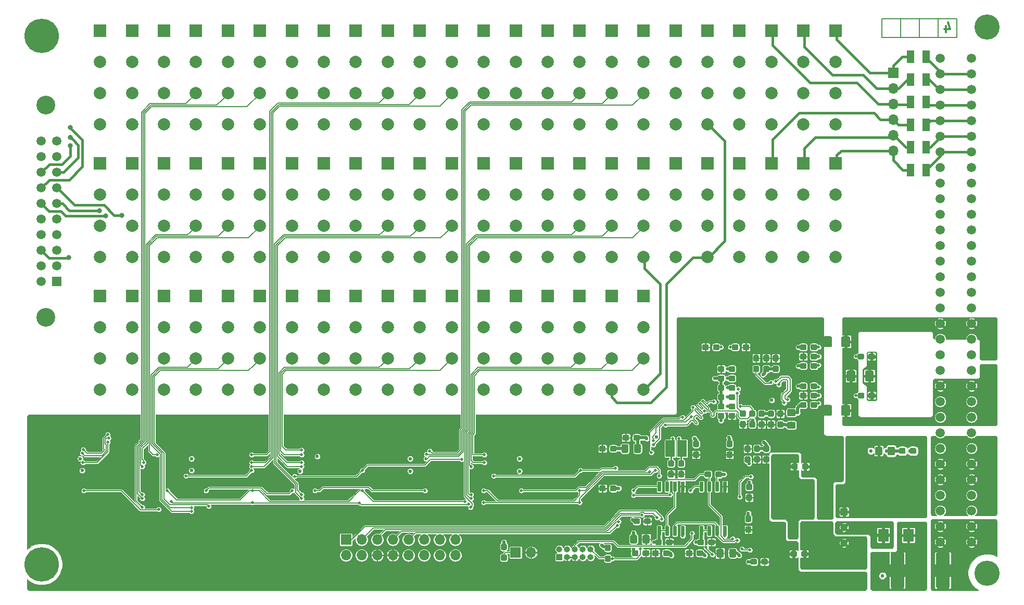
<source format=gbr>
G04 #@! TF.GenerationSoftware,KiCad,Pcbnew,5.1.4*
G04 #@! TF.CreationDate,2019-09-25T18:31:05+02:00*
G04 #@! TF.ProjectId,ETH6C20MUX,45544836-4332-4304-9d55-582e6b696361,rev?*
G04 #@! TF.SameCoordinates,Original*
G04 #@! TF.FileFunction,Copper,L4,Bot*
G04 #@! TF.FilePolarity,Positive*
%FSLAX46Y46*%
G04 Gerber Fmt 4.6, Leading zero omitted, Abs format (unit mm)*
G04 Created by KiCad (PCBNEW 5.1.4) date 2019-09-25 18:31:05*
%MOMM*%
%LPD*%
G04 APERTURE LIST*
%ADD10C,0.150000*%
%ADD11C,0.300000*%
%ADD12C,1.200000*%
%ADD13R,1.200000X1.200000*%
%ADD14C,2.000000*%
%ADD15R,2.000000X2.000000*%
%ADD16C,1.501140*%
%ADD17C,4.100000*%
%ADD18C,1.520000*%
%ADD19R,1.520000X1.520000*%
%ADD20C,3.050000*%
%ADD21C,0.100000*%
%ADD22C,0.950000*%
%ADD23O,1.700000X1.700000*%
%ADD24R,1.700000X1.700000*%
%ADD25O,1.000000X1.000000*%
%ADD26R,1.000000X1.000000*%
%ADD27C,0.600000*%
%ADD28R,1.500000X2.700000*%
%ADD29R,1.200000X2.100000*%
%ADD30C,1.150000*%
%ADD31C,2.600000*%
%ADD32C,0.500000*%
%ADD33C,5.600000*%
%ADD34C,1.425000*%
%ADD35R,2.300000X5.600000*%
%ADD36R,1.778000X2.159000*%
%ADD37C,0.800000*%
%ADD38C,0.508000*%
%ADD39C,0.127000*%
%ADD40C,0.381000*%
%ADD41C,0.200000*%
%ADD42C,0.254000*%
%ADD43C,0.120000*%
G04 APERTURE END LIST*
D10*
X203200000Y-44196000D02*
X203200000Y-47244000D01*
X212344000Y-47244000D02*
X200152000Y-47244000D01*
X212344000Y-44196000D02*
X212344000Y-47244000D01*
X209296000Y-44196000D02*
X209296000Y-47244000D01*
X200152000Y-44196000D02*
X212344000Y-44196000D01*
X200152000Y-47244000D02*
X200152000Y-44196000D01*
X206248000Y-47244000D02*
X206248000Y-44196000D01*
D11*
X210534285Y-45398571D02*
X210534285Y-46398571D01*
X210891428Y-44827142D02*
X211248571Y-45898571D01*
X210320000Y-45898571D01*
D12*
X194000000Y-129540000D03*
X194000000Y-127000000D03*
D13*
X194000000Y-124460000D03*
D14*
X99000000Y-61420000D03*
X99000000Y-56340000D03*
X99000000Y-51260000D03*
D15*
X99000000Y-46180000D03*
D14*
X73000000Y-61420000D03*
X73000000Y-56340000D03*
X73000000Y-51260000D03*
D15*
X73000000Y-46180000D03*
D14*
X177000000Y-61420000D03*
X177000000Y-56340000D03*
X177000000Y-51260000D03*
D15*
X177000000Y-46180000D03*
D14*
X161400000Y-61420000D03*
X161400000Y-56340000D03*
X161400000Y-51260000D03*
D15*
X161400000Y-46180000D03*
D14*
X145800000Y-61420000D03*
X145800000Y-56340000D03*
X145800000Y-51260000D03*
D15*
X145800000Y-46180000D03*
D14*
X130200000Y-61420000D03*
X130200000Y-56340000D03*
X130200000Y-51260000D03*
D15*
X130200000Y-46180000D03*
D14*
X114600000Y-61420000D03*
X114600000Y-56340000D03*
X114600000Y-51260000D03*
D15*
X114600000Y-46180000D03*
D14*
X83400000Y-61420000D03*
X83400000Y-56340000D03*
X83400000Y-51260000D03*
D15*
X83400000Y-46180000D03*
D14*
X177000000Y-83020000D03*
X177000000Y-77940000D03*
X177000000Y-72860000D03*
D15*
X177000000Y-67780000D03*
D14*
X161400000Y-83020000D03*
X161400000Y-77940000D03*
X161400000Y-72860000D03*
D15*
X161400000Y-67780000D03*
D14*
X145800000Y-83020000D03*
X145800000Y-77940000D03*
X145800000Y-72860000D03*
D15*
X145800000Y-67780000D03*
D14*
X130200000Y-83020000D03*
X130200000Y-77940000D03*
X130200000Y-72860000D03*
D15*
X130200000Y-67780000D03*
D14*
X114600000Y-83020000D03*
X114600000Y-77940000D03*
X114600000Y-72860000D03*
D15*
X114600000Y-67780000D03*
D14*
X83400000Y-83020000D03*
X83400000Y-77940000D03*
X83400000Y-72860000D03*
D15*
X83400000Y-67780000D03*
D14*
X192600000Y-83020000D03*
X192600000Y-77940000D03*
X192600000Y-72860000D03*
D15*
X192600000Y-67780000D03*
D14*
X187400000Y-83020000D03*
X187400000Y-77940000D03*
X187400000Y-72860000D03*
D15*
X187400000Y-67780000D03*
D14*
X182200000Y-83020000D03*
X182200000Y-77940000D03*
X182200000Y-72860000D03*
D15*
X182200000Y-67780000D03*
D14*
X182200000Y-61420000D03*
X182200000Y-56340000D03*
X182200000Y-51260000D03*
D15*
X182200000Y-46180000D03*
D14*
X187400000Y-61420000D03*
X187400000Y-56340000D03*
X187400000Y-51260000D03*
D15*
X187400000Y-46180000D03*
D14*
X192600000Y-61420000D03*
X192600000Y-56340000D03*
X192600000Y-51260000D03*
D15*
X192600000Y-46180000D03*
D14*
X99000000Y-83020000D03*
X99000000Y-77940000D03*
X99000000Y-72860000D03*
D15*
X99000000Y-67780000D03*
D14*
X161400000Y-104620000D03*
X161400000Y-99540000D03*
X161400000Y-94460000D03*
D15*
X161400000Y-89380000D03*
D14*
X145800000Y-104620000D03*
X145800000Y-99540000D03*
X145800000Y-94460000D03*
D15*
X145800000Y-89380000D03*
D14*
X130200000Y-104620000D03*
X130200000Y-99540000D03*
X130200000Y-94460000D03*
D15*
X130200000Y-89380000D03*
D14*
X114600000Y-104620000D03*
X114600000Y-99540000D03*
X114600000Y-94460000D03*
D15*
X114600000Y-89380000D03*
D14*
X99000000Y-104620000D03*
X99000000Y-99540000D03*
X99000000Y-94460000D03*
D15*
X99000000Y-89380000D03*
D14*
X83400000Y-104620000D03*
X83400000Y-99540000D03*
X83400000Y-94460000D03*
D15*
X83400000Y-89380000D03*
D14*
X171800000Y-61420000D03*
X171800000Y-56340000D03*
X171800000Y-51260000D03*
D15*
X171800000Y-46180000D03*
D14*
X156200000Y-61420000D03*
X156200000Y-56340000D03*
X156200000Y-51260000D03*
D15*
X156200000Y-46180000D03*
D14*
X140600000Y-61420000D03*
X140600000Y-56340000D03*
X140600000Y-51260000D03*
D15*
X140600000Y-46180000D03*
D14*
X125000000Y-61420000D03*
X125000000Y-56340000D03*
X125000000Y-51260000D03*
D15*
X125000000Y-46180000D03*
D14*
X109400000Y-61420000D03*
X109400000Y-56340000D03*
X109400000Y-51260000D03*
D15*
X109400000Y-46180000D03*
D14*
X93800000Y-61420000D03*
X93800000Y-56340000D03*
X93800000Y-51260000D03*
D15*
X93800000Y-46180000D03*
D14*
X78200000Y-61420000D03*
X78200000Y-56340000D03*
X78200000Y-51260000D03*
D15*
X78200000Y-46180000D03*
D14*
X171800000Y-83020000D03*
X171800000Y-77940000D03*
X171800000Y-72860000D03*
D15*
X171800000Y-67780000D03*
D14*
X156200000Y-83020000D03*
X156200000Y-77940000D03*
X156200000Y-72860000D03*
D15*
X156200000Y-67780000D03*
D14*
X140600000Y-83020000D03*
X140600000Y-77940000D03*
X140600000Y-72860000D03*
D15*
X140600000Y-67780000D03*
D14*
X125000000Y-83020000D03*
X125000000Y-77940000D03*
X125000000Y-72860000D03*
D15*
X125000000Y-67780000D03*
D14*
X109400000Y-83020000D03*
X109400000Y-77940000D03*
X109400000Y-72860000D03*
D15*
X109400000Y-67780000D03*
D14*
X93800000Y-83020000D03*
X93800000Y-77940000D03*
X93800000Y-72860000D03*
D15*
X93800000Y-67780000D03*
D14*
X78200000Y-83020000D03*
X78200000Y-77940000D03*
X78200000Y-72860000D03*
D15*
X78200000Y-67780000D03*
D14*
X156200000Y-104620000D03*
X156200000Y-99540000D03*
X156200000Y-94460000D03*
D15*
X156200000Y-89380000D03*
D14*
X140600000Y-104620000D03*
X140600000Y-99540000D03*
X140600000Y-94460000D03*
D15*
X140600000Y-89380000D03*
D14*
X125000000Y-104620000D03*
X125000000Y-99540000D03*
X125000000Y-94460000D03*
D15*
X125000000Y-89380000D03*
D14*
X109400000Y-104620000D03*
X109400000Y-99540000D03*
X109400000Y-94460000D03*
D15*
X109400000Y-89380000D03*
D14*
X93800000Y-104620000D03*
X93800000Y-99540000D03*
X93800000Y-94460000D03*
D15*
X93800000Y-89380000D03*
D14*
X78200000Y-104620000D03*
X78200000Y-99540000D03*
X78200000Y-94460000D03*
D15*
X78200000Y-89380000D03*
D14*
X166600000Y-61420000D03*
X166600000Y-56340000D03*
X166600000Y-51260000D03*
D15*
X166600000Y-46180000D03*
D14*
X151000000Y-61420000D03*
X151000000Y-56340000D03*
X151000000Y-51260000D03*
D15*
X151000000Y-46180000D03*
D14*
X135400000Y-61420000D03*
X135400000Y-56340000D03*
X135400000Y-51260000D03*
D15*
X135400000Y-46180000D03*
D14*
X119800000Y-61420000D03*
X119800000Y-56340000D03*
X119800000Y-51260000D03*
D15*
X119800000Y-46180000D03*
D14*
X104200000Y-61420000D03*
X104200000Y-56340000D03*
X104200000Y-51260000D03*
D15*
X104200000Y-46180000D03*
D14*
X88600000Y-61420000D03*
X88600000Y-56340000D03*
X88600000Y-51260000D03*
D15*
X88600000Y-46180000D03*
D14*
X166600000Y-83020000D03*
X166600000Y-77940000D03*
X166600000Y-72860000D03*
D15*
X166600000Y-67780000D03*
D14*
X151000000Y-83020000D03*
X151000000Y-77940000D03*
X151000000Y-72860000D03*
D15*
X151000000Y-67780000D03*
D14*
X135400000Y-83020000D03*
X135400000Y-77940000D03*
X135400000Y-72860000D03*
D15*
X135400000Y-67780000D03*
D14*
X119800000Y-83020000D03*
X119800000Y-77940000D03*
X119800000Y-72860000D03*
D15*
X119800000Y-67780000D03*
D14*
X104200000Y-83020000D03*
X104200000Y-77940000D03*
X104200000Y-72860000D03*
D15*
X104200000Y-67780000D03*
D14*
X88600000Y-83020000D03*
X88600000Y-77940000D03*
X88600000Y-72860000D03*
D15*
X88600000Y-67780000D03*
D14*
X73000000Y-83020000D03*
X73000000Y-77940000D03*
X73000000Y-72860000D03*
D15*
X73000000Y-67780000D03*
D14*
X151000000Y-104620000D03*
X151000000Y-99540000D03*
X151000000Y-94460000D03*
D15*
X151000000Y-89380000D03*
D14*
X135400000Y-104620000D03*
X135400000Y-99540000D03*
X135400000Y-94460000D03*
D15*
X135400000Y-89380000D03*
D14*
X119800000Y-104620000D03*
X119800000Y-99540000D03*
X119800000Y-94460000D03*
D15*
X119800000Y-89380000D03*
D14*
X104200000Y-104620000D03*
X104200000Y-99540000D03*
X104200000Y-94460000D03*
D15*
X104200000Y-89380000D03*
D14*
X88600000Y-104620000D03*
X88600000Y-99540000D03*
X88600000Y-94460000D03*
D15*
X88600000Y-89380000D03*
D14*
X73000000Y-104620000D03*
X73000000Y-99540000D03*
X73000000Y-94460000D03*
D15*
X73000000Y-89380000D03*
D16*
X214740000Y-50630000D03*
X214740000Y-53170000D03*
X214740000Y-58250000D03*
X214740000Y-55710000D03*
X214740000Y-60790000D03*
X214740000Y-63330000D03*
X214740000Y-65870000D03*
X214740000Y-68410000D03*
X214740000Y-70950000D03*
X214740000Y-73490000D03*
X214740000Y-76030000D03*
X214740000Y-78570000D03*
X214740000Y-81110000D03*
X214740000Y-83650000D03*
X214740000Y-86190000D03*
X214740000Y-88730000D03*
X214740000Y-91270000D03*
X214740000Y-93810000D03*
X214740000Y-96350000D03*
X214740000Y-98890000D03*
X214740000Y-101430000D03*
X214740000Y-103970000D03*
X214740000Y-106510000D03*
X214740000Y-109050000D03*
X214740000Y-111590000D03*
X214740000Y-114130000D03*
X214740000Y-116670000D03*
X214740000Y-119210000D03*
X214740000Y-121750000D03*
X214740000Y-124290000D03*
X214740000Y-126830000D03*
X214740000Y-129370000D03*
X209660000Y-50630000D03*
X209660000Y-53170000D03*
X209660000Y-58250000D03*
X209660000Y-55710000D03*
X209660000Y-60790000D03*
X209660000Y-63330000D03*
X209660000Y-65870000D03*
X209660000Y-68410000D03*
X209660000Y-70950000D03*
X209660000Y-73490000D03*
X209660000Y-76030000D03*
X209660000Y-78570000D03*
X209660000Y-81110000D03*
X209660000Y-83650000D03*
X209660000Y-86190000D03*
X209660000Y-88730000D03*
X209660000Y-91270000D03*
X209660000Y-93810000D03*
X209660000Y-96350000D03*
X209660000Y-98890000D03*
X209660000Y-101430000D03*
X209660000Y-103970000D03*
X209660000Y-106510000D03*
X209660000Y-109050000D03*
X209660000Y-111590000D03*
X209660000Y-114130000D03*
X209660000Y-116670000D03*
X209660000Y-119210000D03*
X209660000Y-121750000D03*
X209660000Y-124290000D03*
X209660000Y-126830000D03*
X209660000Y-129370000D03*
D17*
X217280000Y-134450000D03*
X217280000Y-45550000D03*
D18*
X63460000Y-64140000D03*
X66000000Y-64140000D03*
X63460000Y-66680000D03*
X66000000Y-66680000D03*
X63460000Y-69220000D03*
X66000000Y-69220000D03*
X63460000Y-71760000D03*
X66000000Y-71760000D03*
X63460000Y-74300000D03*
X66000000Y-74300000D03*
X63460000Y-76840000D03*
X66000000Y-76840000D03*
X63460000Y-79380000D03*
X66000000Y-79380000D03*
X63460000Y-81920000D03*
X66000000Y-81920000D03*
X63460000Y-84460000D03*
X66000000Y-84460000D03*
X63460000Y-87000000D03*
D19*
X66000000Y-87000000D03*
D20*
X64220000Y-92840000D03*
X64220000Y-58300000D03*
D21*
G36*
X138944779Y-131401144D02*
G01*
X138967834Y-131404563D01*
X138990443Y-131410227D01*
X139012387Y-131418079D01*
X139033457Y-131428044D01*
X139053448Y-131440026D01*
X139072168Y-131453910D01*
X139089438Y-131469562D01*
X139105090Y-131486832D01*
X139118974Y-131505552D01*
X139130956Y-131525543D01*
X139140921Y-131546613D01*
X139148773Y-131568557D01*
X139154437Y-131591166D01*
X139157856Y-131614221D01*
X139159000Y-131637500D01*
X139159000Y-132212500D01*
X139157856Y-132235779D01*
X139154437Y-132258834D01*
X139148773Y-132281443D01*
X139140921Y-132303387D01*
X139130956Y-132324457D01*
X139118974Y-132344448D01*
X139105090Y-132363168D01*
X139089438Y-132380438D01*
X139072168Y-132396090D01*
X139053448Y-132409974D01*
X139033457Y-132421956D01*
X139012387Y-132431921D01*
X138990443Y-132439773D01*
X138967834Y-132445437D01*
X138944779Y-132448856D01*
X138921500Y-132450000D01*
X138446500Y-132450000D01*
X138423221Y-132448856D01*
X138400166Y-132445437D01*
X138377557Y-132439773D01*
X138355613Y-132431921D01*
X138334543Y-132421956D01*
X138314552Y-132409974D01*
X138295832Y-132396090D01*
X138278562Y-132380438D01*
X138262910Y-132363168D01*
X138249026Y-132344448D01*
X138237044Y-132324457D01*
X138227079Y-132303387D01*
X138219227Y-132281443D01*
X138213563Y-132258834D01*
X138210144Y-132235779D01*
X138209000Y-132212500D01*
X138209000Y-131637500D01*
X138210144Y-131614221D01*
X138213563Y-131591166D01*
X138219227Y-131568557D01*
X138227079Y-131546613D01*
X138237044Y-131525543D01*
X138249026Y-131505552D01*
X138262910Y-131486832D01*
X138278562Y-131469562D01*
X138295832Y-131453910D01*
X138314552Y-131440026D01*
X138334543Y-131428044D01*
X138355613Y-131418079D01*
X138377557Y-131410227D01*
X138400166Y-131404563D01*
X138423221Y-131401144D01*
X138446500Y-131400000D01*
X138921500Y-131400000D01*
X138944779Y-131401144D01*
X138944779Y-131401144D01*
G37*
D22*
X138684000Y-131925000D03*
D21*
G36*
X138944779Y-129651144D02*
G01*
X138967834Y-129654563D01*
X138990443Y-129660227D01*
X139012387Y-129668079D01*
X139033457Y-129678044D01*
X139053448Y-129690026D01*
X139072168Y-129703910D01*
X139089438Y-129719562D01*
X139105090Y-129736832D01*
X139118974Y-129755552D01*
X139130956Y-129775543D01*
X139140921Y-129796613D01*
X139148773Y-129818557D01*
X139154437Y-129841166D01*
X139157856Y-129864221D01*
X139159000Y-129887500D01*
X139159000Y-130462500D01*
X139157856Y-130485779D01*
X139154437Y-130508834D01*
X139148773Y-130531443D01*
X139140921Y-130553387D01*
X139130956Y-130574457D01*
X139118974Y-130594448D01*
X139105090Y-130613168D01*
X139089438Y-130630438D01*
X139072168Y-130646090D01*
X139053448Y-130659974D01*
X139033457Y-130671956D01*
X139012387Y-130681921D01*
X138990443Y-130689773D01*
X138967834Y-130695437D01*
X138944779Y-130698856D01*
X138921500Y-130700000D01*
X138446500Y-130700000D01*
X138423221Y-130698856D01*
X138400166Y-130695437D01*
X138377557Y-130689773D01*
X138355613Y-130681921D01*
X138334543Y-130671956D01*
X138314552Y-130659974D01*
X138295832Y-130646090D01*
X138278562Y-130630438D01*
X138262910Y-130613168D01*
X138249026Y-130594448D01*
X138237044Y-130574457D01*
X138227079Y-130553387D01*
X138219227Y-130531443D01*
X138213563Y-130508834D01*
X138210144Y-130485779D01*
X138209000Y-130462500D01*
X138209000Y-129887500D01*
X138210144Y-129864221D01*
X138213563Y-129841166D01*
X138219227Y-129818557D01*
X138227079Y-129796613D01*
X138237044Y-129775543D01*
X138249026Y-129755552D01*
X138262910Y-129736832D01*
X138278562Y-129719562D01*
X138295832Y-129703910D01*
X138314552Y-129690026D01*
X138334543Y-129678044D01*
X138355613Y-129668079D01*
X138377557Y-129660227D01*
X138400166Y-129654563D01*
X138423221Y-129651144D01*
X138446500Y-129650000D01*
X138921500Y-129650000D01*
X138944779Y-129651144D01*
X138944779Y-129651144D01*
G37*
D22*
X138684000Y-130175000D03*
D23*
X143129000Y-131081000D03*
D24*
X140589000Y-131081000D03*
D21*
G36*
X155835779Y-131556144D02*
G01*
X155858834Y-131559563D01*
X155881443Y-131565227D01*
X155903387Y-131573079D01*
X155924457Y-131583044D01*
X155944448Y-131595026D01*
X155963168Y-131608910D01*
X155980438Y-131624562D01*
X155996090Y-131641832D01*
X156009974Y-131660552D01*
X156021956Y-131680543D01*
X156031921Y-131701613D01*
X156039773Y-131723557D01*
X156045437Y-131746166D01*
X156048856Y-131769221D01*
X156050000Y-131792500D01*
X156050000Y-132367500D01*
X156048856Y-132390779D01*
X156045437Y-132413834D01*
X156039773Y-132436443D01*
X156031921Y-132458387D01*
X156021956Y-132479457D01*
X156009974Y-132499448D01*
X155996090Y-132518168D01*
X155980438Y-132535438D01*
X155963168Y-132551090D01*
X155944448Y-132564974D01*
X155924457Y-132576956D01*
X155903387Y-132586921D01*
X155881443Y-132594773D01*
X155858834Y-132600437D01*
X155835779Y-132603856D01*
X155812500Y-132605000D01*
X155337500Y-132605000D01*
X155314221Y-132603856D01*
X155291166Y-132600437D01*
X155268557Y-132594773D01*
X155246613Y-132586921D01*
X155225543Y-132576956D01*
X155205552Y-132564974D01*
X155186832Y-132551090D01*
X155169562Y-132535438D01*
X155153910Y-132518168D01*
X155140026Y-132499448D01*
X155128044Y-132479457D01*
X155118079Y-132458387D01*
X155110227Y-132436443D01*
X155104563Y-132413834D01*
X155101144Y-132390779D01*
X155100000Y-132367500D01*
X155100000Y-131792500D01*
X155101144Y-131769221D01*
X155104563Y-131746166D01*
X155110227Y-131723557D01*
X155118079Y-131701613D01*
X155128044Y-131680543D01*
X155140026Y-131660552D01*
X155153910Y-131641832D01*
X155169562Y-131624562D01*
X155186832Y-131608910D01*
X155205552Y-131595026D01*
X155225543Y-131583044D01*
X155246613Y-131573079D01*
X155268557Y-131565227D01*
X155291166Y-131559563D01*
X155314221Y-131556144D01*
X155337500Y-131555000D01*
X155812500Y-131555000D01*
X155835779Y-131556144D01*
X155835779Y-131556144D01*
G37*
D22*
X155575000Y-132080000D03*
D21*
G36*
X155835779Y-129806144D02*
G01*
X155858834Y-129809563D01*
X155881443Y-129815227D01*
X155903387Y-129823079D01*
X155924457Y-129833044D01*
X155944448Y-129845026D01*
X155963168Y-129858910D01*
X155980438Y-129874562D01*
X155996090Y-129891832D01*
X156009974Y-129910552D01*
X156021956Y-129930543D01*
X156031921Y-129951613D01*
X156039773Y-129973557D01*
X156045437Y-129996166D01*
X156048856Y-130019221D01*
X156050000Y-130042500D01*
X156050000Y-130617500D01*
X156048856Y-130640779D01*
X156045437Y-130663834D01*
X156039773Y-130686443D01*
X156031921Y-130708387D01*
X156021956Y-130729457D01*
X156009974Y-130749448D01*
X155996090Y-130768168D01*
X155980438Y-130785438D01*
X155963168Y-130801090D01*
X155944448Y-130814974D01*
X155924457Y-130826956D01*
X155903387Y-130836921D01*
X155881443Y-130844773D01*
X155858834Y-130850437D01*
X155835779Y-130853856D01*
X155812500Y-130855000D01*
X155337500Y-130855000D01*
X155314221Y-130853856D01*
X155291166Y-130850437D01*
X155268557Y-130844773D01*
X155246613Y-130836921D01*
X155225543Y-130826956D01*
X155205552Y-130814974D01*
X155186832Y-130801090D01*
X155169562Y-130785438D01*
X155153910Y-130768168D01*
X155140026Y-130749448D01*
X155128044Y-130729457D01*
X155118079Y-130708387D01*
X155110227Y-130686443D01*
X155104563Y-130663834D01*
X155101144Y-130640779D01*
X155100000Y-130617500D01*
X155100000Y-130042500D01*
X155101144Y-130019221D01*
X155104563Y-129996166D01*
X155110227Y-129973557D01*
X155118079Y-129951613D01*
X155128044Y-129930543D01*
X155140026Y-129910552D01*
X155153910Y-129891832D01*
X155169562Y-129874562D01*
X155186832Y-129858910D01*
X155205552Y-129845026D01*
X155225543Y-129833044D01*
X155246613Y-129823079D01*
X155268557Y-129815227D01*
X155291166Y-129809563D01*
X155314221Y-129806144D01*
X155337500Y-129805000D01*
X155812500Y-129805000D01*
X155835779Y-129806144D01*
X155835779Y-129806144D01*
G37*
D22*
X155575000Y-130330000D03*
D25*
X152781000Y-130556000D03*
X152781000Y-131826000D03*
X151511000Y-130556000D03*
X151511000Y-131826000D03*
X150241000Y-130556000D03*
X150241000Y-131826000D03*
X148971000Y-130556000D03*
X148971000Y-131826000D03*
X147701000Y-130556000D03*
D26*
X147701000Y-131826000D03*
D21*
G36*
X172748779Y-128939144D02*
G01*
X172771834Y-128942563D01*
X172794443Y-128948227D01*
X172816387Y-128956079D01*
X172837457Y-128966044D01*
X172857448Y-128978026D01*
X172876168Y-128991910D01*
X172893438Y-129007562D01*
X172909090Y-129024832D01*
X172922974Y-129043552D01*
X172934956Y-129063543D01*
X172944921Y-129084613D01*
X172952773Y-129106557D01*
X172958437Y-129129166D01*
X172961856Y-129152221D01*
X172963000Y-129175500D01*
X172963000Y-129650500D01*
X172961856Y-129673779D01*
X172958437Y-129696834D01*
X172952773Y-129719443D01*
X172944921Y-129741387D01*
X172934956Y-129762457D01*
X172922974Y-129782448D01*
X172909090Y-129801168D01*
X172893438Y-129818438D01*
X172876168Y-129834090D01*
X172857448Y-129847974D01*
X172837457Y-129859956D01*
X172816387Y-129869921D01*
X172794443Y-129877773D01*
X172771834Y-129883437D01*
X172748779Y-129886856D01*
X172725500Y-129888000D01*
X172150500Y-129888000D01*
X172127221Y-129886856D01*
X172104166Y-129883437D01*
X172081557Y-129877773D01*
X172059613Y-129869921D01*
X172038543Y-129859956D01*
X172018552Y-129847974D01*
X171999832Y-129834090D01*
X171982562Y-129818438D01*
X171966910Y-129801168D01*
X171953026Y-129782448D01*
X171941044Y-129762457D01*
X171931079Y-129741387D01*
X171923227Y-129719443D01*
X171917563Y-129696834D01*
X171914144Y-129673779D01*
X171913000Y-129650500D01*
X171913000Y-129175500D01*
X171914144Y-129152221D01*
X171917563Y-129129166D01*
X171923227Y-129106557D01*
X171931079Y-129084613D01*
X171941044Y-129063543D01*
X171953026Y-129043552D01*
X171966910Y-129024832D01*
X171982562Y-129007562D01*
X171999832Y-128991910D01*
X172018552Y-128978026D01*
X172038543Y-128966044D01*
X172059613Y-128956079D01*
X172081557Y-128948227D01*
X172104166Y-128942563D01*
X172127221Y-128939144D01*
X172150500Y-128938000D01*
X172725500Y-128938000D01*
X172748779Y-128939144D01*
X172748779Y-128939144D01*
G37*
D22*
X172438000Y-129413000D03*
D21*
G36*
X170998779Y-128939144D02*
G01*
X171021834Y-128942563D01*
X171044443Y-128948227D01*
X171066387Y-128956079D01*
X171087457Y-128966044D01*
X171107448Y-128978026D01*
X171126168Y-128991910D01*
X171143438Y-129007562D01*
X171159090Y-129024832D01*
X171172974Y-129043552D01*
X171184956Y-129063543D01*
X171194921Y-129084613D01*
X171202773Y-129106557D01*
X171208437Y-129129166D01*
X171211856Y-129152221D01*
X171213000Y-129175500D01*
X171213000Y-129650500D01*
X171211856Y-129673779D01*
X171208437Y-129696834D01*
X171202773Y-129719443D01*
X171194921Y-129741387D01*
X171184956Y-129762457D01*
X171172974Y-129782448D01*
X171159090Y-129801168D01*
X171143438Y-129818438D01*
X171126168Y-129834090D01*
X171107448Y-129847974D01*
X171087457Y-129859956D01*
X171066387Y-129869921D01*
X171044443Y-129877773D01*
X171021834Y-129883437D01*
X170998779Y-129886856D01*
X170975500Y-129888000D01*
X170400500Y-129888000D01*
X170377221Y-129886856D01*
X170354166Y-129883437D01*
X170331557Y-129877773D01*
X170309613Y-129869921D01*
X170288543Y-129859956D01*
X170268552Y-129847974D01*
X170249832Y-129834090D01*
X170232562Y-129818438D01*
X170216910Y-129801168D01*
X170203026Y-129782448D01*
X170191044Y-129762457D01*
X170181079Y-129741387D01*
X170173227Y-129719443D01*
X170167563Y-129696834D01*
X170164144Y-129673779D01*
X170163000Y-129650500D01*
X170163000Y-129175500D01*
X170164144Y-129152221D01*
X170167563Y-129129166D01*
X170173227Y-129106557D01*
X170181079Y-129084613D01*
X170191044Y-129063543D01*
X170203026Y-129043552D01*
X170216910Y-129024832D01*
X170232562Y-129007562D01*
X170249832Y-128991910D01*
X170268552Y-128978026D01*
X170288543Y-128966044D01*
X170309613Y-128956079D01*
X170331557Y-128948227D01*
X170354166Y-128942563D01*
X170377221Y-128939144D01*
X170400500Y-128938000D01*
X170975500Y-128938000D01*
X170998779Y-128939144D01*
X170998779Y-128939144D01*
G37*
D22*
X170688000Y-129413000D03*
D21*
G36*
X163660779Y-130717144D02*
G01*
X163683834Y-130720563D01*
X163706443Y-130726227D01*
X163728387Y-130734079D01*
X163749457Y-130744044D01*
X163769448Y-130756026D01*
X163788168Y-130769910D01*
X163805438Y-130785562D01*
X163821090Y-130802832D01*
X163834974Y-130821552D01*
X163846956Y-130841543D01*
X163856921Y-130862613D01*
X163864773Y-130884557D01*
X163870437Y-130907166D01*
X163873856Y-130930221D01*
X163875000Y-130953500D01*
X163875000Y-131428500D01*
X163873856Y-131451779D01*
X163870437Y-131474834D01*
X163864773Y-131497443D01*
X163856921Y-131519387D01*
X163846956Y-131540457D01*
X163834974Y-131560448D01*
X163821090Y-131579168D01*
X163805438Y-131596438D01*
X163788168Y-131612090D01*
X163769448Y-131625974D01*
X163749457Y-131637956D01*
X163728387Y-131647921D01*
X163706443Y-131655773D01*
X163683834Y-131661437D01*
X163660779Y-131664856D01*
X163637500Y-131666000D01*
X163062500Y-131666000D01*
X163039221Y-131664856D01*
X163016166Y-131661437D01*
X162993557Y-131655773D01*
X162971613Y-131647921D01*
X162950543Y-131637956D01*
X162930552Y-131625974D01*
X162911832Y-131612090D01*
X162894562Y-131596438D01*
X162878910Y-131579168D01*
X162865026Y-131560448D01*
X162853044Y-131540457D01*
X162843079Y-131519387D01*
X162835227Y-131497443D01*
X162829563Y-131474834D01*
X162826144Y-131451779D01*
X162825000Y-131428500D01*
X162825000Y-130953500D01*
X162826144Y-130930221D01*
X162829563Y-130907166D01*
X162835227Y-130884557D01*
X162843079Y-130862613D01*
X162853044Y-130841543D01*
X162865026Y-130821552D01*
X162878910Y-130802832D01*
X162894562Y-130785562D01*
X162911832Y-130769910D01*
X162930552Y-130756026D01*
X162950543Y-130744044D01*
X162971613Y-130734079D01*
X162993557Y-130726227D01*
X163016166Y-130720563D01*
X163039221Y-130717144D01*
X163062500Y-130716000D01*
X163637500Y-130716000D01*
X163660779Y-130717144D01*
X163660779Y-130717144D01*
G37*
D22*
X163350000Y-131191000D03*
D21*
G36*
X165410779Y-130717144D02*
G01*
X165433834Y-130720563D01*
X165456443Y-130726227D01*
X165478387Y-130734079D01*
X165499457Y-130744044D01*
X165519448Y-130756026D01*
X165538168Y-130769910D01*
X165555438Y-130785562D01*
X165571090Y-130802832D01*
X165584974Y-130821552D01*
X165596956Y-130841543D01*
X165606921Y-130862613D01*
X165614773Y-130884557D01*
X165620437Y-130907166D01*
X165623856Y-130930221D01*
X165625000Y-130953500D01*
X165625000Y-131428500D01*
X165623856Y-131451779D01*
X165620437Y-131474834D01*
X165614773Y-131497443D01*
X165606921Y-131519387D01*
X165596956Y-131540457D01*
X165584974Y-131560448D01*
X165571090Y-131579168D01*
X165555438Y-131596438D01*
X165538168Y-131612090D01*
X165519448Y-131625974D01*
X165499457Y-131637956D01*
X165478387Y-131647921D01*
X165456443Y-131655773D01*
X165433834Y-131661437D01*
X165410779Y-131664856D01*
X165387500Y-131666000D01*
X164812500Y-131666000D01*
X164789221Y-131664856D01*
X164766166Y-131661437D01*
X164743557Y-131655773D01*
X164721613Y-131647921D01*
X164700543Y-131637956D01*
X164680552Y-131625974D01*
X164661832Y-131612090D01*
X164644562Y-131596438D01*
X164628910Y-131579168D01*
X164615026Y-131560448D01*
X164603044Y-131540457D01*
X164593079Y-131519387D01*
X164585227Y-131497443D01*
X164579563Y-131474834D01*
X164576144Y-131451779D01*
X164575000Y-131428500D01*
X164575000Y-130953500D01*
X164576144Y-130930221D01*
X164579563Y-130907166D01*
X164585227Y-130884557D01*
X164593079Y-130862613D01*
X164603044Y-130841543D01*
X164615026Y-130821552D01*
X164628910Y-130802832D01*
X164644562Y-130785562D01*
X164661832Y-130769910D01*
X164680552Y-130756026D01*
X164700543Y-130744044D01*
X164721613Y-130734079D01*
X164743557Y-130726227D01*
X164766166Y-130720563D01*
X164789221Y-130717144D01*
X164812500Y-130716000D01*
X165387500Y-130716000D01*
X165410779Y-130717144D01*
X165410779Y-130717144D01*
G37*
D22*
X165100000Y-131191000D03*
D21*
G36*
X162334779Y-125510144D02*
G01*
X162357834Y-125513563D01*
X162380443Y-125519227D01*
X162402387Y-125527079D01*
X162423457Y-125537044D01*
X162443448Y-125549026D01*
X162462168Y-125562910D01*
X162479438Y-125578562D01*
X162495090Y-125595832D01*
X162508974Y-125614552D01*
X162520956Y-125634543D01*
X162530921Y-125655613D01*
X162538773Y-125677557D01*
X162544437Y-125700166D01*
X162547856Y-125723221D01*
X162549000Y-125746500D01*
X162549000Y-126221500D01*
X162547856Y-126244779D01*
X162544437Y-126267834D01*
X162538773Y-126290443D01*
X162530921Y-126312387D01*
X162520956Y-126333457D01*
X162508974Y-126353448D01*
X162495090Y-126372168D01*
X162479438Y-126389438D01*
X162462168Y-126405090D01*
X162443448Y-126418974D01*
X162423457Y-126430956D01*
X162402387Y-126440921D01*
X162380443Y-126448773D01*
X162357834Y-126454437D01*
X162334779Y-126457856D01*
X162311500Y-126459000D01*
X161736500Y-126459000D01*
X161713221Y-126457856D01*
X161690166Y-126454437D01*
X161667557Y-126448773D01*
X161645613Y-126440921D01*
X161624543Y-126430956D01*
X161604552Y-126418974D01*
X161585832Y-126405090D01*
X161568562Y-126389438D01*
X161552910Y-126372168D01*
X161539026Y-126353448D01*
X161527044Y-126333457D01*
X161517079Y-126312387D01*
X161509227Y-126290443D01*
X161503563Y-126267834D01*
X161500144Y-126244779D01*
X161499000Y-126221500D01*
X161499000Y-125746500D01*
X161500144Y-125723221D01*
X161503563Y-125700166D01*
X161509227Y-125677557D01*
X161517079Y-125655613D01*
X161527044Y-125634543D01*
X161539026Y-125614552D01*
X161552910Y-125595832D01*
X161568562Y-125578562D01*
X161585832Y-125562910D01*
X161604552Y-125549026D01*
X161624543Y-125537044D01*
X161645613Y-125527079D01*
X161667557Y-125519227D01*
X161690166Y-125513563D01*
X161713221Y-125510144D01*
X161736500Y-125509000D01*
X162311500Y-125509000D01*
X162334779Y-125510144D01*
X162334779Y-125510144D01*
G37*
D22*
X162024000Y-125984000D03*
D21*
G36*
X160584779Y-125510144D02*
G01*
X160607834Y-125513563D01*
X160630443Y-125519227D01*
X160652387Y-125527079D01*
X160673457Y-125537044D01*
X160693448Y-125549026D01*
X160712168Y-125562910D01*
X160729438Y-125578562D01*
X160745090Y-125595832D01*
X160758974Y-125614552D01*
X160770956Y-125634543D01*
X160780921Y-125655613D01*
X160788773Y-125677557D01*
X160794437Y-125700166D01*
X160797856Y-125723221D01*
X160799000Y-125746500D01*
X160799000Y-126221500D01*
X160797856Y-126244779D01*
X160794437Y-126267834D01*
X160788773Y-126290443D01*
X160780921Y-126312387D01*
X160770956Y-126333457D01*
X160758974Y-126353448D01*
X160745090Y-126372168D01*
X160729438Y-126389438D01*
X160712168Y-126405090D01*
X160693448Y-126418974D01*
X160673457Y-126430956D01*
X160652387Y-126440921D01*
X160630443Y-126448773D01*
X160607834Y-126454437D01*
X160584779Y-126457856D01*
X160561500Y-126459000D01*
X159986500Y-126459000D01*
X159963221Y-126457856D01*
X159940166Y-126454437D01*
X159917557Y-126448773D01*
X159895613Y-126440921D01*
X159874543Y-126430956D01*
X159854552Y-126418974D01*
X159835832Y-126405090D01*
X159818562Y-126389438D01*
X159802910Y-126372168D01*
X159789026Y-126353448D01*
X159777044Y-126333457D01*
X159767079Y-126312387D01*
X159759227Y-126290443D01*
X159753563Y-126267834D01*
X159750144Y-126244779D01*
X159749000Y-126221500D01*
X159749000Y-125746500D01*
X159750144Y-125723221D01*
X159753563Y-125700166D01*
X159759227Y-125677557D01*
X159767079Y-125655613D01*
X159777044Y-125634543D01*
X159789026Y-125614552D01*
X159802910Y-125595832D01*
X159818562Y-125578562D01*
X159835832Y-125562910D01*
X159854552Y-125549026D01*
X159874543Y-125537044D01*
X159895613Y-125527079D01*
X159917557Y-125519227D01*
X159940166Y-125513563D01*
X159963221Y-125510144D01*
X159986500Y-125509000D01*
X160561500Y-125509000D01*
X160584779Y-125510144D01*
X160584779Y-125510144D01*
G37*
D22*
X160274000Y-125984000D03*
D21*
G36*
X164121703Y-126752722D02*
G01*
X164136264Y-126754882D01*
X164150543Y-126758459D01*
X164164403Y-126763418D01*
X164177710Y-126769712D01*
X164190336Y-126777280D01*
X164202159Y-126786048D01*
X164213066Y-126795934D01*
X164222952Y-126806841D01*
X164231720Y-126818664D01*
X164239288Y-126831290D01*
X164245582Y-126844597D01*
X164250541Y-126858457D01*
X164254118Y-126872736D01*
X164256278Y-126887297D01*
X164257000Y-126902000D01*
X164257000Y-128202000D01*
X164256278Y-128216703D01*
X164254118Y-128231264D01*
X164250541Y-128245543D01*
X164245582Y-128259403D01*
X164239288Y-128272710D01*
X164231720Y-128285336D01*
X164222952Y-128297159D01*
X164213066Y-128308066D01*
X164202159Y-128317952D01*
X164190336Y-128326720D01*
X164177710Y-128334288D01*
X164164403Y-128340582D01*
X164150543Y-128345541D01*
X164136264Y-128349118D01*
X164121703Y-128351278D01*
X164107000Y-128352000D01*
X163807000Y-128352000D01*
X163792297Y-128351278D01*
X163777736Y-128349118D01*
X163763457Y-128345541D01*
X163749597Y-128340582D01*
X163736290Y-128334288D01*
X163723664Y-128326720D01*
X163711841Y-128317952D01*
X163700934Y-128308066D01*
X163691048Y-128297159D01*
X163682280Y-128285336D01*
X163674712Y-128272710D01*
X163668418Y-128259403D01*
X163663459Y-128245543D01*
X163659882Y-128231264D01*
X163657722Y-128216703D01*
X163657000Y-128202000D01*
X163657000Y-126902000D01*
X163657722Y-126887297D01*
X163659882Y-126872736D01*
X163663459Y-126858457D01*
X163668418Y-126844597D01*
X163674712Y-126831290D01*
X163682280Y-126818664D01*
X163691048Y-126806841D01*
X163700934Y-126795934D01*
X163711841Y-126786048D01*
X163723664Y-126777280D01*
X163736290Y-126769712D01*
X163749597Y-126763418D01*
X163763457Y-126758459D01*
X163777736Y-126754882D01*
X163792297Y-126752722D01*
X163807000Y-126752000D01*
X164107000Y-126752000D01*
X164121703Y-126752722D01*
X164121703Y-126752722D01*
G37*
D27*
X163957000Y-127552000D03*
D21*
G36*
X165391703Y-126752722D02*
G01*
X165406264Y-126754882D01*
X165420543Y-126758459D01*
X165434403Y-126763418D01*
X165447710Y-126769712D01*
X165460336Y-126777280D01*
X165472159Y-126786048D01*
X165483066Y-126795934D01*
X165492952Y-126806841D01*
X165501720Y-126818664D01*
X165509288Y-126831290D01*
X165515582Y-126844597D01*
X165520541Y-126858457D01*
X165524118Y-126872736D01*
X165526278Y-126887297D01*
X165527000Y-126902000D01*
X165527000Y-128202000D01*
X165526278Y-128216703D01*
X165524118Y-128231264D01*
X165520541Y-128245543D01*
X165515582Y-128259403D01*
X165509288Y-128272710D01*
X165501720Y-128285336D01*
X165492952Y-128297159D01*
X165483066Y-128308066D01*
X165472159Y-128317952D01*
X165460336Y-128326720D01*
X165447710Y-128334288D01*
X165434403Y-128340582D01*
X165420543Y-128345541D01*
X165406264Y-128349118D01*
X165391703Y-128351278D01*
X165377000Y-128352000D01*
X165077000Y-128352000D01*
X165062297Y-128351278D01*
X165047736Y-128349118D01*
X165033457Y-128345541D01*
X165019597Y-128340582D01*
X165006290Y-128334288D01*
X164993664Y-128326720D01*
X164981841Y-128317952D01*
X164970934Y-128308066D01*
X164961048Y-128297159D01*
X164952280Y-128285336D01*
X164944712Y-128272710D01*
X164938418Y-128259403D01*
X164933459Y-128245543D01*
X164929882Y-128231264D01*
X164927722Y-128216703D01*
X164927000Y-128202000D01*
X164927000Y-126902000D01*
X164927722Y-126887297D01*
X164929882Y-126872736D01*
X164933459Y-126858457D01*
X164938418Y-126844597D01*
X164944712Y-126831290D01*
X164952280Y-126818664D01*
X164961048Y-126806841D01*
X164970934Y-126795934D01*
X164981841Y-126786048D01*
X164993664Y-126777280D01*
X165006290Y-126769712D01*
X165019597Y-126763418D01*
X165033457Y-126758459D01*
X165047736Y-126754882D01*
X165062297Y-126752722D01*
X165077000Y-126752000D01*
X165377000Y-126752000D01*
X165391703Y-126752722D01*
X165391703Y-126752722D01*
G37*
D27*
X165227000Y-127552000D03*
D21*
G36*
X166661703Y-126752722D02*
G01*
X166676264Y-126754882D01*
X166690543Y-126758459D01*
X166704403Y-126763418D01*
X166717710Y-126769712D01*
X166730336Y-126777280D01*
X166742159Y-126786048D01*
X166753066Y-126795934D01*
X166762952Y-126806841D01*
X166771720Y-126818664D01*
X166779288Y-126831290D01*
X166785582Y-126844597D01*
X166790541Y-126858457D01*
X166794118Y-126872736D01*
X166796278Y-126887297D01*
X166797000Y-126902000D01*
X166797000Y-128202000D01*
X166796278Y-128216703D01*
X166794118Y-128231264D01*
X166790541Y-128245543D01*
X166785582Y-128259403D01*
X166779288Y-128272710D01*
X166771720Y-128285336D01*
X166762952Y-128297159D01*
X166753066Y-128308066D01*
X166742159Y-128317952D01*
X166730336Y-128326720D01*
X166717710Y-128334288D01*
X166704403Y-128340582D01*
X166690543Y-128345541D01*
X166676264Y-128349118D01*
X166661703Y-128351278D01*
X166647000Y-128352000D01*
X166347000Y-128352000D01*
X166332297Y-128351278D01*
X166317736Y-128349118D01*
X166303457Y-128345541D01*
X166289597Y-128340582D01*
X166276290Y-128334288D01*
X166263664Y-128326720D01*
X166251841Y-128317952D01*
X166240934Y-128308066D01*
X166231048Y-128297159D01*
X166222280Y-128285336D01*
X166214712Y-128272710D01*
X166208418Y-128259403D01*
X166203459Y-128245543D01*
X166199882Y-128231264D01*
X166197722Y-128216703D01*
X166197000Y-128202000D01*
X166197000Y-126902000D01*
X166197722Y-126887297D01*
X166199882Y-126872736D01*
X166203459Y-126858457D01*
X166208418Y-126844597D01*
X166214712Y-126831290D01*
X166222280Y-126818664D01*
X166231048Y-126806841D01*
X166240934Y-126795934D01*
X166251841Y-126786048D01*
X166263664Y-126777280D01*
X166276290Y-126769712D01*
X166289597Y-126763418D01*
X166303457Y-126758459D01*
X166317736Y-126754882D01*
X166332297Y-126752722D01*
X166347000Y-126752000D01*
X166647000Y-126752000D01*
X166661703Y-126752722D01*
X166661703Y-126752722D01*
G37*
D27*
X166497000Y-127552000D03*
D21*
G36*
X167931703Y-126752722D02*
G01*
X167946264Y-126754882D01*
X167960543Y-126758459D01*
X167974403Y-126763418D01*
X167987710Y-126769712D01*
X168000336Y-126777280D01*
X168012159Y-126786048D01*
X168023066Y-126795934D01*
X168032952Y-126806841D01*
X168041720Y-126818664D01*
X168049288Y-126831290D01*
X168055582Y-126844597D01*
X168060541Y-126858457D01*
X168064118Y-126872736D01*
X168066278Y-126887297D01*
X168067000Y-126902000D01*
X168067000Y-128202000D01*
X168066278Y-128216703D01*
X168064118Y-128231264D01*
X168060541Y-128245543D01*
X168055582Y-128259403D01*
X168049288Y-128272710D01*
X168041720Y-128285336D01*
X168032952Y-128297159D01*
X168023066Y-128308066D01*
X168012159Y-128317952D01*
X168000336Y-128326720D01*
X167987710Y-128334288D01*
X167974403Y-128340582D01*
X167960543Y-128345541D01*
X167946264Y-128349118D01*
X167931703Y-128351278D01*
X167917000Y-128352000D01*
X167617000Y-128352000D01*
X167602297Y-128351278D01*
X167587736Y-128349118D01*
X167573457Y-128345541D01*
X167559597Y-128340582D01*
X167546290Y-128334288D01*
X167533664Y-128326720D01*
X167521841Y-128317952D01*
X167510934Y-128308066D01*
X167501048Y-128297159D01*
X167492280Y-128285336D01*
X167484712Y-128272710D01*
X167478418Y-128259403D01*
X167473459Y-128245543D01*
X167469882Y-128231264D01*
X167467722Y-128216703D01*
X167467000Y-128202000D01*
X167467000Y-126902000D01*
X167467722Y-126887297D01*
X167469882Y-126872736D01*
X167473459Y-126858457D01*
X167478418Y-126844597D01*
X167484712Y-126831290D01*
X167492280Y-126818664D01*
X167501048Y-126806841D01*
X167510934Y-126795934D01*
X167521841Y-126786048D01*
X167533664Y-126777280D01*
X167546290Y-126769712D01*
X167559597Y-126763418D01*
X167573457Y-126758459D01*
X167587736Y-126754882D01*
X167602297Y-126752722D01*
X167617000Y-126752000D01*
X167917000Y-126752000D01*
X167931703Y-126752722D01*
X167931703Y-126752722D01*
G37*
D27*
X167767000Y-127552000D03*
D21*
G36*
X167931703Y-119552722D02*
G01*
X167946264Y-119554882D01*
X167960543Y-119558459D01*
X167974403Y-119563418D01*
X167987710Y-119569712D01*
X168000336Y-119577280D01*
X168012159Y-119586048D01*
X168023066Y-119595934D01*
X168032952Y-119606841D01*
X168041720Y-119618664D01*
X168049288Y-119631290D01*
X168055582Y-119644597D01*
X168060541Y-119658457D01*
X168064118Y-119672736D01*
X168066278Y-119687297D01*
X168067000Y-119702000D01*
X168067000Y-121002000D01*
X168066278Y-121016703D01*
X168064118Y-121031264D01*
X168060541Y-121045543D01*
X168055582Y-121059403D01*
X168049288Y-121072710D01*
X168041720Y-121085336D01*
X168032952Y-121097159D01*
X168023066Y-121108066D01*
X168012159Y-121117952D01*
X168000336Y-121126720D01*
X167987710Y-121134288D01*
X167974403Y-121140582D01*
X167960543Y-121145541D01*
X167946264Y-121149118D01*
X167931703Y-121151278D01*
X167917000Y-121152000D01*
X167617000Y-121152000D01*
X167602297Y-121151278D01*
X167587736Y-121149118D01*
X167573457Y-121145541D01*
X167559597Y-121140582D01*
X167546290Y-121134288D01*
X167533664Y-121126720D01*
X167521841Y-121117952D01*
X167510934Y-121108066D01*
X167501048Y-121097159D01*
X167492280Y-121085336D01*
X167484712Y-121072710D01*
X167478418Y-121059403D01*
X167473459Y-121045543D01*
X167469882Y-121031264D01*
X167467722Y-121016703D01*
X167467000Y-121002000D01*
X167467000Y-119702000D01*
X167467722Y-119687297D01*
X167469882Y-119672736D01*
X167473459Y-119658457D01*
X167478418Y-119644597D01*
X167484712Y-119631290D01*
X167492280Y-119618664D01*
X167501048Y-119606841D01*
X167510934Y-119595934D01*
X167521841Y-119586048D01*
X167533664Y-119577280D01*
X167546290Y-119569712D01*
X167559597Y-119563418D01*
X167573457Y-119558459D01*
X167587736Y-119554882D01*
X167602297Y-119552722D01*
X167617000Y-119552000D01*
X167917000Y-119552000D01*
X167931703Y-119552722D01*
X167931703Y-119552722D01*
G37*
D27*
X167767000Y-120352000D03*
D21*
G36*
X166661703Y-119552722D02*
G01*
X166676264Y-119554882D01*
X166690543Y-119558459D01*
X166704403Y-119563418D01*
X166717710Y-119569712D01*
X166730336Y-119577280D01*
X166742159Y-119586048D01*
X166753066Y-119595934D01*
X166762952Y-119606841D01*
X166771720Y-119618664D01*
X166779288Y-119631290D01*
X166785582Y-119644597D01*
X166790541Y-119658457D01*
X166794118Y-119672736D01*
X166796278Y-119687297D01*
X166797000Y-119702000D01*
X166797000Y-121002000D01*
X166796278Y-121016703D01*
X166794118Y-121031264D01*
X166790541Y-121045543D01*
X166785582Y-121059403D01*
X166779288Y-121072710D01*
X166771720Y-121085336D01*
X166762952Y-121097159D01*
X166753066Y-121108066D01*
X166742159Y-121117952D01*
X166730336Y-121126720D01*
X166717710Y-121134288D01*
X166704403Y-121140582D01*
X166690543Y-121145541D01*
X166676264Y-121149118D01*
X166661703Y-121151278D01*
X166647000Y-121152000D01*
X166347000Y-121152000D01*
X166332297Y-121151278D01*
X166317736Y-121149118D01*
X166303457Y-121145541D01*
X166289597Y-121140582D01*
X166276290Y-121134288D01*
X166263664Y-121126720D01*
X166251841Y-121117952D01*
X166240934Y-121108066D01*
X166231048Y-121097159D01*
X166222280Y-121085336D01*
X166214712Y-121072710D01*
X166208418Y-121059403D01*
X166203459Y-121045543D01*
X166199882Y-121031264D01*
X166197722Y-121016703D01*
X166197000Y-121002000D01*
X166197000Y-119702000D01*
X166197722Y-119687297D01*
X166199882Y-119672736D01*
X166203459Y-119658457D01*
X166208418Y-119644597D01*
X166214712Y-119631290D01*
X166222280Y-119618664D01*
X166231048Y-119606841D01*
X166240934Y-119595934D01*
X166251841Y-119586048D01*
X166263664Y-119577280D01*
X166276290Y-119569712D01*
X166289597Y-119563418D01*
X166303457Y-119558459D01*
X166317736Y-119554882D01*
X166332297Y-119552722D01*
X166347000Y-119552000D01*
X166647000Y-119552000D01*
X166661703Y-119552722D01*
X166661703Y-119552722D01*
G37*
D27*
X166497000Y-120352000D03*
D21*
G36*
X165391703Y-119552722D02*
G01*
X165406264Y-119554882D01*
X165420543Y-119558459D01*
X165434403Y-119563418D01*
X165447710Y-119569712D01*
X165460336Y-119577280D01*
X165472159Y-119586048D01*
X165483066Y-119595934D01*
X165492952Y-119606841D01*
X165501720Y-119618664D01*
X165509288Y-119631290D01*
X165515582Y-119644597D01*
X165520541Y-119658457D01*
X165524118Y-119672736D01*
X165526278Y-119687297D01*
X165527000Y-119702000D01*
X165527000Y-121002000D01*
X165526278Y-121016703D01*
X165524118Y-121031264D01*
X165520541Y-121045543D01*
X165515582Y-121059403D01*
X165509288Y-121072710D01*
X165501720Y-121085336D01*
X165492952Y-121097159D01*
X165483066Y-121108066D01*
X165472159Y-121117952D01*
X165460336Y-121126720D01*
X165447710Y-121134288D01*
X165434403Y-121140582D01*
X165420543Y-121145541D01*
X165406264Y-121149118D01*
X165391703Y-121151278D01*
X165377000Y-121152000D01*
X165077000Y-121152000D01*
X165062297Y-121151278D01*
X165047736Y-121149118D01*
X165033457Y-121145541D01*
X165019597Y-121140582D01*
X165006290Y-121134288D01*
X164993664Y-121126720D01*
X164981841Y-121117952D01*
X164970934Y-121108066D01*
X164961048Y-121097159D01*
X164952280Y-121085336D01*
X164944712Y-121072710D01*
X164938418Y-121059403D01*
X164933459Y-121045543D01*
X164929882Y-121031264D01*
X164927722Y-121016703D01*
X164927000Y-121002000D01*
X164927000Y-119702000D01*
X164927722Y-119687297D01*
X164929882Y-119672736D01*
X164933459Y-119658457D01*
X164938418Y-119644597D01*
X164944712Y-119631290D01*
X164952280Y-119618664D01*
X164961048Y-119606841D01*
X164970934Y-119595934D01*
X164981841Y-119586048D01*
X164993664Y-119577280D01*
X165006290Y-119569712D01*
X165019597Y-119563418D01*
X165033457Y-119558459D01*
X165047736Y-119554882D01*
X165062297Y-119552722D01*
X165077000Y-119552000D01*
X165377000Y-119552000D01*
X165391703Y-119552722D01*
X165391703Y-119552722D01*
G37*
D27*
X165227000Y-120352000D03*
D21*
G36*
X164121703Y-119552722D02*
G01*
X164136264Y-119554882D01*
X164150543Y-119558459D01*
X164164403Y-119563418D01*
X164177710Y-119569712D01*
X164190336Y-119577280D01*
X164202159Y-119586048D01*
X164213066Y-119595934D01*
X164222952Y-119606841D01*
X164231720Y-119618664D01*
X164239288Y-119631290D01*
X164245582Y-119644597D01*
X164250541Y-119658457D01*
X164254118Y-119672736D01*
X164256278Y-119687297D01*
X164257000Y-119702000D01*
X164257000Y-121002000D01*
X164256278Y-121016703D01*
X164254118Y-121031264D01*
X164250541Y-121045543D01*
X164245582Y-121059403D01*
X164239288Y-121072710D01*
X164231720Y-121085336D01*
X164222952Y-121097159D01*
X164213066Y-121108066D01*
X164202159Y-121117952D01*
X164190336Y-121126720D01*
X164177710Y-121134288D01*
X164164403Y-121140582D01*
X164150543Y-121145541D01*
X164136264Y-121149118D01*
X164121703Y-121151278D01*
X164107000Y-121152000D01*
X163807000Y-121152000D01*
X163792297Y-121151278D01*
X163777736Y-121149118D01*
X163763457Y-121145541D01*
X163749597Y-121140582D01*
X163736290Y-121134288D01*
X163723664Y-121126720D01*
X163711841Y-121117952D01*
X163700934Y-121108066D01*
X163691048Y-121097159D01*
X163682280Y-121085336D01*
X163674712Y-121072710D01*
X163668418Y-121059403D01*
X163663459Y-121045543D01*
X163659882Y-121031264D01*
X163657722Y-121016703D01*
X163657000Y-121002000D01*
X163657000Y-119702000D01*
X163657722Y-119687297D01*
X163659882Y-119672736D01*
X163663459Y-119658457D01*
X163668418Y-119644597D01*
X163674712Y-119631290D01*
X163682280Y-119618664D01*
X163691048Y-119606841D01*
X163700934Y-119595934D01*
X163711841Y-119586048D01*
X163723664Y-119577280D01*
X163736290Y-119569712D01*
X163749597Y-119563418D01*
X163763457Y-119558459D01*
X163777736Y-119554882D01*
X163792297Y-119552722D01*
X163807000Y-119552000D01*
X164107000Y-119552000D01*
X164121703Y-119552722D01*
X164121703Y-119552722D01*
G37*
D27*
X163957000Y-120352000D03*
D21*
G36*
X188002779Y-116620144D02*
G01*
X188025834Y-116623563D01*
X188048443Y-116629227D01*
X188070387Y-116637079D01*
X188091457Y-116647044D01*
X188111448Y-116659026D01*
X188130168Y-116672910D01*
X188147438Y-116688562D01*
X188163090Y-116705832D01*
X188176974Y-116724552D01*
X188188956Y-116744543D01*
X188198921Y-116765613D01*
X188206773Y-116787557D01*
X188212437Y-116810166D01*
X188215856Y-116833221D01*
X188217000Y-116856500D01*
X188217000Y-117331500D01*
X188215856Y-117354779D01*
X188212437Y-117377834D01*
X188206773Y-117400443D01*
X188198921Y-117422387D01*
X188188956Y-117443457D01*
X188176974Y-117463448D01*
X188163090Y-117482168D01*
X188147438Y-117499438D01*
X188130168Y-117515090D01*
X188111448Y-117528974D01*
X188091457Y-117540956D01*
X188070387Y-117550921D01*
X188048443Y-117558773D01*
X188025834Y-117564437D01*
X188002779Y-117567856D01*
X187979500Y-117569000D01*
X187404500Y-117569000D01*
X187381221Y-117567856D01*
X187358166Y-117564437D01*
X187335557Y-117558773D01*
X187313613Y-117550921D01*
X187292543Y-117540956D01*
X187272552Y-117528974D01*
X187253832Y-117515090D01*
X187236562Y-117499438D01*
X187220910Y-117482168D01*
X187207026Y-117463448D01*
X187195044Y-117443457D01*
X187185079Y-117422387D01*
X187177227Y-117400443D01*
X187171563Y-117377834D01*
X187168144Y-117354779D01*
X187167000Y-117331500D01*
X187167000Y-116856500D01*
X187168144Y-116833221D01*
X187171563Y-116810166D01*
X187177227Y-116787557D01*
X187185079Y-116765613D01*
X187195044Y-116744543D01*
X187207026Y-116724552D01*
X187220910Y-116705832D01*
X187236562Y-116688562D01*
X187253832Y-116672910D01*
X187272552Y-116659026D01*
X187292543Y-116647044D01*
X187313613Y-116637079D01*
X187335557Y-116629227D01*
X187358166Y-116623563D01*
X187381221Y-116620144D01*
X187404500Y-116619000D01*
X187979500Y-116619000D01*
X188002779Y-116620144D01*
X188002779Y-116620144D01*
G37*
D22*
X187692000Y-117094000D03*
D21*
G36*
X186252779Y-116620144D02*
G01*
X186275834Y-116623563D01*
X186298443Y-116629227D01*
X186320387Y-116637079D01*
X186341457Y-116647044D01*
X186361448Y-116659026D01*
X186380168Y-116672910D01*
X186397438Y-116688562D01*
X186413090Y-116705832D01*
X186426974Y-116724552D01*
X186438956Y-116744543D01*
X186448921Y-116765613D01*
X186456773Y-116787557D01*
X186462437Y-116810166D01*
X186465856Y-116833221D01*
X186467000Y-116856500D01*
X186467000Y-117331500D01*
X186465856Y-117354779D01*
X186462437Y-117377834D01*
X186456773Y-117400443D01*
X186448921Y-117422387D01*
X186438956Y-117443457D01*
X186426974Y-117463448D01*
X186413090Y-117482168D01*
X186397438Y-117499438D01*
X186380168Y-117515090D01*
X186361448Y-117528974D01*
X186341457Y-117540956D01*
X186320387Y-117550921D01*
X186298443Y-117558773D01*
X186275834Y-117564437D01*
X186252779Y-117567856D01*
X186229500Y-117569000D01*
X185654500Y-117569000D01*
X185631221Y-117567856D01*
X185608166Y-117564437D01*
X185585557Y-117558773D01*
X185563613Y-117550921D01*
X185542543Y-117540956D01*
X185522552Y-117528974D01*
X185503832Y-117515090D01*
X185486562Y-117499438D01*
X185470910Y-117482168D01*
X185457026Y-117463448D01*
X185445044Y-117443457D01*
X185435079Y-117422387D01*
X185427227Y-117400443D01*
X185421563Y-117377834D01*
X185418144Y-117354779D01*
X185417000Y-117331500D01*
X185417000Y-116856500D01*
X185418144Y-116833221D01*
X185421563Y-116810166D01*
X185427227Y-116787557D01*
X185435079Y-116765613D01*
X185445044Y-116744543D01*
X185457026Y-116724552D01*
X185470910Y-116705832D01*
X185486562Y-116688562D01*
X185503832Y-116672910D01*
X185522552Y-116659026D01*
X185542543Y-116647044D01*
X185563613Y-116637079D01*
X185585557Y-116629227D01*
X185608166Y-116623563D01*
X185631221Y-116620144D01*
X185654500Y-116619000D01*
X186229500Y-116619000D01*
X186252779Y-116620144D01*
X186252779Y-116620144D01*
G37*
D22*
X185942000Y-117094000D03*
D28*
X165740000Y-114173000D03*
X167640000Y-114173000D03*
D21*
G36*
X179330779Y-107962144D02*
G01*
X179353834Y-107965563D01*
X179376443Y-107971227D01*
X179398387Y-107979079D01*
X179419457Y-107989044D01*
X179439448Y-108001026D01*
X179458168Y-108014910D01*
X179475438Y-108030562D01*
X179491090Y-108047832D01*
X179504974Y-108066552D01*
X179516956Y-108086543D01*
X179526921Y-108107613D01*
X179534773Y-108129557D01*
X179540437Y-108152166D01*
X179543856Y-108175221D01*
X179545000Y-108198500D01*
X179545000Y-108773500D01*
X179543856Y-108796779D01*
X179540437Y-108819834D01*
X179534773Y-108842443D01*
X179526921Y-108864387D01*
X179516956Y-108885457D01*
X179504974Y-108905448D01*
X179491090Y-108924168D01*
X179475438Y-108941438D01*
X179458168Y-108957090D01*
X179439448Y-108970974D01*
X179419457Y-108982956D01*
X179398387Y-108992921D01*
X179376443Y-109000773D01*
X179353834Y-109006437D01*
X179330779Y-109009856D01*
X179307500Y-109011000D01*
X178832500Y-109011000D01*
X178809221Y-109009856D01*
X178786166Y-109006437D01*
X178763557Y-109000773D01*
X178741613Y-108992921D01*
X178720543Y-108982956D01*
X178700552Y-108970974D01*
X178681832Y-108957090D01*
X178664562Y-108941438D01*
X178648910Y-108924168D01*
X178635026Y-108905448D01*
X178623044Y-108885457D01*
X178613079Y-108864387D01*
X178605227Y-108842443D01*
X178599563Y-108819834D01*
X178596144Y-108796779D01*
X178595000Y-108773500D01*
X178595000Y-108198500D01*
X178596144Y-108175221D01*
X178599563Y-108152166D01*
X178605227Y-108129557D01*
X178613079Y-108107613D01*
X178623044Y-108086543D01*
X178635026Y-108066552D01*
X178648910Y-108047832D01*
X178664562Y-108030562D01*
X178681832Y-108014910D01*
X178700552Y-108001026D01*
X178720543Y-107989044D01*
X178741613Y-107979079D01*
X178763557Y-107971227D01*
X178786166Y-107965563D01*
X178809221Y-107962144D01*
X178832500Y-107961000D01*
X179307500Y-107961000D01*
X179330779Y-107962144D01*
X179330779Y-107962144D01*
G37*
D22*
X179070000Y-108486000D03*
D21*
G36*
X179330779Y-109712144D02*
G01*
X179353834Y-109715563D01*
X179376443Y-109721227D01*
X179398387Y-109729079D01*
X179419457Y-109739044D01*
X179439448Y-109751026D01*
X179458168Y-109764910D01*
X179475438Y-109780562D01*
X179491090Y-109797832D01*
X179504974Y-109816552D01*
X179516956Y-109836543D01*
X179526921Y-109857613D01*
X179534773Y-109879557D01*
X179540437Y-109902166D01*
X179543856Y-109925221D01*
X179545000Y-109948500D01*
X179545000Y-110523500D01*
X179543856Y-110546779D01*
X179540437Y-110569834D01*
X179534773Y-110592443D01*
X179526921Y-110614387D01*
X179516956Y-110635457D01*
X179504974Y-110655448D01*
X179491090Y-110674168D01*
X179475438Y-110691438D01*
X179458168Y-110707090D01*
X179439448Y-110720974D01*
X179419457Y-110732956D01*
X179398387Y-110742921D01*
X179376443Y-110750773D01*
X179353834Y-110756437D01*
X179330779Y-110759856D01*
X179307500Y-110761000D01*
X178832500Y-110761000D01*
X178809221Y-110759856D01*
X178786166Y-110756437D01*
X178763557Y-110750773D01*
X178741613Y-110742921D01*
X178720543Y-110732956D01*
X178700552Y-110720974D01*
X178681832Y-110707090D01*
X178664562Y-110691438D01*
X178648910Y-110674168D01*
X178635026Y-110655448D01*
X178623044Y-110635457D01*
X178613079Y-110614387D01*
X178605227Y-110592443D01*
X178599563Y-110569834D01*
X178596144Y-110546779D01*
X178595000Y-110523500D01*
X178595000Y-109948500D01*
X178596144Y-109925221D01*
X178599563Y-109902166D01*
X178605227Y-109879557D01*
X178613079Y-109857613D01*
X178623044Y-109836543D01*
X178635026Y-109816552D01*
X178648910Y-109797832D01*
X178664562Y-109780562D01*
X178681832Y-109764910D01*
X178700552Y-109751026D01*
X178720543Y-109739044D01*
X178741613Y-109729079D01*
X178763557Y-109721227D01*
X178786166Y-109715563D01*
X178809221Y-109712144D01*
X178832500Y-109711000D01*
X179307500Y-109711000D01*
X179330779Y-109712144D01*
X179330779Y-109712144D01*
G37*
D22*
X179070000Y-110236000D03*
D21*
G36*
X176078779Y-106841144D02*
G01*
X176101834Y-106844563D01*
X176124443Y-106850227D01*
X176146387Y-106858079D01*
X176167457Y-106868044D01*
X176187448Y-106880026D01*
X176206168Y-106893910D01*
X176223438Y-106909562D01*
X176239090Y-106926832D01*
X176252974Y-106945552D01*
X176264956Y-106965543D01*
X176274921Y-106986613D01*
X176282773Y-107008557D01*
X176288437Y-107031166D01*
X176291856Y-107054221D01*
X176293000Y-107077500D01*
X176293000Y-107552500D01*
X176291856Y-107575779D01*
X176288437Y-107598834D01*
X176282773Y-107621443D01*
X176274921Y-107643387D01*
X176264956Y-107664457D01*
X176252974Y-107684448D01*
X176239090Y-107703168D01*
X176223438Y-107720438D01*
X176206168Y-107736090D01*
X176187448Y-107749974D01*
X176167457Y-107761956D01*
X176146387Y-107771921D01*
X176124443Y-107779773D01*
X176101834Y-107785437D01*
X176078779Y-107788856D01*
X176055500Y-107790000D01*
X175480500Y-107790000D01*
X175457221Y-107788856D01*
X175434166Y-107785437D01*
X175411557Y-107779773D01*
X175389613Y-107771921D01*
X175368543Y-107761956D01*
X175348552Y-107749974D01*
X175329832Y-107736090D01*
X175312562Y-107720438D01*
X175296910Y-107703168D01*
X175283026Y-107684448D01*
X175271044Y-107664457D01*
X175261079Y-107643387D01*
X175253227Y-107621443D01*
X175247563Y-107598834D01*
X175244144Y-107575779D01*
X175243000Y-107552500D01*
X175243000Y-107077500D01*
X175244144Y-107054221D01*
X175247563Y-107031166D01*
X175253227Y-107008557D01*
X175261079Y-106986613D01*
X175271044Y-106965543D01*
X175283026Y-106945552D01*
X175296910Y-106926832D01*
X175312562Y-106909562D01*
X175329832Y-106893910D01*
X175348552Y-106880026D01*
X175368543Y-106868044D01*
X175389613Y-106858079D01*
X175411557Y-106850227D01*
X175434166Y-106844563D01*
X175457221Y-106841144D01*
X175480500Y-106840000D01*
X176055500Y-106840000D01*
X176078779Y-106841144D01*
X176078779Y-106841144D01*
G37*
D22*
X175768000Y-107315000D03*
D21*
G36*
X174328779Y-106841144D02*
G01*
X174351834Y-106844563D01*
X174374443Y-106850227D01*
X174396387Y-106858079D01*
X174417457Y-106868044D01*
X174437448Y-106880026D01*
X174456168Y-106893910D01*
X174473438Y-106909562D01*
X174489090Y-106926832D01*
X174502974Y-106945552D01*
X174514956Y-106965543D01*
X174524921Y-106986613D01*
X174532773Y-107008557D01*
X174538437Y-107031166D01*
X174541856Y-107054221D01*
X174543000Y-107077500D01*
X174543000Y-107552500D01*
X174541856Y-107575779D01*
X174538437Y-107598834D01*
X174532773Y-107621443D01*
X174524921Y-107643387D01*
X174514956Y-107664457D01*
X174502974Y-107684448D01*
X174489090Y-107703168D01*
X174473438Y-107720438D01*
X174456168Y-107736090D01*
X174437448Y-107749974D01*
X174417457Y-107761956D01*
X174396387Y-107771921D01*
X174374443Y-107779773D01*
X174351834Y-107785437D01*
X174328779Y-107788856D01*
X174305500Y-107790000D01*
X173730500Y-107790000D01*
X173707221Y-107788856D01*
X173684166Y-107785437D01*
X173661557Y-107779773D01*
X173639613Y-107771921D01*
X173618543Y-107761956D01*
X173598552Y-107749974D01*
X173579832Y-107736090D01*
X173562562Y-107720438D01*
X173546910Y-107703168D01*
X173533026Y-107684448D01*
X173521044Y-107664457D01*
X173511079Y-107643387D01*
X173503227Y-107621443D01*
X173497563Y-107598834D01*
X173494144Y-107575779D01*
X173493000Y-107552500D01*
X173493000Y-107077500D01*
X173494144Y-107054221D01*
X173497563Y-107031166D01*
X173503227Y-107008557D01*
X173511079Y-106986613D01*
X173521044Y-106965543D01*
X173533026Y-106945552D01*
X173546910Y-106926832D01*
X173562562Y-106909562D01*
X173579832Y-106893910D01*
X173598552Y-106880026D01*
X173618543Y-106868044D01*
X173639613Y-106858079D01*
X173661557Y-106850227D01*
X173684166Y-106844563D01*
X173707221Y-106841144D01*
X173730500Y-106840000D01*
X174305500Y-106840000D01*
X174328779Y-106841144D01*
X174328779Y-106841144D01*
G37*
D22*
X174018000Y-107315000D03*
D21*
G36*
X177806779Y-109684144D02*
G01*
X177829834Y-109687563D01*
X177852443Y-109693227D01*
X177874387Y-109701079D01*
X177895457Y-109711044D01*
X177915448Y-109723026D01*
X177934168Y-109736910D01*
X177951438Y-109752562D01*
X177967090Y-109769832D01*
X177980974Y-109788552D01*
X177992956Y-109808543D01*
X178002921Y-109829613D01*
X178010773Y-109851557D01*
X178016437Y-109874166D01*
X178019856Y-109897221D01*
X178021000Y-109920500D01*
X178021000Y-110495500D01*
X178019856Y-110518779D01*
X178016437Y-110541834D01*
X178010773Y-110564443D01*
X178002921Y-110586387D01*
X177992956Y-110607457D01*
X177980974Y-110627448D01*
X177967090Y-110646168D01*
X177951438Y-110663438D01*
X177934168Y-110679090D01*
X177915448Y-110692974D01*
X177895457Y-110704956D01*
X177874387Y-110714921D01*
X177852443Y-110722773D01*
X177829834Y-110728437D01*
X177806779Y-110731856D01*
X177783500Y-110733000D01*
X177308500Y-110733000D01*
X177285221Y-110731856D01*
X177262166Y-110728437D01*
X177239557Y-110722773D01*
X177217613Y-110714921D01*
X177196543Y-110704956D01*
X177176552Y-110692974D01*
X177157832Y-110679090D01*
X177140562Y-110663438D01*
X177124910Y-110646168D01*
X177111026Y-110627448D01*
X177099044Y-110607457D01*
X177089079Y-110586387D01*
X177081227Y-110564443D01*
X177075563Y-110541834D01*
X177072144Y-110518779D01*
X177071000Y-110495500D01*
X177071000Y-109920500D01*
X177072144Y-109897221D01*
X177075563Y-109874166D01*
X177081227Y-109851557D01*
X177089079Y-109829613D01*
X177099044Y-109808543D01*
X177111026Y-109788552D01*
X177124910Y-109769832D01*
X177140562Y-109752562D01*
X177157832Y-109736910D01*
X177176552Y-109723026D01*
X177196543Y-109711044D01*
X177217613Y-109701079D01*
X177239557Y-109693227D01*
X177262166Y-109687563D01*
X177285221Y-109684144D01*
X177308500Y-109683000D01*
X177783500Y-109683000D01*
X177806779Y-109684144D01*
X177806779Y-109684144D01*
G37*
D22*
X177546000Y-110208000D03*
D21*
G36*
X177806779Y-107934144D02*
G01*
X177829834Y-107937563D01*
X177852443Y-107943227D01*
X177874387Y-107951079D01*
X177895457Y-107961044D01*
X177915448Y-107973026D01*
X177934168Y-107986910D01*
X177951438Y-108002562D01*
X177967090Y-108019832D01*
X177980974Y-108038552D01*
X177992956Y-108058543D01*
X178002921Y-108079613D01*
X178010773Y-108101557D01*
X178016437Y-108124166D01*
X178019856Y-108147221D01*
X178021000Y-108170500D01*
X178021000Y-108745500D01*
X178019856Y-108768779D01*
X178016437Y-108791834D01*
X178010773Y-108814443D01*
X178002921Y-108836387D01*
X177992956Y-108857457D01*
X177980974Y-108877448D01*
X177967090Y-108896168D01*
X177951438Y-108913438D01*
X177934168Y-108929090D01*
X177915448Y-108942974D01*
X177895457Y-108954956D01*
X177874387Y-108964921D01*
X177852443Y-108972773D01*
X177829834Y-108978437D01*
X177806779Y-108981856D01*
X177783500Y-108983000D01*
X177308500Y-108983000D01*
X177285221Y-108981856D01*
X177262166Y-108978437D01*
X177239557Y-108972773D01*
X177217613Y-108964921D01*
X177196543Y-108954956D01*
X177176552Y-108942974D01*
X177157832Y-108929090D01*
X177140562Y-108913438D01*
X177124910Y-108896168D01*
X177111026Y-108877448D01*
X177099044Y-108857457D01*
X177089079Y-108836387D01*
X177081227Y-108814443D01*
X177075563Y-108791834D01*
X177072144Y-108768779D01*
X177071000Y-108745500D01*
X177071000Y-108170500D01*
X177072144Y-108147221D01*
X177075563Y-108124166D01*
X177081227Y-108101557D01*
X177089079Y-108079613D01*
X177099044Y-108058543D01*
X177111026Y-108038552D01*
X177124910Y-108019832D01*
X177140562Y-108002562D01*
X177157832Y-107986910D01*
X177176552Y-107973026D01*
X177196543Y-107961044D01*
X177217613Y-107951079D01*
X177239557Y-107943227D01*
X177262166Y-107937563D01*
X177285221Y-107934144D01*
X177308500Y-107933000D01*
X177783500Y-107933000D01*
X177806779Y-107934144D01*
X177806779Y-107934144D01*
G37*
D22*
X177546000Y-108458000D03*
D21*
G36*
X166122779Y-117812144D02*
G01*
X166145834Y-117815563D01*
X166168443Y-117821227D01*
X166190387Y-117829079D01*
X166211457Y-117839044D01*
X166231448Y-117851026D01*
X166250168Y-117864910D01*
X166267438Y-117880562D01*
X166283090Y-117897832D01*
X166296974Y-117916552D01*
X166308956Y-117936543D01*
X166318921Y-117957613D01*
X166326773Y-117979557D01*
X166332437Y-118002166D01*
X166335856Y-118025221D01*
X166337000Y-118048500D01*
X166337000Y-118623500D01*
X166335856Y-118646779D01*
X166332437Y-118669834D01*
X166326773Y-118692443D01*
X166318921Y-118714387D01*
X166308956Y-118735457D01*
X166296974Y-118755448D01*
X166283090Y-118774168D01*
X166267438Y-118791438D01*
X166250168Y-118807090D01*
X166231448Y-118820974D01*
X166211457Y-118832956D01*
X166190387Y-118842921D01*
X166168443Y-118850773D01*
X166145834Y-118856437D01*
X166122779Y-118859856D01*
X166099500Y-118861000D01*
X165624500Y-118861000D01*
X165601221Y-118859856D01*
X165578166Y-118856437D01*
X165555557Y-118850773D01*
X165533613Y-118842921D01*
X165512543Y-118832956D01*
X165492552Y-118820974D01*
X165473832Y-118807090D01*
X165456562Y-118791438D01*
X165440910Y-118774168D01*
X165427026Y-118755448D01*
X165415044Y-118735457D01*
X165405079Y-118714387D01*
X165397227Y-118692443D01*
X165391563Y-118669834D01*
X165388144Y-118646779D01*
X165387000Y-118623500D01*
X165387000Y-118048500D01*
X165388144Y-118025221D01*
X165391563Y-118002166D01*
X165397227Y-117979557D01*
X165405079Y-117957613D01*
X165415044Y-117936543D01*
X165427026Y-117916552D01*
X165440910Y-117897832D01*
X165456562Y-117880562D01*
X165473832Y-117864910D01*
X165492552Y-117851026D01*
X165512543Y-117839044D01*
X165533613Y-117829079D01*
X165555557Y-117821227D01*
X165578166Y-117815563D01*
X165601221Y-117812144D01*
X165624500Y-117811000D01*
X166099500Y-117811000D01*
X166122779Y-117812144D01*
X166122779Y-117812144D01*
G37*
D22*
X165862000Y-118336000D03*
D21*
G36*
X166122779Y-116062144D02*
G01*
X166145834Y-116065563D01*
X166168443Y-116071227D01*
X166190387Y-116079079D01*
X166211457Y-116089044D01*
X166231448Y-116101026D01*
X166250168Y-116114910D01*
X166267438Y-116130562D01*
X166283090Y-116147832D01*
X166296974Y-116166552D01*
X166308956Y-116186543D01*
X166318921Y-116207613D01*
X166326773Y-116229557D01*
X166332437Y-116252166D01*
X166335856Y-116275221D01*
X166337000Y-116298500D01*
X166337000Y-116873500D01*
X166335856Y-116896779D01*
X166332437Y-116919834D01*
X166326773Y-116942443D01*
X166318921Y-116964387D01*
X166308956Y-116985457D01*
X166296974Y-117005448D01*
X166283090Y-117024168D01*
X166267438Y-117041438D01*
X166250168Y-117057090D01*
X166231448Y-117070974D01*
X166211457Y-117082956D01*
X166190387Y-117092921D01*
X166168443Y-117100773D01*
X166145834Y-117106437D01*
X166122779Y-117109856D01*
X166099500Y-117111000D01*
X165624500Y-117111000D01*
X165601221Y-117109856D01*
X165578166Y-117106437D01*
X165555557Y-117100773D01*
X165533613Y-117092921D01*
X165512543Y-117082956D01*
X165492552Y-117070974D01*
X165473832Y-117057090D01*
X165456562Y-117041438D01*
X165440910Y-117024168D01*
X165427026Y-117005448D01*
X165415044Y-116985457D01*
X165405079Y-116964387D01*
X165397227Y-116942443D01*
X165391563Y-116919834D01*
X165388144Y-116896779D01*
X165387000Y-116873500D01*
X165387000Y-116298500D01*
X165388144Y-116275221D01*
X165391563Y-116252166D01*
X165397227Y-116229557D01*
X165405079Y-116207613D01*
X165415044Y-116186543D01*
X165427026Y-116166552D01*
X165440910Y-116147832D01*
X165456562Y-116130562D01*
X165473832Y-116114910D01*
X165492552Y-116101026D01*
X165512543Y-116089044D01*
X165533613Y-116079079D01*
X165555557Y-116071227D01*
X165578166Y-116065563D01*
X165601221Y-116062144D01*
X165624500Y-116061000D01*
X166099500Y-116061000D01*
X166122779Y-116062144D01*
X166122779Y-116062144D01*
G37*
D22*
X165862000Y-116586000D03*
D21*
G36*
X167773779Y-117812144D02*
G01*
X167796834Y-117815563D01*
X167819443Y-117821227D01*
X167841387Y-117829079D01*
X167862457Y-117839044D01*
X167882448Y-117851026D01*
X167901168Y-117864910D01*
X167918438Y-117880562D01*
X167934090Y-117897832D01*
X167947974Y-117916552D01*
X167959956Y-117936543D01*
X167969921Y-117957613D01*
X167977773Y-117979557D01*
X167983437Y-118002166D01*
X167986856Y-118025221D01*
X167988000Y-118048500D01*
X167988000Y-118623500D01*
X167986856Y-118646779D01*
X167983437Y-118669834D01*
X167977773Y-118692443D01*
X167969921Y-118714387D01*
X167959956Y-118735457D01*
X167947974Y-118755448D01*
X167934090Y-118774168D01*
X167918438Y-118791438D01*
X167901168Y-118807090D01*
X167882448Y-118820974D01*
X167862457Y-118832956D01*
X167841387Y-118842921D01*
X167819443Y-118850773D01*
X167796834Y-118856437D01*
X167773779Y-118859856D01*
X167750500Y-118861000D01*
X167275500Y-118861000D01*
X167252221Y-118859856D01*
X167229166Y-118856437D01*
X167206557Y-118850773D01*
X167184613Y-118842921D01*
X167163543Y-118832956D01*
X167143552Y-118820974D01*
X167124832Y-118807090D01*
X167107562Y-118791438D01*
X167091910Y-118774168D01*
X167078026Y-118755448D01*
X167066044Y-118735457D01*
X167056079Y-118714387D01*
X167048227Y-118692443D01*
X167042563Y-118669834D01*
X167039144Y-118646779D01*
X167038000Y-118623500D01*
X167038000Y-118048500D01*
X167039144Y-118025221D01*
X167042563Y-118002166D01*
X167048227Y-117979557D01*
X167056079Y-117957613D01*
X167066044Y-117936543D01*
X167078026Y-117916552D01*
X167091910Y-117897832D01*
X167107562Y-117880562D01*
X167124832Y-117864910D01*
X167143552Y-117851026D01*
X167163543Y-117839044D01*
X167184613Y-117829079D01*
X167206557Y-117821227D01*
X167229166Y-117815563D01*
X167252221Y-117812144D01*
X167275500Y-117811000D01*
X167750500Y-117811000D01*
X167773779Y-117812144D01*
X167773779Y-117812144D01*
G37*
D22*
X167513000Y-118336000D03*
D21*
G36*
X167773779Y-116062144D02*
G01*
X167796834Y-116065563D01*
X167819443Y-116071227D01*
X167841387Y-116079079D01*
X167862457Y-116089044D01*
X167882448Y-116101026D01*
X167901168Y-116114910D01*
X167918438Y-116130562D01*
X167934090Y-116147832D01*
X167947974Y-116166552D01*
X167959956Y-116186543D01*
X167969921Y-116207613D01*
X167977773Y-116229557D01*
X167983437Y-116252166D01*
X167986856Y-116275221D01*
X167988000Y-116298500D01*
X167988000Y-116873500D01*
X167986856Y-116896779D01*
X167983437Y-116919834D01*
X167977773Y-116942443D01*
X167969921Y-116964387D01*
X167959956Y-116985457D01*
X167947974Y-117005448D01*
X167934090Y-117024168D01*
X167918438Y-117041438D01*
X167901168Y-117057090D01*
X167882448Y-117070974D01*
X167862457Y-117082956D01*
X167841387Y-117092921D01*
X167819443Y-117100773D01*
X167796834Y-117106437D01*
X167773779Y-117109856D01*
X167750500Y-117111000D01*
X167275500Y-117111000D01*
X167252221Y-117109856D01*
X167229166Y-117106437D01*
X167206557Y-117100773D01*
X167184613Y-117092921D01*
X167163543Y-117082956D01*
X167143552Y-117070974D01*
X167124832Y-117057090D01*
X167107562Y-117041438D01*
X167091910Y-117024168D01*
X167078026Y-117005448D01*
X167066044Y-116985457D01*
X167056079Y-116964387D01*
X167048227Y-116942443D01*
X167042563Y-116919834D01*
X167039144Y-116896779D01*
X167038000Y-116873500D01*
X167038000Y-116298500D01*
X167039144Y-116275221D01*
X167042563Y-116252166D01*
X167048227Y-116229557D01*
X167056079Y-116207613D01*
X167066044Y-116186543D01*
X167078026Y-116166552D01*
X167091910Y-116147832D01*
X167107562Y-116130562D01*
X167124832Y-116114910D01*
X167143552Y-116101026D01*
X167163543Y-116089044D01*
X167184613Y-116079079D01*
X167206557Y-116071227D01*
X167229166Y-116065563D01*
X167252221Y-116062144D01*
X167275500Y-116061000D01*
X167750500Y-116061000D01*
X167773779Y-116062144D01*
X167773779Y-116062144D01*
G37*
D22*
X167513000Y-116586000D03*
D21*
G36*
X178350779Y-97189144D02*
G01*
X178373834Y-97192563D01*
X178396443Y-97198227D01*
X178418387Y-97206079D01*
X178439457Y-97216044D01*
X178459448Y-97228026D01*
X178478168Y-97241910D01*
X178495438Y-97257562D01*
X178511090Y-97274832D01*
X178524974Y-97293552D01*
X178536956Y-97313543D01*
X178546921Y-97334613D01*
X178554773Y-97356557D01*
X178560437Y-97379166D01*
X178563856Y-97402221D01*
X178565000Y-97425500D01*
X178565000Y-97900500D01*
X178563856Y-97923779D01*
X178560437Y-97946834D01*
X178554773Y-97969443D01*
X178546921Y-97991387D01*
X178536956Y-98012457D01*
X178524974Y-98032448D01*
X178511090Y-98051168D01*
X178495438Y-98068438D01*
X178478168Y-98084090D01*
X178459448Y-98097974D01*
X178439457Y-98109956D01*
X178418387Y-98119921D01*
X178396443Y-98127773D01*
X178373834Y-98133437D01*
X178350779Y-98136856D01*
X178327500Y-98138000D01*
X177752500Y-98138000D01*
X177729221Y-98136856D01*
X177706166Y-98133437D01*
X177683557Y-98127773D01*
X177661613Y-98119921D01*
X177640543Y-98109956D01*
X177620552Y-98097974D01*
X177601832Y-98084090D01*
X177584562Y-98068438D01*
X177568910Y-98051168D01*
X177555026Y-98032448D01*
X177543044Y-98012457D01*
X177533079Y-97991387D01*
X177525227Y-97969443D01*
X177519563Y-97946834D01*
X177516144Y-97923779D01*
X177515000Y-97900500D01*
X177515000Y-97425500D01*
X177516144Y-97402221D01*
X177519563Y-97379166D01*
X177525227Y-97356557D01*
X177533079Y-97334613D01*
X177543044Y-97313543D01*
X177555026Y-97293552D01*
X177568910Y-97274832D01*
X177584562Y-97257562D01*
X177601832Y-97241910D01*
X177620552Y-97228026D01*
X177640543Y-97216044D01*
X177661613Y-97206079D01*
X177683557Y-97198227D01*
X177706166Y-97192563D01*
X177729221Y-97189144D01*
X177752500Y-97188000D01*
X178327500Y-97188000D01*
X178350779Y-97189144D01*
X178350779Y-97189144D01*
G37*
D22*
X178040000Y-97663000D03*
D21*
G36*
X176600779Y-97189144D02*
G01*
X176623834Y-97192563D01*
X176646443Y-97198227D01*
X176668387Y-97206079D01*
X176689457Y-97216044D01*
X176709448Y-97228026D01*
X176728168Y-97241910D01*
X176745438Y-97257562D01*
X176761090Y-97274832D01*
X176774974Y-97293552D01*
X176786956Y-97313543D01*
X176796921Y-97334613D01*
X176804773Y-97356557D01*
X176810437Y-97379166D01*
X176813856Y-97402221D01*
X176815000Y-97425500D01*
X176815000Y-97900500D01*
X176813856Y-97923779D01*
X176810437Y-97946834D01*
X176804773Y-97969443D01*
X176796921Y-97991387D01*
X176786956Y-98012457D01*
X176774974Y-98032448D01*
X176761090Y-98051168D01*
X176745438Y-98068438D01*
X176728168Y-98084090D01*
X176709448Y-98097974D01*
X176689457Y-98109956D01*
X176668387Y-98119921D01*
X176646443Y-98127773D01*
X176623834Y-98133437D01*
X176600779Y-98136856D01*
X176577500Y-98138000D01*
X176002500Y-98138000D01*
X175979221Y-98136856D01*
X175956166Y-98133437D01*
X175933557Y-98127773D01*
X175911613Y-98119921D01*
X175890543Y-98109956D01*
X175870552Y-98097974D01*
X175851832Y-98084090D01*
X175834562Y-98068438D01*
X175818910Y-98051168D01*
X175805026Y-98032448D01*
X175793044Y-98012457D01*
X175783079Y-97991387D01*
X175775227Y-97969443D01*
X175769563Y-97946834D01*
X175766144Y-97923779D01*
X175765000Y-97900500D01*
X175765000Y-97425500D01*
X175766144Y-97402221D01*
X175769563Y-97379166D01*
X175775227Y-97356557D01*
X175783079Y-97334613D01*
X175793044Y-97313543D01*
X175805026Y-97293552D01*
X175818910Y-97274832D01*
X175834562Y-97257562D01*
X175851832Y-97241910D01*
X175870552Y-97228026D01*
X175890543Y-97216044D01*
X175911613Y-97206079D01*
X175933557Y-97198227D01*
X175956166Y-97192563D01*
X175979221Y-97189144D01*
X176002500Y-97188000D01*
X176577500Y-97188000D01*
X176600779Y-97189144D01*
X176600779Y-97189144D01*
G37*
D22*
X176290000Y-97663000D03*
D21*
G36*
X171788779Y-97189144D02*
G01*
X171811834Y-97192563D01*
X171834443Y-97198227D01*
X171856387Y-97206079D01*
X171877457Y-97216044D01*
X171897448Y-97228026D01*
X171916168Y-97241910D01*
X171933438Y-97257562D01*
X171949090Y-97274832D01*
X171962974Y-97293552D01*
X171974956Y-97313543D01*
X171984921Y-97334613D01*
X171992773Y-97356557D01*
X171998437Y-97379166D01*
X172001856Y-97402221D01*
X172003000Y-97425500D01*
X172003000Y-97900500D01*
X172001856Y-97923779D01*
X171998437Y-97946834D01*
X171992773Y-97969443D01*
X171984921Y-97991387D01*
X171974956Y-98012457D01*
X171962974Y-98032448D01*
X171949090Y-98051168D01*
X171933438Y-98068438D01*
X171916168Y-98084090D01*
X171897448Y-98097974D01*
X171877457Y-98109956D01*
X171856387Y-98119921D01*
X171834443Y-98127773D01*
X171811834Y-98133437D01*
X171788779Y-98136856D01*
X171765500Y-98138000D01*
X171190500Y-98138000D01*
X171167221Y-98136856D01*
X171144166Y-98133437D01*
X171121557Y-98127773D01*
X171099613Y-98119921D01*
X171078543Y-98109956D01*
X171058552Y-98097974D01*
X171039832Y-98084090D01*
X171022562Y-98068438D01*
X171006910Y-98051168D01*
X170993026Y-98032448D01*
X170981044Y-98012457D01*
X170971079Y-97991387D01*
X170963227Y-97969443D01*
X170957563Y-97946834D01*
X170954144Y-97923779D01*
X170953000Y-97900500D01*
X170953000Y-97425500D01*
X170954144Y-97402221D01*
X170957563Y-97379166D01*
X170963227Y-97356557D01*
X170971079Y-97334613D01*
X170981044Y-97313543D01*
X170993026Y-97293552D01*
X171006910Y-97274832D01*
X171022562Y-97257562D01*
X171039832Y-97241910D01*
X171058552Y-97228026D01*
X171078543Y-97216044D01*
X171099613Y-97206079D01*
X171121557Y-97198227D01*
X171144166Y-97192563D01*
X171167221Y-97189144D01*
X171190500Y-97188000D01*
X171765500Y-97188000D01*
X171788779Y-97189144D01*
X171788779Y-97189144D01*
G37*
D22*
X171478000Y-97663000D03*
D21*
G36*
X173538779Y-97189144D02*
G01*
X173561834Y-97192563D01*
X173584443Y-97198227D01*
X173606387Y-97206079D01*
X173627457Y-97216044D01*
X173647448Y-97228026D01*
X173666168Y-97241910D01*
X173683438Y-97257562D01*
X173699090Y-97274832D01*
X173712974Y-97293552D01*
X173724956Y-97313543D01*
X173734921Y-97334613D01*
X173742773Y-97356557D01*
X173748437Y-97379166D01*
X173751856Y-97402221D01*
X173753000Y-97425500D01*
X173753000Y-97900500D01*
X173751856Y-97923779D01*
X173748437Y-97946834D01*
X173742773Y-97969443D01*
X173734921Y-97991387D01*
X173724956Y-98012457D01*
X173712974Y-98032448D01*
X173699090Y-98051168D01*
X173683438Y-98068438D01*
X173666168Y-98084090D01*
X173647448Y-98097974D01*
X173627457Y-98109956D01*
X173606387Y-98119921D01*
X173584443Y-98127773D01*
X173561834Y-98133437D01*
X173538779Y-98136856D01*
X173515500Y-98138000D01*
X172940500Y-98138000D01*
X172917221Y-98136856D01*
X172894166Y-98133437D01*
X172871557Y-98127773D01*
X172849613Y-98119921D01*
X172828543Y-98109956D01*
X172808552Y-98097974D01*
X172789832Y-98084090D01*
X172772562Y-98068438D01*
X172756910Y-98051168D01*
X172743026Y-98032448D01*
X172731044Y-98012457D01*
X172721079Y-97991387D01*
X172713227Y-97969443D01*
X172707563Y-97946834D01*
X172704144Y-97923779D01*
X172703000Y-97900500D01*
X172703000Y-97425500D01*
X172704144Y-97402221D01*
X172707563Y-97379166D01*
X172713227Y-97356557D01*
X172721079Y-97334613D01*
X172731044Y-97313543D01*
X172743026Y-97293552D01*
X172756910Y-97274832D01*
X172772562Y-97257562D01*
X172789832Y-97241910D01*
X172808552Y-97228026D01*
X172828543Y-97216044D01*
X172849613Y-97206079D01*
X172871557Y-97198227D01*
X172894166Y-97192563D01*
X172917221Y-97189144D01*
X172940500Y-97188000D01*
X173515500Y-97188000D01*
X173538779Y-97189144D01*
X173538779Y-97189144D01*
G37*
D22*
X173228000Y-97663000D03*
D23*
X202000000Y-65700000D03*
X202000000Y-63160000D03*
X202000000Y-60620000D03*
X202000000Y-58080000D03*
X202000000Y-55540000D03*
D24*
X202000000Y-53000000D03*
D29*
X204851000Y-68834000D03*
X207391000Y-68834000D03*
X204851000Y-65151000D03*
X207391000Y-65151000D03*
X204851000Y-61468000D03*
X207391000Y-61468000D03*
X204851000Y-57785000D03*
X207391000Y-57785000D03*
X204851000Y-54102000D03*
X207391000Y-54102000D03*
X204851000Y-50419000D03*
X207391000Y-50419000D03*
D21*
G36*
X158834779Y-111921144D02*
G01*
X158857834Y-111924563D01*
X158880443Y-111930227D01*
X158902387Y-111938079D01*
X158923457Y-111948044D01*
X158943448Y-111960026D01*
X158962168Y-111973910D01*
X158979438Y-111989562D01*
X158995090Y-112006832D01*
X159008974Y-112025552D01*
X159020956Y-112045543D01*
X159030921Y-112066613D01*
X159038773Y-112088557D01*
X159044437Y-112111166D01*
X159047856Y-112134221D01*
X159049000Y-112157500D01*
X159049000Y-112632500D01*
X159047856Y-112655779D01*
X159044437Y-112678834D01*
X159038773Y-112701443D01*
X159030921Y-112723387D01*
X159020956Y-112744457D01*
X159008974Y-112764448D01*
X158995090Y-112783168D01*
X158979438Y-112800438D01*
X158962168Y-112816090D01*
X158943448Y-112829974D01*
X158923457Y-112841956D01*
X158902387Y-112851921D01*
X158880443Y-112859773D01*
X158857834Y-112865437D01*
X158834779Y-112868856D01*
X158811500Y-112870000D01*
X158236500Y-112870000D01*
X158213221Y-112868856D01*
X158190166Y-112865437D01*
X158167557Y-112859773D01*
X158145613Y-112851921D01*
X158124543Y-112841956D01*
X158104552Y-112829974D01*
X158085832Y-112816090D01*
X158068562Y-112800438D01*
X158052910Y-112783168D01*
X158039026Y-112764448D01*
X158027044Y-112744457D01*
X158017079Y-112723387D01*
X158009227Y-112701443D01*
X158003563Y-112678834D01*
X158000144Y-112655779D01*
X157999000Y-112632500D01*
X157999000Y-112157500D01*
X158000144Y-112134221D01*
X158003563Y-112111166D01*
X158009227Y-112088557D01*
X158017079Y-112066613D01*
X158027044Y-112045543D01*
X158039026Y-112025552D01*
X158052910Y-112006832D01*
X158068562Y-111989562D01*
X158085832Y-111973910D01*
X158104552Y-111960026D01*
X158124543Y-111948044D01*
X158145613Y-111938079D01*
X158167557Y-111930227D01*
X158190166Y-111924563D01*
X158213221Y-111921144D01*
X158236500Y-111920000D01*
X158811500Y-111920000D01*
X158834779Y-111921144D01*
X158834779Y-111921144D01*
G37*
D22*
X158524000Y-112395000D03*
D21*
G36*
X160584779Y-111921144D02*
G01*
X160607834Y-111924563D01*
X160630443Y-111930227D01*
X160652387Y-111938079D01*
X160673457Y-111948044D01*
X160693448Y-111960026D01*
X160712168Y-111973910D01*
X160729438Y-111989562D01*
X160745090Y-112006832D01*
X160758974Y-112025552D01*
X160770956Y-112045543D01*
X160780921Y-112066613D01*
X160788773Y-112088557D01*
X160794437Y-112111166D01*
X160797856Y-112134221D01*
X160799000Y-112157500D01*
X160799000Y-112632500D01*
X160797856Y-112655779D01*
X160794437Y-112678834D01*
X160788773Y-112701443D01*
X160780921Y-112723387D01*
X160770956Y-112744457D01*
X160758974Y-112764448D01*
X160745090Y-112783168D01*
X160729438Y-112800438D01*
X160712168Y-112816090D01*
X160693448Y-112829974D01*
X160673457Y-112841956D01*
X160652387Y-112851921D01*
X160630443Y-112859773D01*
X160607834Y-112865437D01*
X160584779Y-112868856D01*
X160561500Y-112870000D01*
X159986500Y-112870000D01*
X159963221Y-112868856D01*
X159940166Y-112865437D01*
X159917557Y-112859773D01*
X159895613Y-112851921D01*
X159874543Y-112841956D01*
X159854552Y-112829974D01*
X159835832Y-112816090D01*
X159818562Y-112800438D01*
X159802910Y-112783168D01*
X159789026Y-112764448D01*
X159777044Y-112744457D01*
X159767079Y-112723387D01*
X159759227Y-112701443D01*
X159753563Y-112678834D01*
X159750144Y-112655779D01*
X159749000Y-112632500D01*
X159749000Y-112157500D01*
X159750144Y-112134221D01*
X159753563Y-112111166D01*
X159759227Y-112088557D01*
X159767079Y-112066613D01*
X159777044Y-112045543D01*
X159789026Y-112025552D01*
X159802910Y-112006832D01*
X159818562Y-111989562D01*
X159835832Y-111973910D01*
X159854552Y-111960026D01*
X159874543Y-111948044D01*
X159895613Y-111938079D01*
X159917557Y-111930227D01*
X159940166Y-111924563D01*
X159963221Y-111921144D01*
X159986500Y-111920000D01*
X160561500Y-111920000D01*
X160584779Y-111921144D01*
X160584779Y-111921144D01*
G37*
D22*
X160274000Y-112395000D03*
D21*
G36*
X180092779Y-115399144D02*
G01*
X180115834Y-115402563D01*
X180138443Y-115408227D01*
X180160387Y-115416079D01*
X180181457Y-115426044D01*
X180201448Y-115438026D01*
X180220168Y-115451910D01*
X180237438Y-115467562D01*
X180253090Y-115484832D01*
X180266974Y-115503552D01*
X180278956Y-115523543D01*
X180288921Y-115544613D01*
X180296773Y-115566557D01*
X180302437Y-115589166D01*
X180305856Y-115612221D01*
X180307000Y-115635500D01*
X180307000Y-116210500D01*
X180305856Y-116233779D01*
X180302437Y-116256834D01*
X180296773Y-116279443D01*
X180288921Y-116301387D01*
X180278956Y-116322457D01*
X180266974Y-116342448D01*
X180253090Y-116361168D01*
X180237438Y-116378438D01*
X180220168Y-116394090D01*
X180201448Y-116407974D01*
X180181457Y-116419956D01*
X180160387Y-116429921D01*
X180138443Y-116437773D01*
X180115834Y-116443437D01*
X180092779Y-116446856D01*
X180069500Y-116448000D01*
X179594500Y-116448000D01*
X179571221Y-116446856D01*
X179548166Y-116443437D01*
X179525557Y-116437773D01*
X179503613Y-116429921D01*
X179482543Y-116419956D01*
X179462552Y-116407974D01*
X179443832Y-116394090D01*
X179426562Y-116378438D01*
X179410910Y-116361168D01*
X179397026Y-116342448D01*
X179385044Y-116322457D01*
X179375079Y-116301387D01*
X179367227Y-116279443D01*
X179361563Y-116256834D01*
X179358144Y-116233779D01*
X179357000Y-116210500D01*
X179357000Y-115635500D01*
X179358144Y-115612221D01*
X179361563Y-115589166D01*
X179367227Y-115566557D01*
X179375079Y-115544613D01*
X179385044Y-115523543D01*
X179397026Y-115503552D01*
X179410910Y-115484832D01*
X179426562Y-115467562D01*
X179443832Y-115451910D01*
X179462552Y-115438026D01*
X179482543Y-115426044D01*
X179503613Y-115416079D01*
X179525557Y-115408227D01*
X179548166Y-115402563D01*
X179571221Y-115399144D01*
X179594500Y-115398000D01*
X180069500Y-115398000D01*
X180092779Y-115399144D01*
X180092779Y-115399144D01*
G37*
D22*
X179832000Y-115923000D03*
D21*
G36*
X180092779Y-113649144D02*
G01*
X180115834Y-113652563D01*
X180138443Y-113658227D01*
X180160387Y-113666079D01*
X180181457Y-113676044D01*
X180201448Y-113688026D01*
X180220168Y-113701910D01*
X180237438Y-113717562D01*
X180253090Y-113734832D01*
X180266974Y-113753552D01*
X180278956Y-113773543D01*
X180288921Y-113794613D01*
X180296773Y-113816557D01*
X180302437Y-113839166D01*
X180305856Y-113862221D01*
X180307000Y-113885500D01*
X180307000Y-114460500D01*
X180305856Y-114483779D01*
X180302437Y-114506834D01*
X180296773Y-114529443D01*
X180288921Y-114551387D01*
X180278956Y-114572457D01*
X180266974Y-114592448D01*
X180253090Y-114611168D01*
X180237438Y-114628438D01*
X180220168Y-114644090D01*
X180201448Y-114657974D01*
X180181457Y-114669956D01*
X180160387Y-114679921D01*
X180138443Y-114687773D01*
X180115834Y-114693437D01*
X180092779Y-114696856D01*
X180069500Y-114698000D01*
X179594500Y-114698000D01*
X179571221Y-114696856D01*
X179548166Y-114693437D01*
X179525557Y-114687773D01*
X179503613Y-114679921D01*
X179482543Y-114669956D01*
X179462552Y-114657974D01*
X179443832Y-114644090D01*
X179426562Y-114628438D01*
X179410910Y-114611168D01*
X179397026Y-114592448D01*
X179385044Y-114572457D01*
X179375079Y-114551387D01*
X179367227Y-114529443D01*
X179361563Y-114506834D01*
X179358144Y-114483779D01*
X179357000Y-114460500D01*
X179357000Y-113885500D01*
X179358144Y-113862221D01*
X179361563Y-113839166D01*
X179367227Y-113816557D01*
X179375079Y-113794613D01*
X179385044Y-113773543D01*
X179397026Y-113753552D01*
X179410910Y-113734832D01*
X179426562Y-113717562D01*
X179443832Y-113701910D01*
X179462552Y-113688026D01*
X179482543Y-113676044D01*
X179503613Y-113666079D01*
X179525557Y-113658227D01*
X179548166Y-113652563D01*
X179571221Y-113649144D01*
X179594500Y-113648000D01*
X180069500Y-113648000D01*
X180092779Y-113649144D01*
X180092779Y-113649144D01*
G37*
D22*
X179832000Y-114173000D03*
D23*
X130780000Y-131540000D03*
X130780000Y-129000000D03*
X128240000Y-131540000D03*
X128240000Y-129000000D03*
X125700000Y-131540000D03*
X125700000Y-129000000D03*
X123160000Y-131540000D03*
X123160000Y-129000000D03*
X120620000Y-131540000D03*
X120620000Y-129000000D03*
X118080000Y-131540000D03*
X118080000Y-129000000D03*
X115540000Y-131540000D03*
X115540000Y-129000000D03*
X113000000Y-131540000D03*
D24*
X113000000Y-129000000D03*
D21*
G36*
X186125779Y-130844144D02*
G01*
X186148834Y-130847563D01*
X186171443Y-130853227D01*
X186193387Y-130861079D01*
X186214457Y-130871044D01*
X186234448Y-130883026D01*
X186253168Y-130896910D01*
X186270438Y-130912562D01*
X186286090Y-130929832D01*
X186299974Y-130948552D01*
X186311956Y-130968543D01*
X186321921Y-130989613D01*
X186329773Y-131011557D01*
X186335437Y-131034166D01*
X186338856Y-131057221D01*
X186340000Y-131080500D01*
X186340000Y-131555500D01*
X186338856Y-131578779D01*
X186335437Y-131601834D01*
X186329773Y-131624443D01*
X186321921Y-131646387D01*
X186311956Y-131667457D01*
X186299974Y-131687448D01*
X186286090Y-131706168D01*
X186270438Y-131723438D01*
X186253168Y-131739090D01*
X186234448Y-131752974D01*
X186214457Y-131764956D01*
X186193387Y-131774921D01*
X186171443Y-131782773D01*
X186148834Y-131788437D01*
X186125779Y-131791856D01*
X186102500Y-131793000D01*
X185527500Y-131793000D01*
X185504221Y-131791856D01*
X185481166Y-131788437D01*
X185458557Y-131782773D01*
X185436613Y-131774921D01*
X185415543Y-131764956D01*
X185395552Y-131752974D01*
X185376832Y-131739090D01*
X185359562Y-131723438D01*
X185343910Y-131706168D01*
X185330026Y-131687448D01*
X185318044Y-131667457D01*
X185308079Y-131646387D01*
X185300227Y-131624443D01*
X185294563Y-131601834D01*
X185291144Y-131578779D01*
X185290000Y-131555500D01*
X185290000Y-131080500D01*
X185291144Y-131057221D01*
X185294563Y-131034166D01*
X185300227Y-131011557D01*
X185308079Y-130989613D01*
X185318044Y-130968543D01*
X185330026Y-130948552D01*
X185343910Y-130929832D01*
X185359562Y-130912562D01*
X185376832Y-130896910D01*
X185395552Y-130883026D01*
X185415543Y-130871044D01*
X185436613Y-130861079D01*
X185458557Y-130853227D01*
X185481166Y-130847563D01*
X185504221Y-130844144D01*
X185527500Y-130843000D01*
X186102500Y-130843000D01*
X186125779Y-130844144D01*
X186125779Y-130844144D01*
G37*
D22*
X185815000Y-131318000D03*
D21*
G36*
X187875779Y-130844144D02*
G01*
X187898834Y-130847563D01*
X187921443Y-130853227D01*
X187943387Y-130861079D01*
X187964457Y-130871044D01*
X187984448Y-130883026D01*
X188003168Y-130896910D01*
X188020438Y-130912562D01*
X188036090Y-130929832D01*
X188049974Y-130948552D01*
X188061956Y-130968543D01*
X188071921Y-130989613D01*
X188079773Y-131011557D01*
X188085437Y-131034166D01*
X188088856Y-131057221D01*
X188090000Y-131080500D01*
X188090000Y-131555500D01*
X188088856Y-131578779D01*
X188085437Y-131601834D01*
X188079773Y-131624443D01*
X188071921Y-131646387D01*
X188061956Y-131667457D01*
X188049974Y-131687448D01*
X188036090Y-131706168D01*
X188020438Y-131723438D01*
X188003168Y-131739090D01*
X187984448Y-131752974D01*
X187964457Y-131764956D01*
X187943387Y-131774921D01*
X187921443Y-131782773D01*
X187898834Y-131788437D01*
X187875779Y-131791856D01*
X187852500Y-131793000D01*
X187277500Y-131793000D01*
X187254221Y-131791856D01*
X187231166Y-131788437D01*
X187208557Y-131782773D01*
X187186613Y-131774921D01*
X187165543Y-131764956D01*
X187145552Y-131752974D01*
X187126832Y-131739090D01*
X187109562Y-131723438D01*
X187093910Y-131706168D01*
X187080026Y-131687448D01*
X187068044Y-131667457D01*
X187058079Y-131646387D01*
X187050227Y-131624443D01*
X187044563Y-131601834D01*
X187041144Y-131578779D01*
X187040000Y-131555500D01*
X187040000Y-131080500D01*
X187041144Y-131057221D01*
X187044563Y-131034166D01*
X187050227Y-131011557D01*
X187058079Y-130989613D01*
X187068044Y-130968543D01*
X187080026Y-130948552D01*
X187093910Y-130929832D01*
X187109562Y-130912562D01*
X187126832Y-130896910D01*
X187145552Y-130883026D01*
X187165543Y-130871044D01*
X187186613Y-130861079D01*
X187208557Y-130853227D01*
X187231166Y-130847563D01*
X187254221Y-130844144D01*
X187277500Y-130843000D01*
X187852500Y-130843000D01*
X187875779Y-130844144D01*
X187875779Y-130844144D01*
G37*
D22*
X187565000Y-131318000D03*
D21*
G36*
X158709505Y-113474204D02*
G01*
X158733773Y-113477804D01*
X158757572Y-113483765D01*
X158780671Y-113492030D01*
X158802850Y-113502520D01*
X158823893Y-113515132D01*
X158843599Y-113529747D01*
X158861777Y-113546223D01*
X158878253Y-113564401D01*
X158892868Y-113584107D01*
X158905480Y-113605150D01*
X158915970Y-113627329D01*
X158924235Y-113650428D01*
X158930196Y-113674227D01*
X158933796Y-113698495D01*
X158935000Y-113722999D01*
X158935000Y-114623001D01*
X158933796Y-114647505D01*
X158930196Y-114671773D01*
X158924235Y-114695572D01*
X158915970Y-114718671D01*
X158905480Y-114740850D01*
X158892868Y-114761893D01*
X158878253Y-114781599D01*
X158861777Y-114799777D01*
X158843599Y-114816253D01*
X158823893Y-114830868D01*
X158802850Y-114843480D01*
X158780671Y-114853970D01*
X158757572Y-114862235D01*
X158733773Y-114868196D01*
X158709505Y-114871796D01*
X158685001Y-114873000D01*
X158034999Y-114873000D01*
X158010495Y-114871796D01*
X157986227Y-114868196D01*
X157962428Y-114862235D01*
X157939329Y-114853970D01*
X157917150Y-114843480D01*
X157896107Y-114830868D01*
X157876401Y-114816253D01*
X157858223Y-114799777D01*
X157841747Y-114781599D01*
X157827132Y-114761893D01*
X157814520Y-114740850D01*
X157804030Y-114718671D01*
X157795765Y-114695572D01*
X157789804Y-114671773D01*
X157786204Y-114647505D01*
X157785000Y-114623001D01*
X157785000Y-113722999D01*
X157786204Y-113698495D01*
X157789804Y-113674227D01*
X157795765Y-113650428D01*
X157804030Y-113627329D01*
X157814520Y-113605150D01*
X157827132Y-113584107D01*
X157841747Y-113564401D01*
X157858223Y-113546223D01*
X157876401Y-113529747D01*
X157896107Y-113515132D01*
X157917150Y-113502520D01*
X157939329Y-113492030D01*
X157962428Y-113483765D01*
X157986227Y-113477804D01*
X158010495Y-113474204D01*
X158034999Y-113473000D01*
X158685001Y-113473000D01*
X158709505Y-113474204D01*
X158709505Y-113474204D01*
G37*
D30*
X158360000Y-114173000D03*
D21*
G36*
X160759505Y-113474204D02*
G01*
X160783773Y-113477804D01*
X160807572Y-113483765D01*
X160830671Y-113492030D01*
X160852850Y-113502520D01*
X160873893Y-113515132D01*
X160893599Y-113529747D01*
X160911777Y-113546223D01*
X160928253Y-113564401D01*
X160942868Y-113584107D01*
X160955480Y-113605150D01*
X160965970Y-113627329D01*
X160974235Y-113650428D01*
X160980196Y-113674227D01*
X160983796Y-113698495D01*
X160985000Y-113722999D01*
X160985000Y-114623001D01*
X160983796Y-114647505D01*
X160980196Y-114671773D01*
X160974235Y-114695572D01*
X160965970Y-114718671D01*
X160955480Y-114740850D01*
X160942868Y-114761893D01*
X160928253Y-114781599D01*
X160911777Y-114799777D01*
X160893599Y-114816253D01*
X160873893Y-114830868D01*
X160852850Y-114843480D01*
X160830671Y-114853970D01*
X160807572Y-114862235D01*
X160783773Y-114868196D01*
X160759505Y-114871796D01*
X160735001Y-114873000D01*
X160084999Y-114873000D01*
X160060495Y-114871796D01*
X160036227Y-114868196D01*
X160012428Y-114862235D01*
X159989329Y-114853970D01*
X159967150Y-114843480D01*
X159946107Y-114830868D01*
X159926401Y-114816253D01*
X159908223Y-114799777D01*
X159891747Y-114781599D01*
X159877132Y-114761893D01*
X159864520Y-114740850D01*
X159854030Y-114718671D01*
X159845765Y-114695572D01*
X159839804Y-114671773D01*
X159836204Y-114647505D01*
X159835000Y-114623001D01*
X159835000Y-113722999D01*
X159836204Y-113698495D01*
X159839804Y-113674227D01*
X159845765Y-113650428D01*
X159854030Y-113627329D01*
X159864520Y-113605150D01*
X159877132Y-113584107D01*
X159891747Y-113564401D01*
X159908223Y-113546223D01*
X159926401Y-113529747D01*
X159946107Y-113515132D01*
X159967150Y-113502520D01*
X159989329Y-113492030D01*
X160012428Y-113483765D01*
X160036227Y-113477804D01*
X160060495Y-113474204D01*
X160084999Y-113473000D01*
X160735001Y-113473000D01*
X160759505Y-113474204D01*
X160759505Y-113474204D01*
G37*
D30*
X160410000Y-114173000D03*
D21*
G36*
X185894505Y-109789204D02*
G01*
X185918773Y-109792804D01*
X185942572Y-109798765D01*
X185965671Y-109807030D01*
X185987850Y-109817520D01*
X186008893Y-109830132D01*
X186028599Y-109844747D01*
X186046777Y-109861223D01*
X186063253Y-109879401D01*
X186077868Y-109899107D01*
X186090480Y-109920150D01*
X186100970Y-109942329D01*
X186109235Y-109965428D01*
X186115196Y-109989227D01*
X186118796Y-110013495D01*
X186120000Y-110037999D01*
X186120000Y-110688001D01*
X186118796Y-110712505D01*
X186115196Y-110736773D01*
X186109235Y-110760572D01*
X186100970Y-110783671D01*
X186090480Y-110805850D01*
X186077868Y-110826893D01*
X186063253Y-110846599D01*
X186046777Y-110864777D01*
X186028599Y-110881253D01*
X186008893Y-110895868D01*
X185987850Y-110908480D01*
X185965671Y-110918970D01*
X185942572Y-110927235D01*
X185918773Y-110933196D01*
X185894505Y-110936796D01*
X185870001Y-110938000D01*
X184969999Y-110938000D01*
X184945495Y-110936796D01*
X184921227Y-110933196D01*
X184897428Y-110927235D01*
X184874329Y-110918970D01*
X184852150Y-110908480D01*
X184831107Y-110895868D01*
X184811401Y-110881253D01*
X184793223Y-110864777D01*
X184776747Y-110846599D01*
X184762132Y-110826893D01*
X184749520Y-110805850D01*
X184739030Y-110783671D01*
X184730765Y-110760572D01*
X184724804Y-110736773D01*
X184721204Y-110712505D01*
X184720000Y-110688001D01*
X184720000Y-110037999D01*
X184721204Y-110013495D01*
X184724804Y-109989227D01*
X184730765Y-109965428D01*
X184739030Y-109942329D01*
X184749520Y-109920150D01*
X184762132Y-109899107D01*
X184776747Y-109879401D01*
X184793223Y-109861223D01*
X184811401Y-109844747D01*
X184831107Y-109830132D01*
X184852150Y-109817520D01*
X184874329Y-109807030D01*
X184897428Y-109798765D01*
X184921227Y-109792804D01*
X184945495Y-109789204D01*
X184969999Y-109788000D01*
X185870001Y-109788000D01*
X185894505Y-109789204D01*
X185894505Y-109789204D01*
G37*
D30*
X185420000Y-110363000D03*
D21*
G36*
X185894505Y-107739204D02*
G01*
X185918773Y-107742804D01*
X185942572Y-107748765D01*
X185965671Y-107757030D01*
X185987850Y-107767520D01*
X186008893Y-107780132D01*
X186028599Y-107794747D01*
X186046777Y-107811223D01*
X186063253Y-107829401D01*
X186077868Y-107849107D01*
X186090480Y-107870150D01*
X186100970Y-107892329D01*
X186109235Y-107915428D01*
X186115196Y-107939227D01*
X186118796Y-107963495D01*
X186120000Y-107987999D01*
X186120000Y-108638001D01*
X186118796Y-108662505D01*
X186115196Y-108686773D01*
X186109235Y-108710572D01*
X186100970Y-108733671D01*
X186090480Y-108755850D01*
X186077868Y-108776893D01*
X186063253Y-108796599D01*
X186046777Y-108814777D01*
X186028599Y-108831253D01*
X186008893Y-108845868D01*
X185987850Y-108858480D01*
X185965671Y-108868970D01*
X185942572Y-108877235D01*
X185918773Y-108883196D01*
X185894505Y-108886796D01*
X185870001Y-108888000D01*
X184969999Y-108888000D01*
X184945495Y-108886796D01*
X184921227Y-108883196D01*
X184897428Y-108877235D01*
X184874329Y-108868970D01*
X184852150Y-108858480D01*
X184831107Y-108845868D01*
X184811401Y-108831253D01*
X184793223Y-108814777D01*
X184776747Y-108796599D01*
X184762132Y-108776893D01*
X184749520Y-108755850D01*
X184739030Y-108733671D01*
X184730765Y-108710572D01*
X184724804Y-108686773D01*
X184721204Y-108662505D01*
X184720000Y-108638001D01*
X184720000Y-107987999D01*
X184721204Y-107963495D01*
X184724804Y-107939227D01*
X184730765Y-107915428D01*
X184739030Y-107892329D01*
X184749520Y-107870150D01*
X184762132Y-107849107D01*
X184776747Y-107829401D01*
X184793223Y-107811223D01*
X184811401Y-107794747D01*
X184831107Y-107780132D01*
X184852150Y-107767520D01*
X184874329Y-107757030D01*
X184897428Y-107748765D01*
X184921227Y-107742804D01*
X184945495Y-107739204D01*
X184969999Y-107738000D01*
X185870001Y-107738000D01*
X185894505Y-107739204D01*
X185894505Y-107739204D01*
G37*
D30*
X185420000Y-108313000D03*
D21*
G36*
X172155779Y-117890144D02*
G01*
X172178834Y-117893563D01*
X172201443Y-117899227D01*
X172223387Y-117907079D01*
X172244457Y-117917044D01*
X172264448Y-117929026D01*
X172283168Y-117942910D01*
X172300438Y-117958562D01*
X172316090Y-117975832D01*
X172329974Y-117994552D01*
X172341956Y-118014543D01*
X172351921Y-118035613D01*
X172359773Y-118057557D01*
X172365437Y-118080166D01*
X172368856Y-118103221D01*
X172370000Y-118126500D01*
X172370000Y-118601500D01*
X172368856Y-118624779D01*
X172365437Y-118647834D01*
X172359773Y-118670443D01*
X172351921Y-118692387D01*
X172341956Y-118713457D01*
X172329974Y-118733448D01*
X172316090Y-118752168D01*
X172300438Y-118769438D01*
X172283168Y-118785090D01*
X172264448Y-118798974D01*
X172244457Y-118810956D01*
X172223387Y-118820921D01*
X172201443Y-118828773D01*
X172178834Y-118834437D01*
X172155779Y-118837856D01*
X172132500Y-118839000D01*
X171557500Y-118839000D01*
X171534221Y-118837856D01*
X171511166Y-118834437D01*
X171488557Y-118828773D01*
X171466613Y-118820921D01*
X171445543Y-118810956D01*
X171425552Y-118798974D01*
X171406832Y-118785090D01*
X171389562Y-118769438D01*
X171373910Y-118752168D01*
X171360026Y-118733448D01*
X171348044Y-118713457D01*
X171338079Y-118692387D01*
X171330227Y-118670443D01*
X171324563Y-118647834D01*
X171321144Y-118624779D01*
X171320000Y-118601500D01*
X171320000Y-118126500D01*
X171321144Y-118103221D01*
X171324563Y-118080166D01*
X171330227Y-118057557D01*
X171338079Y-118035613D01*
X171348044Y-118014543D01*
X171360026Y-117994552D01*
X171373910Y-117975832D01*
X171389562Y-117958562D01*
X171406832Y-117942910D01*
X171425552Y-117929026D01*
X171445543Y-117917044D01*
X171466613Y-117907079D01*
X171488557Y-117899227D01*
X171511166Y-117893563D01*
X171534221Y-117890144D01*
X171557500Y-117889000D01*
X172132500Y-117889000D01*
X172155779Y-117890144D01*
X172155779Y-117890144D01*
G37*
D22*
X171845000Y-118364000D03*
D21*
G36*
X173905779Y-117890144D02*
G01*
X173928834Y-117893563D01*
X173951443Y-117899227D01*
X173973387Y-117907079D01*
X173994457Y-117917044D01*
X174014448Y-117929026D01*
X174033168Y-117942910D01*
X174050438Y-117958562D01*
X174066090Y-117975832D01*
X174079974Y-117994552D01*
X174091956Y-118014543D01*
X174101921Y-118035613D01*
X174109773Y-118057557D01*
X174115437Y-118080166D01*
X174118856Y-118103221D01*
X174120000Y-118126500D01*
X174120000Y-118601500D01*
X174118856Y-118624779D01*
X174115437Y-118647834D01*
X174109773Y-118670443D01*
X174101921Y-118692387D01*
X174091956Y-118713457D01*
X174079974Y-118733448D01*
X174066090Y-118752168D01*
X174050438Y-118769438D01*
X174033168Y-118785090D01*
X174014448Y-118798974D01*
X173994457Y-118810956D01*
X173973387Y-118820921D01*
X173951443Y-118828773D01*
X173928834Y-118834437D01*
X173905779Y-118837856D01*
X173882500Y-118839000D01*
X173307500Y-118839000D01*
X173284221Y-118837856D01*
X173261166Y-118834437D01*
X173238557Y-118828773D01*
X173216613Y-118820921D01*
X173195543Y-118810956D01*
X173175552Y-118798974D01*
X173156832Y-118785090D01*
X173139562Y-118769438D01*
X173123910Y-118752168D01*
X173110026Y-118733448D01*
X173098044Y-118713457D01*
X173088079Y-118692387D01*
X173080227Y-118670443D01*
X173074563Y-118647834D01*
X173071144Y-118624779D01*
X173070000Y-118601500D01*
X173070000Y-118126500D01*
X173071144Y-118103221D01*
X173074563Y-118080166D01*
X173080227Y-118057557D01*
X173088079Y-118035613D01*
X173098044Y-118014543D01*
X173110026Y-117994552D01*
X173123910Y-117975832D01*
X173139562Y-117958562D01*
X173156832Y-117942910D01*
X173175552Y-117929026D01*
X173195543Y-117917044D01*
X173216613Y-117907079D01*
X173238557Y-117899227D01*
X173261166Y-117893563D01*
X173284221Y-117890144D01*
X173307500Y-117889000D01*
X173882500Y-117889000D01*
X173905779Y-117890144D01*
X173905779Y-117890144D01*
G37*
D22*
X173595000Y-118364000D03*
D21*
G36*
X176078779Y-105317144D02*
G01*
X176101834Y-105320563D01*
X176124443Y-105326227D01*
X176146387Y-105334079D01*
X176167457Y-105344044D01*
X176187448Y-105356026D01*
X176206168Y-105369910D01*
X176223438Y-105385562D01*
X176239090Y-105402832D01*
X176252974Y-105421552D01*
X176264956Y-105441543D01*
X176274921Y-105462613D01*
X176282773Y-105484557D01*
X176288437Y-105507166D01*
X176291856Y-105530221D01*
X176293000Y-105553500D01*
X176293000Y-106028500D01*
X176291856Y-106051779D01*
X176288437Y-106074834D01*
X176282773Y-106097443D01*
X176274921Y-106119387D01*
X176264956Y-106140457D01*
X176252974Y-106160448D01*
X176239090Y-106179168D01*
X176223438Y-106196438D01*
X176206168Y-106212090D01*
X176187448Y-106225974D01*
X176167457Y-106237956D01*
X176146387Y-106247921D01*
X176124443Y-106255773D01*
X176101834Y-106261437D01*
X176078779Y-106264856D01*
X176055500Y-106266000D01*
X175480500Y-106266000D01*
X175457221Y-106264856D01*
X175434166Y-106261437D01*
X175411557Y-106255773D01*
X175389613Y-106247921D01*
X175368543Y-106237956D01*
X175348552Y-106225974D01*
X175329832Y-106212090D01*
X175312562Y-106196438D01*
X175296910Y-106179168D01*
X175283026Y-106160448D01*
X175271044Y-106140457D01*
X175261079Y-106119387D01*
X175253227Y-106097443D01*
X175247563Y-106074834D01*
X175244144Y-106051779D01*
X175243000Y-106028500D01*
X175243000Y-105553500D01*
X175244144Y-105530221D01*
X175247563Y-105507166D01*
X175253227Y-105484557D01*
X175261079Y-105462613D01*
X175271044Y-105441543D01*
X175283026Y-105421552D01*
X175296910Y-105402832D01*
X175312562Y-105385562D01*
X175329832Y-105369910D01*
X175348552Y-105356026D01*
X175368543Y-105344044D01*
X175389613Y-105334079D01*
X175411557Y-105326227D01*
X175434166Y-105320563D01*
X175457221Y-105317144D01*
X175480500Y-105316000D01*
X176055500Y-105316000D01*
X176078779Y-105317144D01*
X176078779Y-105317144D01*
G37*
D22*
X175768000Y-105791000D03*
D21*
G36*
X174328779Y-105317144D02*
G01*
X174351834Y-105320563D01*
X174374443Y-105326227D01*
X174396387Y-105334079D01*
X174417457Y-105344044D01*
X174437448Y-105356026D01*
X174456168Y-105369910D01*
X174473438Y-105385562D01*
X174489090Y-105402832D01*
X174502974Y-105421552D01*
X174514956Y-105441543D01*
X174524921Y-105462613D01*
X174532773Y-105484557D01*
X174538437Y-105507166D01*
X174541856Y-105530221D01*
X174543000Y-105553500D01*
X174543000Y-106028500D01*
X174541856Y-106051779D01*
X174538437Y-106074834D01*
X174532773Y-106097443D01*
X174524921Y-106119387D01*
X174514956Y-106140457D01*
X174502974Y-106160448D01*
X174489090Y-106179168D01*
X174473438Y-106196438D01*
X174456168Y-106212090D01*
X174437448Y-106225974D01*
X174417457Y-106237956D01*
X174396387Y-106247921D01*
X174374443Y-106255773D01*
X174351834Y-106261437D01*
X174328779Y-106264856D01*
X174305500Y-106266000D01*
X173730500Y-106266000D01*
X173707221Y-106264856D01*
X173684166Y-106261437D01*
X173661557Y-106255773D01*
X173639613Y-106247921D01*
X173618543Y-106237956D01*
X173598552Y-106225974D01*
X173579832Y-106212090D01*
X173562562Y-106196438D01*
X173546910Y-106179168D01*
X173533026Y-106160448D01*
X173521044Y-106140457D01*
X173511079Y-106119387D01*
X173503227Y-106097443D01*
X173497563Y-106074834D01*
X173494144Y-106051779D01*
X173493000Y-106028500D01*
X173493000Y-105553500D01*
X173494144Y-105530221D01*
X173497563Y-105507166D01*
X173503227Y-105484557D01*
X173511079Y-105462613D01*
X173521044Y-105441543D01*
X173533026Y-105421552D01*
X173546910Y-105402832D01*
X173562562Y-105385562D01*
X173579832Y-105369910D01*
X173598552Y-105356026D01*
X173618543Y-105344044D01*
X173639613Y-105334079D01*
X173661557Y-105326227D01*
X173684166Y-105320563D01*
X173707221Y-105317144D01*
X173730500Y-105316000D01*
X174305500Y-105316000D01*
X174328779Y-105317144D01*
X174328779Y-105317144D01*
G37*
D22*
X174018000Y-105791000D03*
D21*
G36*
X176078779Y-102269144D02*
G01*
X176101834Y-102272563D01*
X176124443Y-102278227D01*
X176146387Y-102286079D01*
X176167457Y-102296044D01*
X176187448Y-102308026D01*
X176206168Y-102321910D01*
X176223438Y-102337562D01*
X176239090Y-102354832D01*
X176252974Y-102373552D01*
X176264956Y-102393543D01*
X176274921Y-102414613D01*
X176282773Y-102436557D01*
X176288437Y-102459166D01*
X176291856Y-102482221D01*
X176293000Y-102505500D01*
X176293000Y-102980500D01*
X176291856Y-103003779D01*
X176288437Y-103026834D01*
X176282773Y-103049443D01*
X176274921Y-103071387D01*
X176264956Y-103092457D01*
X176252974Y-103112448D01*
X176239090Y-103131168D01*
X176223438Y-103148438D01*
X176206168Y-103164090D01*
X176187448Y-103177974D01*
X176167457Y-103189956D01*
X176146387Y-103199921D01*
X176124443Y-103207773D01*
X176101834Y-103213437D01*
X176078779Y-103216856D01*
X176055500Y-103218000D01*
X175480500Y-103218000D01*
X175457221Y-103216856D01*
X175434166Y-103213437D01*
X175411557Y-103207773D01*
X175389613Y-103199921D01*
X175368543Y-103189956D01*
X175348552Y-103177974D01*
X175329832Y-103164090D01*
X175312562Y-103148438D01*
X175296910Y-103131168D01*
X175283026Y-103112448D01*
X175271044Y-103092457D01*
X175261079Y-103071387D01*
X175253227Y-103049443D01*
X175247563Y-103026834D01*
X175244144Y-103003779D01*
X175243000Y-102980500D01*
X175243000Y-102505500D01*
X175244144Y-102482221D01*
X175247563Y-102459166D01*
X175253227Y-102436557D01*
X175261079Y-102414613D01*
X175271044Y-102393543D01*
X175283026Y-102373552D01*
X175296910Y-102354832D01*
X175312562Y-102337562D01*
X175329832Y-102321910D01*
X175348552Y-102308026D01*
X175368543Y-102296044D01*
X175389613Y-102286079D01*
X175411557Y-102278227D01*
X175434166Y-102272563D01*
X175457221Y-102269144D01*
X175480500Y-102268000D01*
X176055500Y-102268000D01*
X176078779Y-102269144D01*
X176078779Y-102269144D01*
G37*
D22*
X175768000Y-102743000D03*
D21*
G36*
X174328779Y-102269144D02*
G01*
X174351834Y-102272563D01*
X174374443Y-102278227D01*
X174396387Y-102286079D01*
X174417457Y-102296044D01*
X174437448Y-102308026D01*
X174456168Y-102321910D01*
X174473438Y-102337562D01*
X174489090Y-102354832D01*
X174502974Y-102373552D01*
X174514956Y-102393543D01*
X174524921Y-102414613D01*
X174532773Y-102436557D01*
X174538437Y-102459166D01*
X174541856Y-102482221D01*
X174543000Y-102505500D01*
X174543000Y-102980500D01*
X174541856Y-103003779D01*
X174538437Y-103026834D01*
X174532773Y-103049443D01*
X174524921Y-103071387D01*
X174514956Y-103092457D01*
X174502974Y-103112448D01*
X174489090Y-103131168D01*
X174473438Y-103148438D01*
X174456168Y-103164090D01*
X174437448Y-103177974D01*
X174417457Y-103189956D01*
X174396387Y-103199921D01*
X174374443Y-103207773D01*
X174351834Y-103213437D01*
X174328779Y-103216856D01*
X174305500Y-103218000D01*
X173730500Y-103218000D01*
X173707221Y-103216856D01*
X173684166Y-103213437D01*
X173661557Y-103207773D01*
X173639613Y-103199921D01*
X173618543Y-103189956D01*
X173598552Y-103177974D01*
X173579832Y-103164090D01*
X173562562Y-103148438D01*
X173546910Y-103131168D01*
X173533026Y-103112448D01*
X173521044Y-103092457D01*
X173511079Y-103071387D01*
X173503227Y-103049443D01*
X173497563Y-103026834D01*
X173494144Y-103003779D01*
X173493000Y-102980500D01*
X173493000Y-102505500D01*
X173494144Y-102482221D01*
X173497563Y-102459166D01*
X173503227Y-102436557D01*
X173511079Y-102414613D01*
X173521044Y-102393543D01*
X173533026Y-102373552D01*
X173546910Y-102354832D01*
X173562562Y-102337562D01*
X173579832Y-102321910D01*
X173598552Y-102308026D01*
X173618543Y-102296044D01*
X173639613Y-102286079D01*
X173661557Y-102278227D01*
X173684166Y-102272563D01*
X173707221Y-102269144D01*
X173730500Y-102268000D01*
X174305500Y-102268000D01*
X174328779Y-102269144D01*
X174328779Y-102269144D01*
G37*
D22*
X174018000Y-102743000D03*
D21*
G36*
X176078779Y-103793144D02*
G01*
X176101834Y-103796563D01*
X176124443Y-103802227D01*
X176146387Y-103810079D01*
X176167457Y-103820044D01*
X176187448Y-103832026D01*
X176206168Y-103845910D01*
X176223438Y-103861562D01*
X176239090Y-103878832D01*
X176252974Y-103897552D01*
X176264956Y-103917543D01*
X176274921Y-103938613D01*
X176282773Y-103960557D01*
X176288437Y-103983166D01*
X176291856Y-104006221D01*
X176293000Y-104029500D01*
X176293000Y-104504500D01*
X176291856Y-104527779D01*
X176288437Y-104550834D01*
X176282773Y-104573443D01*
X176274921Y-104595387D01*
X176264956Y-104616457D01*
X176252974Y-104636448D01*
X176239090Y-104655168D01*
X176223438Y-104672438D01*
X176206168Y-104688090D01*
X176187448Y-104701974D01*
X176167457Y-104713956D01*
X176146387Y-104723921D01*
X176124443Y-104731773D01*
X176101834Y-104737437D01*
X176078779Y-104740856D01*
X176055500Y-104742000D01*
X175480500Y-104742000D01*
X175457221Y-104740856D01*
X175434166Y-104737437D01*
X175411557Y-104731773D01*
X175389613Y-104723921D01*
X175368543Y-104713956D01*
X175348552Y-104701974D01*
X175329832Y-104688090D01*
X175312562Y-104672438D01*
X175296910Y-104655168D01*
X175283026Y-104636448D01*
X175271044Y-104616457D01*
X175261079Y-104595387D01*
X175253227Y-104573443D01*
X175247563Y-104550834D01*
X175244144Y-104527779D01*
X175243000Y-104504500D01*
X175243000Y-104029500D01*
X175244144Y-104006221D01*
X175247563Y-103983166D01*
X175253227Y-103960557D01*
X175261079Y-103938613D01*
X175271044Y-103917543D01*
X175283026Y-103897552D01*
X175296910Y-103878832D01*
X175312562Y-103861562D01*
X175329832Y-103845910D01*
X175348552Y-103832026D01*
X175368543Y-103820044D01*
X175389613Y-103810079D01*
X175411557Y-103802227D01*
X175434166Y-103796563D01*
X175457221Y-103793144D01*
X175480500Y-103792000D01*
X176055500Y-103792000D01*
X176078779Y-103793144D01*
X176078779Y-103793144D01*
G37*
D22*
X175768000Y-104267000D03*
D21*
G36*
X174328779Y-103793144D02*
G01*
X174351834Y-103796563D01*
X174374443Y-103802227D01*
X174396387Y-103810079D01*
X174417457Y-103820044D01*
X174437448Y-103832026D01*
X174456168Y-103845910D01*
X174473438Y-103861562D01*
X174489090Y-103878832D01*
X174502974Y-103897552D01*
X174514956Y-103917543D01*
X174524921Y-103938613D01*
X174532773Y-103960557D01*
X174538437Y-103983166D01*
X174541856Y-104006221D01*
X174543000Y-104029500D01*
X174543000Y-104504500D01*
X174541856Y-104527779D01*
X174538437Y-104550834D01*
X174532773Y-104573443D01*
X174524921Y-104595387D01*
X174514956Y-104616457D01*
X174502974Y-104636448D01*
X174489090Y-104655168D01*
X174473438Y-104672438D01*
X174456168Y-104688090D01*
X174437448Y-104701974D01*
X174417457Y-104713956D01*
X174396387Y-104723921D01*
X174374443Y-104731773D01*
X174351834Y-104737437D01*
X174328779Y-104740856D01*
X174305500Y-104742000D01*
X173730500Y-104742000D01*
X173707221Y-104740856D01*
X173684166Y-104737437D01*
X173661557Y-104731773D01*
X173639613Y-104723921D01*
X173618543Y-104713956D01*
X173598552Y-104701974D01*
X173579832Y-104688090D01*
X173562562Y-104672438D01*
X173546910Y-104655168D01*
X173533026Y-104636448D01*
X173521044Y-104616457D01*
X173511079Y-104595387D01*
X173503227Y-104573443D01*
X173497563Y-104550834D01*
X173494144Y-104527779D01*
X173493000Y-104504500D01*
X173493000Y-104029500D01*
X173494144Y-104006221D01*
X173497563Y-103983166D01*
X173503227Y-103960557D01*
X173511079Y-103938613D01*
X173521044Y-103917543D01*
X173533026Y-103897552D01*
X173546910Y-103878832D01*
X173562562Y-103861562D01*
X173579832Y-103845910D01*
X173598552Y-103832026D01*
X173618543Y-103820044D01*
X173639613Y-103810079D01*
X173661557Y-103802227D01*
X173684166Y-103796563D01*
X173707221Y-103793144D01*
X173730500Y-103792000D01*
X174305500Y-103792000D01*
X174328779Y-103793144D01*
X174328779Y-103793144D01*
G37*
D22*
X174018000Y-104267000D03*
D21*
G36*
X181616779Y-115399144D02*
G01*
X181639834Y-115402563D01*
X181662443Y-115408227D01*
X181684387Y-115416079D01*
X181705457Y-115426044D01*
X181725448Y-115438026D01*
X181744168Y-115451910D01*
X181761438Y-115467562D01*
X181777090Y-115484832D01*
X181790974Y-115503552D01*
X181802956Y-115523543D01*
X181812921Y-115544613D01*
X181820773Y-115566557D01*
X181826437Y-115589166D01*
X181829856Y-115612221D01*
X181831000Y-115635500D01*
X181831000Y-116210500D01*
X181829856Y-116233779D01*
X181826437Y-116256834D01*
X181820773Y-116279443D01*
X181812921Y-116301387D01*
X181802956Y-116322457D01*
X181790974Y-116342448D01*
X181777090Y-116361168D01*
X181761438Y-116378438D01*
X181744168Y-116394090D01*
X181725448Y-116407974D01*
X181705457Y-116419956D01*
X181684387Y-116429921D01*
X181662443Y-116437773D01*
X181639834Y-116443437D01*
X181616779Y-116446856D01*
X181593500Y-116448000D01*
X181118500Y-116448000D01*
X181095221Y-116446856D01*
X181072166Y-116443437D01*
X181049557Y-116437773D01*
X181027613Y-116429921D01*
X181006543Y-116419956D01*
X180986552Y-116407974D01*
X180967832Y-116394090D01*
X180950562Y-116378438D01*
X180934910Y-116361168D01*
X180921026Y-116342448D01*
X180909044Y-116322457D01*
X180899079Y-116301387D01*
X180891227Y-116279443D01*
X180885563Y-116256834D01*
X180882144Y-116233779D01*
X180881000Y-116210500D01*
X180881000Y-115635500D01*
X180882144Y-115612221D01*
X180885563Y-115589166D01*
X180891227Y-115566557D01*
X180899079Y-115544613D01*
X180909044Y-115523543D01*
X180921026Y-115503552D01*
X180934910Y-115484832D01*
X180950562Y-115467562D01*
X180967832Y-115451910D01*
X180986552Y-115438026D01*
X181006543Y-115426044D01*
X181027613Y-115416079D01*
X181049557Y-115408227D01*
X181072166Y-115402563D01*
X181095221Y-115399144D01*
X181118500Y-115398000D01*
X181593500Y-115398000D01*
X181616779Y-115399144D01*
X181616779Y-115399144D01*
G37*
D22*
X181356000Y-115923000D03*
D21*
G36*
X181616779Y-113649144D02*
G01*
X181639834Y-113652563D01*
X181662443Y-113658227D01*
X181684387Y-113666079D01*
X181705457Y-113676044D01*
X181725448Y-113688026D01*
X181744168Y-113701910D01*
X181761438Y-113717562D01*
X181777090Y-113734832D01*
X181790974Y-113753552D01*
X181802956Y-113773543D01*
X181812921Y-113794613D01*
X181820773Y-113816557D01*
X181826437Y-113839166D01*
X181829856Y-113862221D01*
X181831000Y-113885500D01*
X181831000Y-114460500D01*
X181829856Y-114483779D01*
X181826437Y-114506834D01*
X181820773Y-114529443D01*
X181812921Y-114551387D01*
X181802956Y-114572457D01*
X181790974Y-114592448D01*
X181777090Y-114611168D01*
X181761438Y-114628438D01*
X181744168Y-114644090D01*
X181725448Y-114657974D01*
X181705457Y-114669956D01*
X181684387Y-114679921D01*
X181662443Y-114687773D01*
X181639834Y-114693437D01*
X181616779Y-114696856D01*
X181593500Y-114698000D01*
X181118500Y-114698000D01*
X181095221Y-114696856D01*
X181072166Y-114693437D01*
X181049557Y-114687773D01*
X181027613Y-114679921D01*
X181006543Y-114669956D01*
X180986552Y-114657974D01*
X180967832Y-114644090D01*
X180950562Y-114628438D01*
X180934910Y-114611168D01*
X180921026Y-114592448D01*
X180909044Y-114572457D01*
X180899079Y-114551387D01*
X180891227Y-114529443D01*
X180885563Y-114506834D01*
X180882144Y-114483779D01*
X180881000Y-114460500D01*
X180881000Y-113885500D01*
X180882144Y-113862221D01*
X180885563Y-113839166D01*
X180891227Y-113816557D01*
X180899079Y-113794613D01*
X180909044Y-113773543D01*
X180921026Y-113753552D01*
X180934910Y-113734832D01*
X180950562Y-113717562D01*
X180967832Y-113701910D01*
X180986552Y-113688026D01*
X181006543Y-113676044D01*
X181027613Y-113666079D01*
X181049557Y-113658227D01*
X181072166Y-113652563D01*
X181095221Y-113649144D01*
X181118500Y-113648000D01*
X181593500Y-113648000D01*
X181616779Y-113649144D01*
X181616779Y-113649144D01*
G37*
D22*
X181356000Y-114173000D03*
D21*
G36*
X170186779Y-114637144D02*
G01*
X170209834Y-114640563D01*
X170232443Y-114646227D01*
X170254387Y-114654079D01*
X170275457Y-114664044D01*
X170295448Y-114676026D01*
X170314168Y-114689910D01*
X170331438Y-114705562D01*
X170347090Y-114722832D01*
X170360974Y-114741552D01*
X170372956Y-114761543D01*
X170382921Y-114782613D01*
X170390773Y-114804557D01*
X170396437Y-114827166D01*
X170399856Y-114850221D01*
X170401000Y-114873500D01*
X170401000Y-115448500D01*
X170399856Y-115471779D01*
X170396437Y-115494834D01*
X170390773Y-115517443D01*
X170382921Y-115539387D01*
X170372956Y-115560457D01*
X170360974Y-115580448D01*
X170347090Y-115599168D01*
X170331438Y-115616438D01*
X170314168Y-115632090D01*
X170295448Y-115645974D01*
X170275457Y-115657956D01*
X170254387Y-115667921D01*
X170232443Y-115675773D01*
X170209834Y-115681437D01*
X170186779Y-115684856D01*
X170163500Y-115686000D01*
X169688500Y-115686000D01*
X169665221Y-115684856D01*
X169642166Y-115681437D01*
X169619557Y-115675773D01*
X169597613Y-115667921D01*
X169576543Y-115657956D01*
X169556552Y-115645974D01*
X169537832Y-115632090D01*
X169520562Y-115616438D01*
X169504910Y-115599168D01*
X169491026Y-115580448D01*
X169479044Y-115560457D01*
X169469079Y-115539387D01*
X169461227Y-115517443D01*
X169455563Y-115494834D01*
X169452144Y-115471779D01*
X169451000Y-115448500D01*
X169451000Y-114873500D01*
X169452144Y-114850221D01*
X169455563Y-114827166D01*
X169461227Y-114804557D01*
X169469079Y-114782613D01*
X169479044Y-114761543D01*
X169491026Y-114741552D01*
X169504910Y-114722832D01*
X169520562Y-114705562D01*
X169537832Y-114689910D01*
X169556552Y-114676026D01*
X169576543Y-114664044D01*
X169597613Y-114654079D01*
X169619557Y-114646227D01*
X169642166Y-114640563D01*
X169665221Y-114637144D01*
X169688500Y-114636000D01*
X170163500Y-114636000D01*
X170186779Y-114637144D01*
X170186779Y-114637144D01*
G37*
D22*
X169926000Y-115161000D03*
D21*
G36*
X170186779Y-112887144D02*
G01*
X170209834Y-112890563D01*
X170232443Y-112896227D01*
X170254387Y-112904079D01*
X170275457Y-112914044D01*
X170295448Y-112926026D01*
X170314168Y-112939910D01*
X170331438Y-112955562D01*
X170347090Y-112972832D01*
X170360974Y-112991552D01*
X170372956Y-113011543D01*
X170382921Y-113032613D01*
X170390773Y-113054557D01*
X170396437Y-113077166D01*
X170399856Y-113100221D01*
X170401000Y-113123500D01*
X170401000Y-113698500D01*
X170399856Y-113721779D01*
X170396437Y-113744834D01*
X170390773Y-113767443D01*
X170382921Y-113789387D01*
X170372956Y-113810457D01*
X170360974Y-113830448D01*
X170347090Y-113849168D01*
X170331438Y-113866438D01*
X170314168Y-113882090D01*
X170295448Y-113895974D01*
X170275457Y-113907956D01*
X170254387Y-113917921D01*
X170232443Y-113925773D01*
X170209834Y-113931437D01*
X170186779Y-113934856D01*
X170163500Y-113936000D01*
X169688500Y-113936000D01*
X169665221Y-113934856D01*
X169642166Y-113931437D01*
X169619557Y-113925773D01*
X169597613Y-113917921D01*
X169576543Y-113907956D01*
X169556552Y-113895974D01*
X169537832Y-113882090D01*
X169520562Y-113866438D01*
X169504910Y-113849168D01*
X169491026Y-113830448D01*
X169479044Y-113810457D01*
X169469079Y-113789387D01*
X169461227Y-113767443D01*
X169455563Y-113744834D01*
X169452144Y-113721779D01*
X169451000Y-113698500D01*
X169451000Y-113123500D01*
X169452144Y-113100221D01*
X169455563Y-113077166D01*
X169461227Y-113054557D01*
X169469079Y-113032613D01*
X169479044Y-113011543D01*
X169491026Y-112991552D01*
X169504910Y-112972832D01*
X169520562Y-112955562D01*
X169537832Y-112939910D01*
X169556552Y-112926026D01*
X169576543Y-112914044D01*
X169597613Y-112904079D01*
X169619557Y-112896227D01*
X169642166Y-112890563D01*
X169665221Y-112887144D01*
X169688500Y-112886000D01*
X170163500Y-112886000D01*
X170186779Y-112887144D01*
X170186779Y-112887144D01*
G37*
D22*
X169926000Y-113411000D03*
D21*
G36*
X162080779Y-130717144D02*
G01*
X162103834Y-130720563D01*
X162126443Y-130726227D01*
X162148387Y-130734079D01*
X162169457Y-130744044D01*
X162189448Y-130756026D01*
X162208168Y-130769910D01*
X162225438Y-130785562D01*
X162241090Y-130802832D01*
X162254974Y-130821552D01*
X162266956Y-130841543D01*
X162276921Y-130862613D01*
X162284773Y-130884557D01*
X162290437Y-130907166D01*
X162293856Y-130930221D01*
X162295000Y-130953500D01*
X162295000Y-131428500D01*
X162293856Y-131451779D01*
X162290437Y-131474834D01*
X162284773Y-131497443D01*
X162276921Y-131519387D01*
X162266956Y-131540457D01*
X162254974Y-131560448D01*
X162241090Y-131579168D01*
X162225438Y-131596438D01*
X162208168Y-131612090D01*
X162189448Y-131625974D01*
X162169457Y-131637956D01*
X162148387Y-131647921D01*
X162126443Y-131655773D01*
X162103834Y-131661437D01*
X162080779Y-131664856D01*
X162057500Y-131666000D01*
X161482500Y-131666000D01*
X161459221Y-131664856D01*
X161436166Y-131661437D01*
X161413557Y-131655773D01*
X161391613Y-131647921D01*
X161370543Y-131637956D01*
X161350552Y-131625974D01*
X161331832Y-131612090D01*
X161314562Y-131596438D01*
X161298910Y-131579168D01*
X161285026Y-131560448D01*
X161273044Y-131540457D01*
X161263079Y-131519387D01*
X161255227Y-131497443D01*
X161249563Y-131474834D01*
X161246144Y-131451779D01*
X161245000Y-131428500D01*
X161245000Y-130953500D01*
X161246144Y-130930221D01*
X161249563Y-130907166D01*
X161255227Y-130884557D01*
X161263079Y-130862613D01*
X161273044Y-130841543D01*
X161285026Y-130821552D01*
X161298910Y-130802832D01*
X161314562Y-130785562D01*
X161331832Y-130769910D01*
X161350552Y-130756026D01*
X161370543Y-130744044D01*
X161391613Y-130734079D01*
X161413557Y-130726227D01*
X161436166Y-130720563D01*
X161459221Y-130717144D01*
X161482500Y-130716000D01*
X162057500Y-130716000D01*
X162080779Y-130717144D01*
X162080779Y-130717144D01*
G37*
D22*
X161770000Y-131191000D03*
D21*
G36*
X160330779Y-130717144D02*
G01*
X160353834Y-130720563D01*
X160376443Y-130726227D01*
X160398387Y-130734079D01*
X160419457Y-130744044D01*
X160439448Y-130756026D01*
X160458168Y-130769910D01*
X160475438Y-130785562D01*
X160491090Y-130802832D01*
X160504974Y-130821552D01*
X160516956Y-130841543D01*
X160526921Y-130862613D01*
X160534773Y-130884557D01*
X160540437Y-130907166D01*
X160543856Y-130930221D01*
X160545000Y-130953500D01*
X160545000Y-131428500D01*
X160543856Y-131451779D01*
X160540437Y-131474834D01*
X160534773Y-131497443D01*
X160526921Y-131519387D01*
X160516956Y-131540457D01*
X160504974Y-131560448D01*
X160491090Y-131579168D01*
X160475438Y-131596438D01*
X160458168Y-131612090D01*
X160439448Y-131625974D01*
X160419457Y-131637956D01*
X160398387Y-131647921D01*
X160376443Y-131655773D01*
X160353834Y-131661437D01*
X160330779Y-131664856D01*
X160307500Y-131666000D01*
X159732500Y-131666000D01*
X159709221Y-131664856D01*
X159686166Y-131661437D01*
X159663557Y-131655773D01*
X159641613Y-131647921D01*
X159620543Y-131637956D01*
X159600552Y-131625974D01*
X159581832Y-131612090D01*
X159564562Y-131596438D01*
X159548910Y-131579168D01*
X159535026Y-131560448D01*
X159523044Y-131540457D01*
X159513079Y-131519387D01*
X159505227Y-131497443D01*
X159499563Y-131474834D01*
X159496144Y-131451779D01*
X159495000Y-131428500D01*
X159495000Y-130953500D01*
X159496144Y-130930221D01*
X159499563Y-130907166D01*
X159505227Y-130884557D01*
X159513079Y-130862613D01*
X159523044Y-130841543D01*
X159535026Y-130821552D01*
X159548910Y-130802832D01*
X159564562Y-130785562D01*
X159581832Y-130769910D01*
X159600552Y-130756026D01*
X159620543Y-130744044D01*
X159641613Y-130734079D01*
X159663557Y-130726227D01*
X159686166Y-130720563D01*
X159709221Y-130717144D01*
X159732500Y-130716000D01*
X160307500Y-130716000D01*
X160330779Y-130717144D01*
X160330779Y-130717144D01*
G37*
D22*
X160020000Y-131191000D03*
D21*
G36*
X175647779Y-114637144D02*
G01*
X175670834Y-114640563D01*
X175693443Y-114646227D01*
X175715387Y-114654079D01*
X175736457Y-114664044D01*
X175756448Y-114676026D01*
X175775168Y-114689910D01*
X175792438Y-114705562D01*
X175808090Y-114722832D01*
X175821974Y-114741552D01*
X175833956Y-114761543D01*
X175843921Y-114782613D01*
X175851773Y-114804557D01*
X175857437Y-114827166D01*
X175860856Y-114850221D01*
X175862000Y-114873500D01*
X175862000Y-115448500D01*
X175860856Y-115471779D01*
X175857437Y-115494834D01*
X175851773Y-115517443D01*
X175843921Y-115539387D01*
X175833956Y-115560457D01*
X175821974Y-115580448D01*
X175808090Y-115599168D01*
X175792438Y-115616438D01*
X175775168Y-115632090D01*
X175756448Y-115645974D01*
X175736457Y-115657956D01*
X175715387Y-115667921D01*
X175693443Y-115675773D01*
X175670834Y-115681437D01*
X175647779Y-115684856D01*
X175624500Y-115686000D01*
X175149500Y-115686000D01*
X175126221Y-115684856D01*
X175103166Y-115681437D01*
X175080557Y-115675773D01*
X175058613Y-115667921D01*
X175037543Y-115657956D01*
X175017552Y-115645974D01*
X174998832Y-115632090D01*
X174981562Y-115616438D01*
X174965910Y-115599168D01*
X174952026Y-115580448D01*
X174940044Y-115560457D01*
X174930079Y-115539387D01*
X174922227Y-115517443D01*
X174916563Y-115494834D01*
X174913144Y-115471779D01*
X174912000Y-115448500D01*
X174912000Y-114873500D01*
X174913144Y-114850221D01*
X174916563Y-114827166D01*
X174922227Y-114804557D01*
X174930079Y-114782613D01*
X174940044Y-114761543D01*
X174952026Y-114741552D01*
X174965910Y-114722832D01*
X174981562Y-114705562D01*
X174998832Y-114689910D01*
X175017552Y-114676026D01*
X175037543Y-114664044D01*
X175058613Y-114654079D01*
X175080557Y-114646227D01*
X175103166Y-114640563D01*
X175126221Y-114637144D01*
X175149500Y-114636000D01*
X175624500Y-114636000D01*
X175647779Y-114637144D01*
X175647779Y-114637144D01*
G37*
D22*
X175387000Y-115161000D03*
D21*
G36*
X175647779Y-112887144D02*
G01*
X175670834Y-112890563D01*
X175693443Y-112896227D01*
X175715387Y-112904079D01*
X175736457Y-112914044D01*
X175756448Y-112926026D01*
X175775168Y-112939910D01*
X175792438Y-112955562D01*
X175808090Y-112972832D01*
X175821974Y-112991552D01*
X175833956Y-113011543D01*
X175843921Y-113032613D01*
X175851773Y-113054557D01*
X175857437Y-113077166D01*
X175860856Y-113100221D01*
X175862000Y-113123500D01*
X175862000Y-113698500D01*
X175860856Y-113721779D01*
X175857437Y-113744834D01*
X175851773Y-113767443D01*
X175843921Y-113789387D01*
X175833956Y-113810457D01*
X175821974Y-113830448D01*
X175808090Y-113849168D01*
X175792438Y-113866438D01*
X175775168Y-113882090D01*
X175756448Y-113895974D01*
X175736457Y-113907956D01*
X175715387Y-113917921D01*
X175693443Y-113925773D01*
X175670834Y-113931437D01*
X175647779Y-113934856D01*
X175624500Y-113936000D01*
X175149500Y-113936000D01*
X175126221Y-113934856D01*
X175103166Y-113931437D01*
X175080557Y-113925773D01*
X175058613Y-113917921D01*
X175037543Y-113907956D01*
X175017552Y-113895974D01*
X174998832Y-113882090D01*
X174981562Y-113866438D01*
X174965910Y-113849168D01*
X174952026Y-113830448D01*
X174940044Y-113810457D01*
X174930079Y-113789387D01*
X174922227Y-113767443D01*
X174916563Y-113744834D01*
X174913144Y-113721779D01*
X174912000Y-113698500D01*
X174912000Y-113123500D01*
X174913144Y-113100221D01*
X174916563Y-113077166D01*
X174922227Y-113054557D01*
X174930079Y-113032613D01*
X174940044Y-113011543D01*
X174952026Y-112991552D01*
X174965910Y-112972832D01*
X174981562Y-112955562D01*
X174998832Y-112939910D01*
X175017552Y-112926026D01*
X175037543Y-112914044D01*
X175058613Y-112904079D01*
X175080557Y-112896227D01*
X175103166Y-112890563D01*
X175126221Y-112887144D01*
X175149500Y-112886000D01*
X175624500Y-112886000D01*
X175647779Y-112887144D01*
X175647779Y-112887144D01*
G37*
D22*
X175387000Y-113411000D03*
D21*
G36*
X181384779Y-132114144D02*
G01*
X181407834Y-132117563D01*
X181430443Y-132123227D01*
X181452387Y-132131079D01*
X181473457Y-132141044D01*
X181493448Y-132153026D01*
X181512168Y-132166910D01*
X181529438Y-132182562D01*
X181545090Y-132199832D01*
X181558974Y-132218552D01*
X181570956Y-132238543D01*
X181580921Y-132259613D01*
X181588773Y-132281557D01*
X181594437Y-132304166D01*
X181597856Y-132327221D01*
X181599000Y-132350500D01*
X181599000Y-132825500D01*
X181597856Y-132848779D01*
X181594437Y-132871834D01*
X181588773Y-132894443D01*
X181580921Y-132916387D01*
X181570956Y-132937457D01*
X181558974Y-132957448D01*
X181545090Y-132976168D01*
X181529438Y-132993438D01*
X181512168Y-133009090D01*
X181493448Y-133022974D01*
X181473457Y-133034956D01*
X181452387Y-133044921D01*
X181430443Y-133052773D01*
X181407834Y-133058437D01*
X181384779Y-133061856D01*
X181361500Y-133063000D01*
X180786500Y-133063000D01*
X180763221Y-133061856D01*
X180740166Y-133058437D01*
X180717557Y-133052773D01*
X180695613Y-133044921D01*
X180674543Y-133034956D01*
X180654552Y-133022974D01*
X180635832Y-133009090D01*
X180618562Y-132993438D01*
X180602910Y-132976168D01*
X180589026Y-132957448D01*
X180577044Y-132937457D01*
X180567079Y-132916387D01*
X180559227Y-132894443D01*
X180553563Y-132871834D01*
X180550144Y-132848779D01*
X180549000Y-132825500D01*
X180549000Y-132350500D01*
X180550144Y-132327221D01*
X180553563Y-132304166D01*
X180559227Y-132281557D01*
X180567079Y-132259613D01*
X180577044Y-132238543D01*
X180589026Y-132218552D01*
X180602910Y-132199832D01*
X180618562Y-132182562D01*
X180635832Y-132166910D01*
X180654552Y-132153026D01*
X180674543Y-132141044D01*
X180695613Y-132131079D01*
X180717557Y-132123227D01*
X180740166Y-132117563D01*
X180763221Y-132114144D01*
X180786500Y-132113000D01*
X181361500Y-132113000D01*
X181384779Y-132114144D01*
X181384779Y-132114144D01*
G37*
D22*
X181074000Y-132588000D03*
D21*
G36*
X179634779Y-132114144D02*
G01*
X179657834Y-132117563D01*
X179680443Y-132123227D01*
X179702387Y-132131079D01*
X179723457Y-132141044D01*
X179743448Y-132153026D01*
X179762168Y-132166910D01*
X179779438Y-132182562D01*
X179795090Y-132199832D01*
X179808974Y-132218552D01*
X179820956Y-132238543D01*
X179830921Y-132259613D01*
X179838773Y-132281557D01*
X179844437Y-132304166D01*
X179847856Y-132327221D01*
X179849000Y-132350500D01*
X179849000Y-132825500D01*
X179847856Y-132848779D01*
X179844437Y-132871834D01*
X179838773Y-132894443D01*
X179830921Y-132916387D01*
X179820956Y-132937457D01*
X179808974Y-132957448D01*
X179795090Y-132976168D01*
X179779438Y-132993438D01*
X179762168Y-133009090D01*
X179743448Y-133022974D01*
X179723457Y-133034956D01*
X179702387Y-133044921D01*
X179680443Y-133052773D01*
X179657834Y-133058437D01*
X179634779Y-133061856D01*
X179611500Y-133063000D01*
X179036500Y-133063000D01*
X179013221Y-133061856D01*
X178990166Y-133058437D01*
X178967557Y-133052773D01*
X178945613Y-133044921D01*
X178924543Y-133034956D01*
X178904552Y-133022974D01*
X178885832Y-133009090D01*
X178868562Y-132993438D01*
X178852910Y-132976168D01*
X178839026Y-132957448D01*
X178827044Y-132937457D01*
X178817079Y-132916387D01*
X178809227Y-132894443D01*
X178803563Y-132871834D01*
X178800144Y-132848779D01*
X178799000Y-132825500D01*
X178799000Y-132350500D01*
X178800144Y-132327221D01*
X178803563Y-132304166D01*
X178809227Y-132281557D01*
X178817079Y-132259613D01*
X178827044Y-132238543D01*
X178839026Y-132218552D01*
X178852910Y-132199832D01*
X178868562Y-132182562D01*
X178885832Y-132166910D01*
X178904552Y-132153026D01*
X178924543Y-132141044D01*
X178945613Y-132131079D01*
X178967557Y-132123227D01*
X178990166Y-132117563D01*
X179013221Y-132114144D01*
X179036500Y-132113000D01*
X179611500Y-132113000D01*
X179634779Y-132114144D01*
X179634779Y-132114144D01*
G37*
D22*
X179324000Y-132588000D03*
D21*
G36*
X178822779Y-121622144D02*
G01*
X178845834Y-121625563D01*
X178868443Y-121631227D01*
X178890387Y-121639079D01*
X178911457Y-121649044D01*
X178931448Y-121661026D01*
X178950168Y-121674910D01*
X178967438Y-121690562D01*
X178983090Y-121707832D01*
X178996974Y-121726552D01*
X179008956Y-121746543D01*
X179018921Y-121767613D01*
X179026773Y-121789557D01*
X179032437Y-121812166D01*
X179035856Y-121835221D01*
X179037000Y-121858500D01*
X179037000Y-122433500D01*
X179035856Y-122456779D01*
X179032437Y-122479834D01*
X179026773Y-122502443D01*
X179018921Y-122524387D01*
X179008956Y-122545457D01*
X178996974Y-122565448D01*
X178983090Y-122584168D01*
X178967438Y-122601438D01*
X178950168Y-122617090D01*
X178931448Y-122630974D01*
X178911457Y-122642956D01*
X178890387Y-122652921D01*
X178868443Y-122660773D01*
X178845834Y-122666437D01*
X178822779Y-122669856D01*
X178799500Y-122671000D01*
X178324500Y-122671000D01*
X178301221Y-122669856D01*
X178278166Y-122666437D01*
X178255557Y-122660773D01*
X178233613Y-122652921D01*
X178212543Y-122642956D01*
X178192552Y-122630974D01*
X178173832Y-122617090D01*
X178156562Y-122601438D01*
X178140910Y-122584168D01*
X178127026Y-122565448D01*
X178115044Y-122545457D01*
X178105079Y-122524387D01*
X178097227Y-122502443D01*
X178091563Y-122479834D01*
X178088144Y-122456779D01*
X178087000Y-122433500D01*
X178087000Y-121858500D01*
X178088144Y-121835221D01*
X178091563Y-121812166D01*
X178097227Y-121789557D01*
X178105079Y-121767613D01*
X178115044Y-121746543D01*
X178127026Y-121726552D01*
X178140910Y-121707832D01*
X178156562Y-121690562D01*
X178173832Y-121674910D01*
X178192552Y-121661026D01*
X178212543Y-121649044D01*
X178233613Y-121639079D01*
X178255557Y-121631227D01*
X178278166Y-121625563D01*
X178301221Y-121622144D01*
X178324500Y-121621000D01*
X178799500Y-121621000D01*
X178822779Y-121622144D01*
X178822779Y-121622144D01*
G37*
D22*
X178562000Y-122146000D03*
D21*
G36*
X178822779Y-119872144D02*
G01*
X178845834Y-119875563D01*
X178868443Y-119881227D01*
X178890387Y-119889079D01*
X178911457Y-119899044D01*
X178931448Y-119911026D01*
X178950168Y-119924910D01*
X178967438Y-119940562D01*
X178983090Y-119957832D01*
X178996974Y-119976552D01*
X179008956Y-119996543D01*
X179018921Y-120017613D01*
X179026773Y-120039557D01*
X179032437Y-120062166D01*
X179035856Y-120085221D01*
X179037000Y-120108500D01*
X179037000Y-120683500D01*
X179035856Y-120706779D01*
X179032437Y-120729834D01*
X179026773Y-120752443D01*
X179018921Y-120774387D01*
X179008956Y-120795457D01*
X178996974Y-120815448D01*
X178983090Y-120834168D01*
X178967438Y-120851438D01*
X178950168Y-120867090D01*
X178931448Y-120880974D01*
X178911457Y-120892956D01*
X178890387Y-120902921D01*
X178868443Y-120910773D01*
X178845834Y-120916437D01*
X178822779Y-120919856D01*
X178799500Y-120921000D01*
X178324500Y-120921000D01*
X178301221Y-120919856D01*
X178278166Y-120916437D01*
X178255557Y-120910773D01*
X178233613Y-120902921D01*
X178212543Y-120892956D01*
X178192552Y-120880974D01*
X178173832Y-120867090D01*
X178156562Y-120851438D01*
X178140910Y-120834168D01*
X178127026Y-120815448D01*
X178115044Y-120795457D01*
X178105079Y-120774387D01*
X178097227Y-120752443D01*
X178091563Y-120729834D01*
X178088144Y-120706779D01*
X178087000Y-120683500D01*
X178087000Y-120108500D01*
X178088144Y-120085221D01*
X178091563Y-120062166D01*
X178097227Y-120039557D01*
X178105079Y-120017613D01*
X178115044Y-119996543D01*
X178127026Y-119976552D01*
X178140910Y-119957832D01*
X178156562Y-119940562D01*
X178173832Y-119924910D01*
X178192552Y-119911026D01*
X178212543Y-119899044D01*
X178233613Y-119889079D01*
X178255557Y-119881227D01*
X178278166Y-119875563D01*
X178301221Y-119872144D01*
X178324500Y-119871000D01*
X178799500Y-119871000D01*
X178822779Y-119872144D01*
X178822779Y-119872144D01*
G37*
D22*
X178562000Y-120396000D03*
D21*
G36*
X178695779Y-126829144D02*
G01*
X178718834Y-126832563D01*
X178741443Y-126838227D01*
X178763387Y-126846079D01*
X178784457Y-126856044D01*
X178804448Y-126868026D01*
X178823168Y-126881910D01*
X178840438Y-126897562D01*
X178856090Y-126914832D01*
X178869974Y-126933552D01*
X178881956Y-126953543D01*
X178891921Y-126974613D01*
X178899773Y-126996557D01*
X178905437Y-127019166D01*
X178908856Y-127042221D01*
X178910000Y-127065500D01*
X178910000Y-127640500D01*
X178908856Y-127663779D01*
X178905437Y-127686834D01*
X178899773Y-127709443D01*
X178891921Y-127731387D01*
X178881956Y-127752457D01*
X178869974Y-127772448D01*
X178856090Y-127791168D01*
X178840438Y-127808438D01*
X178823168Y-127824090D01*
X178804448Y-127837974D01*
X178784457Y-127849956D01*
X178763387Y-127859921D01*
X178741443Y-127867773D01*
X178718834Y-127873437D01*
X178695779Y-127876856D01*
X178672500Y-127878000D01*
X178197500Y-127878000D01*
X178174221Y-127876856D01*
X178151166Y-127873437D01*
X178128557Y-127867773D01*
X178106613Y-127859921D01*
X178085543Y-127849956D01*
X178065552Y-127837974D01*
X178046832Y-127824090D01*
X178029562Y-127808438D01*
X178013910Y-127791168D01*
X178000026Y-127772448D01*
X177988044Y-127752457D01*
X177978079Y-127731387D01*
X177970227Y-127709443D01*
X177964563Y-127686834D01*
X177961144Y-127663779D01*
X177960000Y-127640500D01*
X177960000Y-127065500D01*
X177961144Y-127042221D01*
X177964563Y-127019166D01*
X177970227Y-126996557D01*
X177978079Y-126974613D01*
X177988044Y-126953543D01*
X178000026Y-126933552D01*
X178013910Y-126914832D01*
X178029562Y-126897562D01*
X178046832Y-126881910D01*
X178065552Y-126868026D01*
X178085543Y-126856044D01*
X178106613Y-126846079D01*
X178128557Y-126838227D01*
X178151166Y-126832563D01*
X178174221Y-126829144D01*
X178197500Y-126828000D01*
X178672500Y-126828000D01*
X178695779Y-126829144D01*
X178695779Y-126829144D01*
G37*
D22*
X178435000Y-127353000D03*
D21*
G36*
X178695779Y-125079144D02*
G01*
X178718834Y-125082563D01*
X178741443Y-125088227D01*
X178763387Y-125096079D01*
X178784457Y-125106044D01*
X178804448Y-125118026D01*
X178823168Y-125131910D01*
X178840438Y-125147562D01*
X178856090Y-125164832D01*
X178869974Y-125183552D01*
X178881956Y-125203543D01*
X178891921Y-125224613D01*
X178899773Y-125246557D01*
X178905437Y-125269166D01*
X178908856Y-125292221D01*
X178910000Y-125315500D01*
X178910000Y-125890500D01*
X178908856Y-125913779D01*
X178905437Y-125936834D01*
X178899773Y-125959443D01*
X178891921Y-125981387D01*
X178881956Y-126002457D01*
X178869974Y-126022448D01*
X178856090Y-126041168D01*
X178840438Y-126058438D01*
X178823168Y-126074090D01*
X178804448Y-126087974D01*
X178784457Y-126099956D01*
X178763387Y-126109921D01*
X178741443Y-126117773D01*
X178718834Y-126123437D01*
X178695779Y-126126856D01*
X178672500Y-126128000D01*
X178197500Y-126128000D01*
X178174221Y-126126856D01*
X178151166Y-126123437D01*
X178128557Y-126117773D01*
X178106613Y-126109921D01*
X178085543Y-126099956D01*
X178065552Y-126087974D01*
X178046832Y-126074090D01*
X178029562Y-126058438D01*
X178013910Y-126041168D01*
X178000026Y-126022448D01*
X177988044Y-126002457D01*
X177978079Y-125981387D01*
X177970227Y-125959443D01*
X177964563Y-125936834D01*
X177961144Y-125913779D01*
X177960000Y-125890500D01*
X177960000Y-125315500D01*
X177961144Y-125292221D01*
X177964563Y-125269166D01*
X177970227Y-125246557D01*
X177978079Y-125224613D01*
X177988044Y-125203543D01*
X178000026Y-125183552D01*
X178013910Y-125164832D01*
X178029562Y-125147562D01*
X178046832Y-125131910D01*
X178065552Y-125118026D01*
X178085543Y-125106044D01*
X178106613Y-125096079D01*
X178128557Y-125088227D01*
X178151166Y-125082563D01*
X178174221Y-125079144D01*
X178197500Y-125078000D01*
X178672500Y-125078000D01*
X178695779Y-125079144D01*
X178695779Y-125079144D01*
G37*
D22*
X178435000Y-125603000D03*
D21*
G36*
X169121779Y-130717144D02*
G01*
X169144834Y-130720563D01*
X169167443Y-130726227D01*
X169189387Y-130734079D01*
X169210457Y-130744044D01*
X169230448Y-130756026D01*
X169249168Y-130769910D01*
X169266438Y-130785562D01*
X169282090Y-130802832D01*
X169295974Y-130821552D01*
X169307956Y-130841543D01*
X169317921Y-130862613D01*
X169325773Y-130884557D01*
X169331437Y-130907166D01*
X169334856Y-130930221D01*
X169336000Y-130953500D01*
X169336000Y-131428500D01*
X169334856Y-131451779D01*
X169331437Y-131474834D01*
X169325773Y-131497443D01*
X169317921Y-131519387D01*
X169307956Y-131540457D01*
X169295974Y-131560448D01*
X169282090Y-131579168D01*
X169266438Y-131596438D01*
X169249168Y-131612090D01*
X169230448Y-131625974D01*
X169210457Y-131637956D01*
X169189387Y-131647921D01*
X169167443Y-131655773D01*
X169144834Y-131661437D01*
X169121779Y-131664856D01*
X169098500Y-131666000D01*
X168523500Y-131666000D01*
X168500221Y-131664856D01*
X168477166Y-131661437D01*
X168454557Y-131655773D01*
X168432613Y-131647921D01*
X168411543Y-131637956D01*
X168391552Y-131625974D01*
X168372832Y-131612090D01*
X168355562Y-131596438D01*
X168339910Y-131579168D01*
X168326026Y-131560448D01*
X168314044Y-131540457D01*
X168304079Y-131519387D01*
X168296227Y-131497443D01*
X168290563Y-131474834D01*
X168287144Y-131451779D01*
X168286000Y-131428500D01*
X168286000Y-130953500D01*
X168287144Y-130930221D01*
X168290563Y-130907166D01*
X168296227Y-130884557D01*
X168304079Y-130862613D01*
X168314044Y-130841543D01*
X168326026Y-130821552D01*
X168339910Y-130802832D01*
X168355562Y-130785562D01*
X168372832Y-130769910D01*
X168391552Y-130756026D01*
X168411543Y-130744044D01*
X168432613Y-130734079D01*
X168454557Y-130726227D01*
X168477166Y-130720563D01*
X168500221Y-130717144D01*
X168523500Y-130716000D01*
X169098500Y-130716000D01*
X169121779Y-130717144D01*
X169121779Y-130717144D01*
G37*
D22*
X168811000Y-131191000D03*
D21*
G36*
X170871779Y-130717144D02*
G01*
X170894834Y-130720563D01*
X170917443Y-130726227D01*
X170939387Y-130734079D01*
X170960457Y-130744044D01*
X170980448Y-130756026D01*
X170999168Y-130769910D01*
X171016438Y-130785562D01*
X171032090Y-130802832D01*
X171045974Y-130821552D01*
X171057956Y-130841543D01*
X171067921Y-130862613D01*
X171075773Y-130884557D01*
X171081437Y-130907166D01*
X171084856Y-130930221D01*
X171086000Y-130953500D01*
X171086000Y-131428500D01*
X171084856Y-131451779D01*
X171081437Y-131474834D01*
X171075773Y-131497443D01*
X171067921Y-131519387D01*
X171057956Y-131540457D01*
X171045974Y-131560448D01*
X171032090Y-131579168D01*
X171016438Y-131596438D01*
X170999168Y-131612090D01*
X170980448Y-131625974D01*
X170960457Y-131637956D01*
X170939387Y-131647921D01*
X170917443Y-131655773D01*
X170894834Y-131661437D01*
X170871779Y-131664856D01*
X170848500Y-131666000D01*
X170273500Y-131666000D01*
X170250221Y-131664856D01*
X170227166Y-131661437D01*
X170204557Y-131655773D01*
X170182613Y-131647921D01*
X170161543Y-131637956D01*
X170141552Y-131625974D01*
X170122832Y-131612090D01*
X170105562Y-131596438D01*
X170089910Y-131579168D01*
X170076026Y-131560448D01*
X170064044Y-131540457D01*
X170054079Y-131519387D01*
X170046227Y-131497443D01*
X170040563Y-131474834D01*
X170037144Y-131451779D01*
X170036000Y-131428500D01*
X170036000Y-130953500D01*
X170037144Y-130930221D01*
X170040563Y-130907166D01*
X170046227Y-130884557D01*
X170054079Y-130862613D01*
X170064044Y-130841543D01*
X170076026Y-130821552D01*
X170089910Y-130802832D01*
X170105562Y-130785562D01*
X170122832Y-130769910D01*
X170141552Y-130756026D01*
X170161543Y-130744044D01*
X170182613Y-130734079D01*
X170204557Y-130726227D01*
X170227166Y-130720563D01*
X170250221Y-130717144D01*
X170273500Y-130716000D01*
X170848500Y-130716000D01*
X170871779Y-130717144D01*
X170871779Y-130717144D01*
G37*
D22*
X170561000Y-131191000D03*
D21*
G36*
X165890779Y-128939144D02*
G01*
X165913834Y-128942563D01*
X165936443Y-128948227D01*
X165958387Y-128956079D01*
X165979457Y-128966044D01*
X165999448Y-128978026D01*
X166018168Y-128991910D01*
X166035438Y-129007562D01*
X166051090Y-129024832D01*
X166064974Y-129043552D01*
X166076956Y-129063543D01*
X166086921Y-129084613D01*
X166094773Y-129106557D01*
X166100437Y-129129166D01*
X166103856Y-129152221D01*
X166105000Y-129175500D01*
X166105000Y-129650500D01*
X166103856Y-129673779D01*
X166100437Y-129696834D01*
X166094773Y-129719443D01*
X166086921Y-129741387D01*
X166076956Y-129762457D01*
X166064974Y-129782448D01*
X166051090Y-129801168D01*
X166035438Y-129818438D01*
X166018168Y-129834090D01*
X165999448Y-129847974D01*
X165979457Y-129859956D01*
X165958387Y-129869921D01*
X165936443Y-129877773D01*
X165913834Y-129883437D01*
X165890779Y-129886856D01*
X165867500Y-129888000D01*
X165292500Y-129888000D01*
X165269221Y-129886856D01*
X165246166Y-129883437D01*
X165223557Y-129877773D01*
X165201613Y-129869921D01*
X165180543Y-129859956D01*
X165160552Y-129847974D01*
X165141832Y-129834090D01*
X165124562Y-129818438D01*
X165108910Y-129801168D01*
X165095026Y-129782448D01*
X165083044Y-129762457D01*
X165073079Y-129741387D01*
X165065227Y-129719443D01*
X165059563Y-129696834D01*
X165056144Y-129673779D01*
X165055000Y-129650500D01*
X165055000Y-129175500D01*
X165056144Y-129152221D01*
X165059563Y-129129166D01*
X165065227Y-129106557D01*
X165073079Y-129084613D01*
X165083044Y-129063543D01*
X165095026Y-129043552D01*
X165108910Y-129024832D01*
X165124562Y-129007562D01*
X165141832Y-128991910D01*
X165160552Y-128978026D01*
X165180543Y-128966044D01*
X165201613Y-128956079D01*
X165223557Y-128948227D01*
X165246166Y-128942563D01*
X165269221Y-128939144D01*
X165292500Y-128938000D01*
X165867500Y-128938000D01*
X165890779Y-128939144D01*
X165890779Y-128939144D01*
G37*
D22*
X165580000Y-129413000D03*
D21*
G36*
X164140779Y-128939144D02*
G01*
X164163834Y-128942563D01*
X164186443Y-128948227D01*
X164208387Y-128956079D01*
X164229457Y-128966044D01*
X164249448Y-128978026D01*
X164268168Y-128991910D01*
X164285438Y-129007562D01*
X164301090Y-129024832D01*
X164314974Y-129043552D01*
X164326956Y-129063543D01*
X164336921Y-129084613D01*
X164344773Y-129106557D01*
X164350437Y-129129166D01*
X164353856Y-129152221D01*
X164355000Y-129175500D01*
X164355000Y-129650500D01*
X164353856Y-129673779D01*
X164350437Y-129696834D01*
X164344773Y-129719443D01*
X164336921Y-129741387D01*
X164326956Y-129762457D01*
X164314974Y-129782448D01*
X164301090Y-129801168D01*
X164285438Y-129818438D01*
X164268168Y-129834090D01*
X164249448Y-129847974D01*
X164229457Y-129859956D01*
X164208387Y-129869921D01*
X164186443Y-129877773D01*
X164163834Y-129883437D01*
X164140779Y-129886856D01*
X164117500Y-129888000D01*
X163542500Y-129888000D01*
X163519221Y-129886856D01*
X163496166Y-129883437D01*
X163473557Y-129877773D01*
X163451613Y-129869921D01*
X163430543Y-129859956D01*
X163410552Y-129847974D01*
X163391832Y-129834090D01*
X163374562Y-129818438D01*
X163358910Y-129801168D01*
X163345026Y-129782448D01*
X163333044Y-129762457D01*
X163323079Y-129741387D01*
X163315227Y-129719443D01*
X163309563Y-129696834D01*
X163306144Y-129673779D01*
X163305000Y-129650500D01*
X163305000Y-129175500D01*
X163306144Y-129152221D01*
X163309563Y-129129166D01*
X163315227Y-129106557D01*
X163323079Y-129084613D01*
X163333044Y-129063543D01*
X163345026Y-129043552D01*
X163358910Y-129024832D01*
X163374562Y-129007562D01*
X163391832Y-128991910D01*
X163410552Y-128978026D01*
X163430543Y-128966044D01*
X163451613Y-128956079D01*
X163473557Y-128948227D01*
X163496166Y-128942563D01*
X163519221Y-128939144D01*
X163542500Y-128938000D01*
X164117500Y-128938000D01*
X164140779Y-128939144D01*
X164140779Y-128939144D01*
G37*
D22*
X163830000Y-129413000D03*
D21*
G36*
X155024779Y-113699144D02*
G01*
X155047834Y-113702563D01*
X155070443Y-113708227D01*
X155092387Y-113716079D01*
X155113457Y-113726044D01*
X155133448Y-113738026D01*
X155152168Y-113751910D01*
X155169438Y-113767562D01*
X155185090Y-113784832D01*
X155198974Y-113803552D01*
X155210956Y-113823543D01*
X155220921Y-113844613D01*
X155228773Y-113866557D01*
X155234437Y-113889166D01*
X155237856Y-113912221D01*
X155239000Y-113935500D01*
X155239000Y-114410500D01*
X155237856Y-114433779D01*
X155234437Y-114456834D01*
X155228773Y-114479443D01*
X155220921Y-114501387D01*
X155210956Y-114522457D01*
X155198974Y-114542448D01*
X155185090Y-114561168D01*
X155169438Y-114578438D01*
X155152168Y-114594090D01*
X155133448Y-114607974D01*
X155113457Y-114619956D01*
X155092387Y-114629921D01*
X155070443Y-114637773D01*
X155047834Y-114643437D01*
X155024779Y-114646856D01*
X155001500Y-114648000D01*
X154426500Y-114648000D01*
X154403221Y-114646856D01*
X154380166Y-114643437D01*
X154357557Y-114637773D01*
X154335613Y-114629921D01*
X154314543Y-114619956D01*
X154294552Y-114607974D01*
X154275832Y-114594090D01*
X154258562Y-114578438D01*
X154242910Y-114561168D01*
X154229026Y-114542448D01*
X154217044Y-114522457D01*
X154207079Y-114501387D01*
X154199227Y-114479443D01*
X154193563Y-114456834D01*
X154190144Y-114433779D01*
X154189000Y-114410500D01*
X154189000Y-113935500D01*
X154190144Y-113912221D01*
X154193563Y-113889166D01*
X154199227Y-113866557D01*
X154207079Y-113844613D01*
X154217044Y-113823543D01*
X154229026Y-113803552D01*
X154242910Y-113784832D01*
X154258562Y-113767562D01*
X154275832Y-113751910D01*
X154294552Y-113738026D01*
X154314543Y-113726044D01*
X154335613Y-113716079D01*
X154357557Y-113708227D01*
X154380166Y-113702563D01*
X154403221Y-113699144D01*
X154426500Y-113698000D01*
X155001500Y-113698000D01*
X155024779Y-113699144D01*
X155024779Y-113699144D01*
G37*
D22*
X154714000Y-114173000D03*
D21*
G36*
X156774779Y-113699144D02*
G01*
X156797834Y-113702563D01*
X156820443Y-113708227D01*
X156842387Y-113716079D01*
X156863457Y-113726044D01*
X156883448Y-113738026D01*
X156902168Y-113751910D01*
X156919438Y-113767562D01*
X156935090Y-113784832D01*
X156948974Y-113803552D01*
X156960956Y-113823543D01*
X156970921Y-113844613D01*
X156978773Y-113866557D01*
X156984437Y-113889166D01*
X156987856Y-113912221D01*
X156989000Y-113935500D01*
X156989000Y-114410500D01*
X156987856Y-114433779D01*
X156984437Y-114456834D01*
X156978773Y-114479443D01*
X156970921Y-114501387D01*
X156960956Y-114522457D01*
X156948974Y-114542448D01*
X156935090Y-114561168D01*
X156919438Y-114578438D01*
X156902168Y-114594090D01*
X156883448Y-114607974D01*
X156863457Y-114619956D01*
X156842387Y-114629921D01*
X156820443Y-114637773D01*
X156797834Y-114643437D01*
X156774779Y-114646856D01*
X156751500Y-114648000D01*
X156176500Y-114648000D01*
X156153221Y-114646856D01*
X156130166Y-114643437D01*
X156107557Y-114637773D01*
X156085613Y-114629921D01*
X156064543Y-114619956D01*
X156044552Y-114607974D01*
X156025832Y-114594090D01*
X156008562Y-114578438D01*
X155992910Y-114561168D01*
X155979026Y-114542448D01*
X155967044Y-114522457D01*
X155957079Y-114501387D01*
X155949227Y-114479443D01*
X155943563Y-114456834D01*
X155940144Y-114433779D01*
X155939000Y-114410500D01*
X155939000Y-113935500D01*
X155940144Y-113912221D01*
X155943563Y-113889166D01*
X155949227Y-113866557D01*
X155957079Y-113844613D01*
X155967044Y-113823543D01*
X155979026Y-113803552D01*
X155992910Y-113784832D01*
X156008562Y-113767562D01*
X156025832Y-113751910D01*
X156044552Y-113738026D01*
X156064543Y-113726044D01*
X156085613Y-113716079D01*
X156107557Y-113708227D01*
X156130166Y-113702563D01*
X156153221Y-113699144D01*
X156176500Y-113698000D01*
X156751500Y-113698000D01*
X156774779Y-113699144D01*
X156774779Y-113699144D01*
G37*
D22*
X156464000Y-114173000D03*
D21*
G36*
X174194505Y-130492204D02*
G01*
X174218773Y-130495804D01*
X174242572Y-130501765D01*
X174265671Y-130510030D01*
X174287850Y-130520520D01*
X174308893Y-130533132D01*
X174328599Y-130547747D01*
X174346777Y-130564223D01*
X174363253Y-130582401D01*
X174377868Y-130602107D01*
X174390480Y-130623150D01*
X174400970Y-130645329D01*
X174409235Y-130668428D01*
X174415196Y-130692227D01*
X174418796Y-130716495D01*
X174420000Y-130740999D01*
X174420000Y-131641001D01*
X174418796Y-131665505D01*
X174415196Y-131689773D01*
X174409235Y-131713572D01*
X174400970Y-131736671D01*
X174390480Y-131758850D01*
X174377868Y-131779893D01*
X174363253Y-131799599D01*
X174346777Y-131817777D01*
X174328599Y-131834253D01*
X174308893Y-131848868D01*
X174287850Y-131861480D01*
X174265671Y-131871970D01*
X174242572Y-131880235D01*
X174218773Y-131886196D01*
X174194505Y-131889796D01*
X174170001Y-131891000D01*
X173519999Y-131891000D01*
X173495495Y-131889796D01*
X173471227Y-131886196D01*
X173447428Y-131880235D01*
X173424329Y-131871970D01*
X173402150Y-131861480D01*
X173381107Y-131848868D01*
X173361401Y-131834253D01*
X173343223Y-131817777D01*
X173326747Y-131799599D01*
X173312132Y-131779893D01*
X173299520Y-131758850D01*
X173289030Y-131736671D01*
X173280765Y-131713572D01*
X173274804Y-131689773D01*
X173271204Y-131665505D01*
X173270000Y-131641001D01*
X173270000Y-130740999D01*
X173271204Y-130716495D01*
X173274804Y-130692227D01*
X173280765Y-130668428D01*
X173289030Y-130645329D01*
X173299520Y-130623150D01*
X173312132Y-130602107D01*
X173326747Y-130582401D01*
X173343223Y-130564223D01*
X173361401Y-130547747D01*
X173381107Y-130533132D01*
X173402150Y-130520520D01*
X173424329Y-130510030D01*
X173447428Y-130501765D01*
X173471227Y-130495804D01*
X173495495Y-130492204D01*
X173519999Y-130491000D01*
X174170001Y-130491000D01*
X174194505Y-130492204D01*
X174194505Y-130492204D01*
G37*
D30*
X173845000Y-131191000D03*
D21*
G36*
X176244505Y-130492204D02*
G01*
X176268773Y-130495804D01*
X176292572Y-130501765D01*
X176315671Y-130510030D01*
X176337850Y-130520520D01*
X176358893Y-130533132D01*
X176378599Y-130547747D01*
X176396777Y-130564223D01*
X176413253Y-130582401D01*
X176427868Y-130602107D01*
X176440480Y-130623150D01*
X176450970Y-130645329D01*
X176459235Y-130668428D01*
X176465196Y-130692227D01*
X176468796Y-130716495D01*
X176470000Y-130740999D01*
X176470000Y-131641001D01*
X176468796Y-131665505D01*
X176465196Y-131689773D01*
X176459235Y-131713572D01*
X176450970Y-131736671D01*
X176440480Y-131758850D01*
X176427868Y-131779893D01*
X176413253Y-131799599D01*
X176396777Y-131817777D01*
X176378599Y-131834253D01*
X176358893Y-131848868D01*
X176337850Y-131861480D01*
X176315671Y-131871970D01*
X176292572Y-131880235D01*
X176268773Y-131886196D01*
X176244505Y-131889796D01*
X176220001Y-131891000D01*
X175569999Y-131891000D01*
X175545495Y-131889796D01*
X175521227Y-131886196D01*
X175497428Y-131880235D01*
X175474329Y-131871970D01*
X175452150Y-131861480D01*
X175431107Y-131848868D01*
X175411401Y-131834253D01*
X175393223Y-131817777D01*
X175376747Y-131799599D01*
X175362132Y-131779893D01*
X175349520Y-131758850D01*
X175339030Y-131736671D01*
X175330765Y-131713572D01*
X175324804Y-131689773D01*
X175321204Y-131665505D01*
X175320000Y-131641001D01*
X175320000Y-130740999D01*
X175321204Y-130716495D01*
X175324804Y-130692227D01*
X175330765Y-130668428D01*
X175339030Y-130645329D01*
X175349520Y-130623150D01*
X175362132Y-130602107D01*
X175376747Y-130582401D01*
X175393223Y-130564223D01*
X175411401Y-130547747D01*
X175431107Y-130533132D01*
X175452150Y-130520520D01*
X175474329Y-130510030D01*
X175497428Y-130501765D01*
X175521227Y-130495804D01*
X175545495Y-130492204D01*
X175569999Y-130491000D01*
X176220001Y-130491000D01*
X176244505Y-130492204D01*
X176244505Y-130492204D01*
G37*
D30*
X175895000Y-131191000D03*
D21*
G36*
X162165505Y-128206204D02*
G01*
X162189773Y-128209804D01*
X162213572Y-128215765D01*
X162236671Y-128224030D01*
X162258850Y-128234520D01*
X162279893Y-128247132D01*
X162299599Y-128261747D01*
X162317777Y-128278223D01*
X162334253Y-128296401D01*
X162348868Y-128316107D01*
X162361480Y-128337150D01*
X162371970Y-128359329D01*
X162380235Y-128382428D01*
X162386196Y-128406227D01*
X162389796Y-128430495D01*
X162391000Y-128454999D01*
X162391000Y-129355001D01*
X162389796Y-129379505D01*
X162386196Y-129403773D01*
X162380235Y-129427572D01*
X162371970Y-129450671D01*
X162361480Y-129472850D01*
X162348868Y-129493893D01*
X162334253Y-129513599D01*
X162317777Y-129531777D01*
X162299599Y-129548253D01*
X162279893Y-129562868D01*
X162258850Y-129575480D01*
X162236671Y-129585970D01*
X162213572Y-129594235D01*
X162189773Y-129600196D01*
X162165505Y-129603796D01*
X162141001Y-129605000D01*
X161490999Y-129605000D01*
X161466495Y-129603796D01*
X161442227Y-129600196D01*
X161418428Y-129594235D01*
X161395329Y-129585970D01*
X161373150Y-129575480D01*
X161352107Y-129562868D01*
X161332401Y-129548253D01*
X161314223Y-129531777D01*
X161297747Y-129513599D01*
X161283132Y-129493893D01*
X161270520Y-129472850D01*
X161260030Y-129450671D01*
X161251765Y-129427572D01*
X161245804Y-129403773D01*
X161242204Y-129379505D01*
X161241000Y-129355001D01*
X161241000Y-128454999D01*
X161242204Y-128430495D01*
X161245804Y-128406227D01*
X161251765Y-128382428D01*
X161260030Y-128359329D01*
X161270520Y-128337150D01*
X161283132Y-128316107D01*
X161297747Y-128296401D01*
X161314223Y-128278223D01*
X161332401Y-128261747D01*
X161352107Y-128247132D01*
X161373150Y-128234520D01*
X161395329Y-128224030D01*
X161418428Y-128215765D01*
X161442227Y-128209804D01*
X161466495Y-128206204D01*
X161490999Y-128205000D01*
X162141001Y-128205000D01*
X162165505Y-128206204D01*
X162165505Y-128206204D01*
G37*
D30*
X161816000Y-128905000D03*
D21*
G36*
X160115505Y-128206204D02*
G01*
X160139773Y-128209804D01*
X160163572Y-128215765D01*
X160186671Y-128224030D01*
X160208850Y-128234520D01*
X160229893Y-128247132D01*
X160249599Y-128261747D01*
X160267777Y-128278223D01*
X160284253Y-128296401D01*
X160298868Y-128316107D01*
X160311480Y-128337150D01*
X160321970Y-128359329D01*
X160330235Y-128382428D01*
X160336196Y-128406227D01*
X160339796Y-128430495D01*
X160341000Y-128454999D01*
X160341000Y-129355001D01*
X160339796Y-129379505D01*
X160336196Y-129403773D01*
X160330235Y-129427572D01*
X160321970Y-129450671D01*
X160311480Y-129472850D01*
X160298868Y-129493893D01*
X160284253Y-129513599D01*
X160267777Y-129531777D01*
X160249599Y-129548253D01*
X160229893Y-129562868D01*
X160208850Y-129575480D01*
X160186671Y-129585970D01*
X160163572Y-129594235D01*
X160139773Y-129600196D01*
X160115505Y-129603796D01*
X160091001Y-129605000D01*
X159440999Y-129605000D01*
X159416495Y-129603796D01*
X159392227Y-129600196D01*
X159368428Y-129594235D01*
X159345329Y-129585970D01*
X159323150Y-129575480D01*
X159302107Y-129562868D01*
X159282401Y-129548253D01*
X159264223Y-129531777D01*
X159247747Y-129513599D01*
X159233132Y-129493893D01*
X159220520Y-129472850D01*
X159210030Y-129450671D01*
X159201765Y-129427572D01*
X159195804Y-129403773D01*
X159192204Y-129379505D01*
X159191000Y-129355001D01*
X159191000Y-128454999D01*
X159192204Y-128430495D01*
X159195804Y-128406227D01*
X159201765Y-128382428D01*
X159210030Y-128359329D01*
X159220520Y-128337150D01*
X159233132Y-128316107D01*
X159247747Y-128296401D01*
X159264223Y-128278223D01*
X159282401Y-128261747D01*
X159302107Y-128247132D01*
X159323150Y-128234520D01*
X159345329Y-128224030D01*
X159368428Y-128215765D01*
X159392227Y-128209804D01*
X159416495Y-128206204D01*
X159440999Y-128205000D01*
X160091001Y-128205000D01*
X160115505Y-128206204D01*
X160115505Y-128206204D01*
G37*
D30*
X159766000Y-128905000D03*
D21*
G36*
X155024779Y-120176144D02*
G01*
X155047834Y-120179563D01*
X155070443Y-120185227D01*
X155092387Y-120193079D01*
X155113457Y-120203044D01*
X155133448Y-120215026D01*
X155152168Y-120228910D01*
X155169438Y-120244562D01*
X155185090Y-120261832D01*
X155198974Y-120280552D01*
X155210956Y-120300543D01*
X155220921Y-120321613D01*
X155228773Y-120343557D01*
X155234437Y-120366166D01*
X155237856Y-120389221D01*
X155239000Y-120412500D01*
X155239000Y-120887500D01*
X155237856Y-120910779D01*
X155234437Y-120933834D01*
X155228773Y-120956443D01*
X155220921Y-120978387D01*
X155210956Y-120999457D01*
X155198974Y-121019448D01*
X155185090Y-121038168D01*
X155169438Y-121055438D01*
X155152168Y-121071090D01*
X155133448Y-121084974D01*
X155113457Y-121096956D01*
X155092387Y-121106921D01*
X155070443Y-121114773D01*
X155047834Y-121120437D01*
X155024779Y-121123856D01*
X155001500Y-121125000D01*
X154426500Y-121125000D01*
X154403221Y-121123856D01*
X154380166Y-121120437D01*
X154357557Y-121114773D01*
X154335613Y-121106921D01*
X154314543Y-121096956D01*
X154294552Y-121084974D01*
X154275832Y-121071090D01*
X154258562Y-121055438D01*
X154242910Y-121038168D01*
X154229026Y-121019448D01*
X154217044Y-120999457D01*
X154207079Y-120978387D01*
X154199227Y-120956443D01*
X154193563Y-120933834D01*
X154190144Y-120910779D01*
X154189000Y-120887500D01*
X154189000Y-120412500D01*
X154190144Y-120389221D01*
X154193563Y-120366166D01*
X154199227Y-120343557D01*
X154207079Y-120321613D01*
X154217044Y-120300543D01*
X154229026Y-120280552D01*
X154242910Y-120261832D01*
X154258562Y-120244562D01*
X154275832Y-120228910D01*
X154294552Y-120215026D01*
X154314543Y-120203044D01*
X154335613Y-120193079D01*
X154357557Y-120185227D01*
X154380166Y-120179563D01*
X154403221Y-120176144D01*
X154426500Y-120175000D01*
X155001500Y-120175000D01*
X155024779Y-120176144D01*
X155024779Y-120176144D01*
G37*
D22*
X154714000Y-120650000D03*
D21*
G36*
X156774779Y-120176144D02*
G01*
X156797834Y-120179563D01*
X156820443Y-120185227D01*
X156842387Y-120193079D01*
X156863457Y-120203044D01*
X156883448Y-120215026D01*
X156902168Y-120228910D01*
X156919438Y-120244562D01*
X156935090Y-120261832D01*
X156948974Y-120280552D01*
X156960956Y-120300543D01*
X156970921Y-120321613D01*
X156978773Y-120343557D01*
X156984437Y-120366166D01*
X156987856Y-120389221D01*
X156989000Y-120412500D01*
X156989000Y-120887500D01*
X156987856Y-120910779D01*
X156984437Y-120933834D01*
X156978773Y-120956443D01*
X156970921Y-120978387D01*
X156960956Y-120999457D01*
X156948974Y-121019448D01*
X156935090Y-121038168D01*
X156919438Y-121055438D01*
X156902168Y-121071090D01*
X156883448Y-121084974D01*
X156863457Y-121096956D01*
X156842387Y-121106921D01*
X156820443Y-121114773D01*
X156797834Y-121120437D01*
X156774779Y-121123856D01*
X156751500Y-121125000D01*
X156176500Y-121125000D01*
X156153221Y-121123856D01*
X156130166Y-121120437D01*
X156107557Y-121114773D01*
X156085613Y-121106921D01*
X156064543Y-121096956D01*
X156044552Y-121084974D01*
X156025832Y-121071090D01*
X156008562Y-121055438D01*
X155992910Y-121038168D01*
X155979026Y-121019448D01*
X155967044Y-120999457D01*
X155957079Y-120978387D01*
X155949227Y-120956443D01*
X155943563Y-120933834D01*
X155940144Y-120910779D01*
X155939000Y-120887500D01*
X155939000Y-120412500D01*
X155940144Y-120389221D01*
X155943563Y-120366166D01*
X155949227Y-120343557D01*
X155957079Y-120321613D01*
X155967044Y-120300543D01*
X155979026Y-120280552D01*
X155992910Y-120261832D01*
X156008562Y-120244562D01*
X156025832Y-120228910D01*
X156044552Y-120215026D01*
X156064543Y-120203044D01*
X156085613Y-120193079D01*
X156107557Y-120185227D01*
X156130166Y-120179563D01*
X156153221Y-120176144D01*
X156176500Y-120175000D01*
X156751500Y-120175000D01*
X156774779Y-120176144D01*
X156774779Y-120176144D01*
G37*
D22*
X156464000Y-120650000D03*
D21*
G36*
X187663779Y-98713144D02*
G01*
X187686834Y-98716563D01*
X187709443Y-98722227D01*
X187731387Y-98730079D01*
X187752457Y-98740044D01*
X187772448Y-98752026D01*
X187791168Y-98765910D01*
X187808438Y-98781562D01*
X187824090Y-98798832D01*
X187837974Y-98817552D01*
X187849956Y-98837543D01*
X187859921Y-98858613D01*
X187867773Y-98880557D01*
X187873437Y-98903166D01*
X187876856Y-98926221D01*
X187878000Y-98949500D01*
X187878000Y-99424500D01*
X187876856Y-99447779D01*
X187873437Y-99470834D01*
X187867773Y-99493443D01*
X187859921Y-99515387D01*
X187849956Y-99536457D01*
X187837974Y-99556448D01*
X187824090Y-99575168D01*
X187808438Y-99592438D01*
X187791168Y-99608090D01*
X187772448Y-99621974D01*
X187752457Y-99633956D01*
X187731387Y-99643921D01*
X187709443Y-99651773D01*
X187686834Y-99657437D01*
X187663779Y-99660856D01*
X187640500Y-99662000D01*
X187065500Y-99662000D01*
X187042221Y-99660856D01*
X187019166Y-99657437D01*
X186996557Y-99651773D01*
X186974613Y-99643921D01*
X186953543Y-99633956D01*
X186933552Y-99621974D01*
X186914832Y-99608090D01*
X186897562Y-99592438D01*
X186881910Y-99575168D01*
X186868026Y-99556448D01*
X186856044Y-99536457D01*
X186846079Y-99515387D01*
X186838227Y-99493443D01*
X186832563Y-99470834D01*
X186829144Y-99447779D01*
X186828000Y-99424500D01*
X186828000Y-98949500D01*
X186829144Y-98926221D01*
X186832563Y-98903166D01*
X186838227Y-98880557D01*
X186846079Y-98858613D01*
X186856044Y-98837543D01*
X186868026Y-98817552D01*
X186881910Y-98798832D01*
X186897562Y-98781562D01*
X186914832Y-98765910D01*
X186933552Y-98752026D01*
X186953543Y-98740044D01*
X186974613Y-98730079D01*
X186996557Y-98722227D01*
X187019166Y-98716563D01*
X187042221Y-98713144D01*
X187065500Y-98712000D01*
X187640500Y-98712000D01*
X187663779Y-98713144D01*
X187663779Y-98713144D01*
G37*
D22*
X187353000Y-99187000D03*
D21*
G36*
X189413779Y-98713144D02*
G01*
X189436834Y-98716563D01*
X189459443Y-98722227D01*
X189481387Y-98730079D01*
X189502457Y-98740044D01*
X189522448Y-98752026D01*
X189541168Y-98765910D01*
X189558438Y-98781562D01*
X189574090Y-98798832D01*
X189587974Y-98817552D01*
X189599956Y-98837543D01*
X189609921Y-98858613D01*
X189617773Y-98880557D01*
X189623437Y-98903166D01*
X189626856Y-98926221D01*
X189628000Y-98949500D01*
X189628000Y-99424500D01*
X189626856Y-99447779D01*
X189623437Y-99470834D01*
X189617773Y-99493443D01*
X189609921Y-99515387D01*
X189599956Y-99536457D01*
X189587974Y-99556448D01*
X189574090Y-99575168D01*
X189558438Y-99592438D01*
X189541168Y-99608090D01*
X189522448Y-99621974D01*
X189502457Y-99633956D01*
X189481387Y-99643921D01*
X189459443Y-99651773D01*
X189436834Y-99657437D01*
X189413779Y-99660856D01*
X189390500Y-99662000D01*
X188815500Y-99662000D01*
X188792221Y-99660856D01*
X188769166Y-99657437D01*
X188746557Y-99651773D01*
X188724613Y-99643921D01*
X188703543Y-99633956D01*
X188683552Y-99621974D01*
X188664832Y-99608090D01*
X188647562Y-99592438D01*
X188631910Y-99575168D01*
X188618026Y-99556448D01*
X188606044Y-99536457D01*
X188596079Y-99515387D01*
X188588227Y-99493443D01*
X188582563Y-99470834D01*
X188579144Y-99447779D01*
X188578000Y-99424500D01*
X188578000Y-98949500D01*
X188579144Y-98926221D01*
X188582563Y-98903166D01*
X188588227Y-98880557D01*
X188596079Y-98858613D01*
X188606044Y-98837543D01*
X188618026Y-98817552D01*
X188631910Y-98798832D01*
X188647562Y-98781562D01*
X188664832Y-98765910D01*
X188683552Y-98752026D01*
X188703543Y-98740044D01*
X188724613Y-98730079D01*
X188746557Y-98722227D01*
X188769166Y-98716563D01*
X188792221Y-98713144D01*
X188815500Y-98712000D01*
X189390500Y-98712000D01*
X189413779Y-98713144D01*
X189413779Y-98713144D01*
G37*
D22*
X189103000Y-99187000D03*
D21*
G36*
X174328779Y-100745144D02*
G01*
X174351834Y-100748563D01*
X174374443Y-100754227D01*
X174396387Y-100762079D01*
X174417457Y-100772044D01*
X174437448Y-100784026D01*
X174456168Y-100797910D01*
X174473438Y-100813562D01*
X174489090Y-100830832D01*
X174502974Y-100849552D01*
X174514956Y-100869543D01*
X174524921Y-100890613D01*
X174532773Y-100912557D01*
X174538437Y-100935166D01*
X174541856Y-100958221D01*
X174543000Y-100981500D01*
X174543000Y-101456500D01*
X174541856Y-101479779D01*
X174538437Y-101502834D01*
X174532773Y-101525443D01*
X174524921Y-101547387D01*
X174514956Y-101568457D01*
X174502974Y-101588448D01*
X174489090Y-101607168D01*
X174473438Y-101624438D01*
X174456168Y-101640090D01*
X174437448Y-101653974D01*
X174417457Y-101665956D01*
X174396387Y-101675921D01*
X174374443Y-101683773D01*
X174351834Y-101689437D01*
X174328779Y-101692856D01*
X174305500Y-101694000D01*
X173730500Y-101694000D01*
X173707221Y-101692856D01*
X173684166Y-101689437D01*
X173661557Y-101683773D01*
X173639613Y-101675921D01*
X173618543Y-101665956D01*
X173598552Y-101653974D01*
X173579832Y-101640090D01*
X173562562Y-101624438D01*
X173546910Y-101607168D01*
X173533026Y-101588448D01*
X173521044Y-101568457D01*
X173511079Y-101547387D01*
X173503227Y-101525443D01*
X173497563Y-101502834D01*
X173494144Y-101479779D01*
X173493000Y-101456500D01*
X173493000Y-100981500D01*
X173494144Y-100958221D01*
X173497563Y-100935166D01*
X173503227Y-100912557D01*
X173511079Y-100890613D01*
X173521044Y-100869543D01*
X173533026Y-100849552D01*
X173546910Y-100830832D01*
X173562562Y-100813562D01*
X173579832Y-100797910D01*
X173598552Y-100784026D01*
X173618543Y-100772044D01*
X173639613Y-100762079D01*
X173661557Y-100754227D01*
X173684166Y-100748563D01*
X173707221Y-100745144D01*
X173730500Y-100744000D01*
X174305500Y-100744000D01*
X174328779Y-100745144D01*
X174328779Y-100745144D01*
G37*
D22*
X174018000Y-101219000D03*
D21*
G36*
X176078779Y-100745144D02*
G01*
X176101834Y-100748563D01*
X176124443Y-100754227D01*
X176146387Y-100762079D01*
X176167457Y-100772044D01*
X176187448Y-100784026D01*
X176206168Y-100797910D01*
X176223438Y-100813562D01*
X176239090Y-100830832D01*
X176252974Y-100849552D01*
X176264956Y-100869543D01*
X176274921Y-100890613D01*
X176282773Y-100912557D01*
X176288437Y-100935166D01*
X176291856Y-100958221D01*
X176293000Y-100981500D01*
X176293000Y-101456500D01*
X176291856Y-101479779D01*
X176288437Y-101502834D01*
X176282773Y-101525443D01*
X176274921Y-101547387D01*
X176264956Y-101568457D01*
X176252974Y-101588448D01*
X176239090Y-101607168D01*
X176223438Y-101624438D01*
X176206168Y-101640090D01*
X176187448Y-101653974D01*
X176167457Y-101665956D01*
X176146387Y-101675921D01*
X176124443Y-101683773D01*
X176101834Y-101689437D01*
X176078779Y-101692856D01*
X176055500Y-101694000D01*
X175480500Y-101694000D01*
X175457221Y-101692856D01*
X175434166Y-101689437D01*
X175411557Y-101683773D01*
X175389613Y-101675921D01*
X175368543Y-101665956D01*
X175348552Y-101653974D01*
X175329832Y-101640090D01*
X175312562Y-101624438D01*
X175296910Y-101607168D01*
X175283026Y-101588448D01*
X175271044Y-101568457D01*
X175261079Y-101547387D01*
X175253227Y-101525443D01*
X175247563Y-101502834D01*
X175244144Y-101479779D01*
X175243000Y-101456500D01*
X175243000Y-100981500D01*
X175244144Y-100958221D01*
X175247563Y-100935166D01*
X175253227Y-100912557D01*
X175261079Y-100890613D01*
X175271044Y-100869543D01*
X175283026Y-100849552D01*
X175296910Y-100830832D01*
X175312562Y-100813562D01*
X175329832Y-100797910D01*
X175348552Y-100784026D01*
X175368543Y-100772044D01*
X175389613Y-100762079D01*
X175411557Y-100754227D01*
X175434166Y-100748563D01*
X175457221Y-100745144D01*
X175480500Y-100744000D01*
X176055500Y-100744000D01*
X176078779Y-100745144D01*
X176078779Y-100745144D01*
G37*
D22*
X175768000Y-101219000D03*
D21*
G36*
X187663779Y-105063144D02*
G01*
X187686834Y-105066563D01*
X187709443Y-105072227D01*
X187731387Y-105080079D01*
X187752457Y-105090044D01*
X187772448Y-105102026D01*
X187791168Y-105115910D01*
X187808438Y-105131562D01*
X187824090Y-105148832D01*
X187837974Y-105167552D01*
X187849956Y-105187543D01*
X187859921Y-105208613D01*
X187867773Y-105230557D01*
X187873437Y-105253166D01*
X187876856Y-105276221D01*
X187878000Y-105299500D01*
X187878000Y-105774500D01*
X187876856Y-105797779D01*
X187873437Y-105820834D01*
X187867773Y-105843443D01*
X187859921Y-105865387D01*
X187849956Y-105886457D01*
X187837974Y-105906448D01*
X187824090Y-105925168D01*
X187808438Y-105942438D01*
X187791168Y-105958090D01*
X187772448Y-105971974D01*
X187752457Y-105983956D01*
X187731387Y-105993921D01*
X187709443Y-106001773D01*
X187686834Y-106007437D01*
X187663779Y-106010856D01*
X187640500Y-106012000D01*
X187065500Y-106012000D01*
X187042221Y-106010856D01*
X187019166Y-106007437D01*
X186996557Y-106001773D01*
X186974613Y-105993921D01*
X186953543Y-105983956D01*
X186933552Y-105971974D01*
X186914832Y-105958090D01*
X186897562Y-105942438D01*
X186881910Y-105925168D01*
X186868026Y-105906448D01*
X186856044Y-105886457D01*
X186846079Y-105865387D01*
X186838227Y-105843443D01*
X186832563Y-105820834D01*
X186829144Y-105797779D01*
X186828000Y-105774500D01*
X186828000Y-105299500D01*
X186829144Y-105276221D01*
X186832563Y-105253166D01*
X186838227Y-105230557D01*
X186846079Y-105208613D01*
X186856044Y-105187543D01*
X186868026Y-105167552D01*
X186881910Y-105148832D01*
X186897562Y-105131562D01*
X186914832Y-105115910D01*
X186933552Y-105102026D01*
X186953543Y-105090044D01*
X186974613Y-105080079D01*
X186996557Y-105072227D01*
X187019166Y-105066563D01*
X187042221Y-105063144D01*
X187065500Y-105062000D01*
X187640500Y-105062000D01*
X187663779Y-105063144D01*
X187663779Y-105063144D01*
G37*
D22*
X187353000Y-105537000D03*
D21*
G36*
X189413779Y-105063144D02*
G01*
X189436834Y-105066563D01*
X189459443Y-105072227D01*
X189481387Y-105080079D01*
X189502457Y-105090044D01*
X189522448Y-105102026D01*
X189541168Y-105115910D01*
X189558438Y-105131562D01*
X189574090Y-105148832D01*
X189587974Y-105167552D01*
X189599956Y-105187543D01*
X189609921Y-105208613D01*
X189617773Y-105230557D01*
X189623437Y-105253166D01*
X189626856Y-105276221D01*
X189628000Y-105299500D01*
X189628000Y-105774500D01*
X189626856Y-105797779D01*
X189623437Y-105820834D01*
X189617773Y-105843443D01*
X189609921Y-105865387D01*
X189599956Y-105886457D01*
X189587974Y-105906448D01*
X189574090Y-105925168D01*
X189558438Y-105942438D01*
X189541168Y-105958090D01*
X189522448Y-105971974D01*
X189502457Y-105983956D01*
X189481387Y-105993921D01*
X189459443Y-106001773D01*
X189436834Y-106007437D01*
X189413779Y-106010856D01*
X189390500Y-106012000D01*
X188815500Y-106012000D01*
X188792221Y-106010856D01*
X188769166Y-106007437D01*
X188746557Y-106001773D01*
X188724613Y-105993921D01*
X188703543Y-105983956D01*
X188683552Y-105971974D01*
X188664832Y-105958090D01*
X188647562Y-105942438D01*
X188631910Y-105925168D01*
X188618026Y-105906448D01*
X188606044Y-105886457D01*
X188596079Y-105865387D01*
X188588227Y-105843443D01*
X188582563Y-105820834D01*
X188579144Y-105797779D01*
X188578000Y-105774500D01*
X188578000Y-105299500D01*
X188579144Y-105276221D01*
X188582563Y-105253166D01*
X188588227Y-105230557D01*
X188596079Y-105208613D01*
X188606044Y-105187543D01*
X188618026Y-105167552D01*
X188631910Y-105148832D01*
X188647562Y-105131562D01*
X188664832Y-105115910D01*
X188683552Y-105102026D01*
X188703543Y-105090044D01*
X188724613Y-105080079D01*
X188746557Y-105072227D01*
X188769166Y-105066563D01*
X188792221Y-105063144D01*
X188815500Y-105062000D01*
X189390500Y-105062000D01*
X189413779Y-105063144D01*
X189413779Y-105063144D01*
G37*
D22*
X189103000Y-105537000D03*
D21*
G36*
X180854779Y-109712144D02*
G01*
X180877834Y-109715563D01*
X180900443Y-109721227D01*
X180922387Y-109729079D01*
X180943457Y-109739044D01*
X180963448Y-109751026D01*
X180982168Y-109764910D01*
X180999438Y-109780562D01*
X181015090Y-109797832D01*
X181028974Y-109816552D01*
X181040956Y-109836543D01*
X181050921Y-109857613D01*
X181058773Y-109879557D01*
X181064437Y-109902166D01*
X181067856Y-109925221D01*
X181069000Y-109948500D01*
X181069000Y-110523500D01*
X181067856Y-110546779D01*
X181064437Y-110569834D01*
X181058773Y-110592443D01*
X181050921Y-110614387D01*
X181040956Y-110635457D01*
X181028974Y-110655448D01*
X181015090Y-110674168D01*
X180999438Y-110691438D01*
X180982168Y-110707090D01*
X180963448Y-110720974D01*
X180943457Y-110732956D01*
X180922387Y-110742921D01*
X180900443Y-110750773D01*
X180877834Y-110756437D01*
X180854779Y-110759856D01*
X180831500Y-110761000D01*
X180356500Y-110761000D01*
X180333221Y-110759856D01*
X180310166Y-110756437D01*
X180287557Y-110750773D01*
X180265613Y-110742921D01*
X180244543Y-110732956D01*
X180224552Y-110720974D01*
X180205832Y-110707090D01*
X180188562Y-110691438D01*
X180172910Y-110674168D01*
X180159026Y-110655448D01*
X180147044Y-110635457D01*
X180137079Y-110614387D01*
X180129227Y-110592443D01*
X180123563Y-110569834D01*
X180120144Y-110546779D01*
X180119000Y-110523500D01*
X180119000Y-109948500D01*
X180120144Y-109925221D01*
X180123563Y-109902166D01*
X180129227Y-109879557D01*
X180137079Y-109857613D01*
X180147044Y-109836543D01*
X180159026Y-109816552D01*
X180172910Y-109797832D01*
X180188562Y-109780562D01*
X180205832Y-109764910D01*
X180224552Y-109751026D01*
X180244543Y-109739044D01*
X180265613Y-109729079D01*
X180287557Y-109721227D01*
X180310166Y-109715563D01*
X180333221Y-109712144D01*
X180356500Y-109711000D01*
X180831500Y-109711000D01*
X180854779Y-109712144D01*
X180854779Y-109712144D01*
G37*
D22*
X180594000Y-110236000D03*
D21*
G36*
X180854779Y-107962144D02*
G01*
X180877834Y-107965563D01*
X180900443Y-107971227D01*
X180922387Y-107979079D01*
X180943457Y-107989044D01*
X180963448Y-108001026D01*
X180982168Y-108014910D01*
X180999438Y-108030562D01*
X181015090Y-108047832D01*
X181028974Y-108066552D01*
X181040956Y-108086543D01*
X181050921Y-108107613D01*
X181058773Y-108129557D01*
X181064437Y-108152166D01*
X181067856Y-108175221D01*
X181069000Y-108198500D01*
X181069000Y-108773500D01*
X181067856Y-108796779D01*
X181064437Y-108819834D01*
X181058773Y-108842443D01*
X181050921Y-108864387D01*
X181040956Y-108885457D01*
X181028974Y-108905448D01*
X181015090Y-108924168D01*
X180999438Y-108941438D01*
X180982168Y-108957090D01*
X180963448Y-108970974D01*
X180943457Y-108982956D01*
X180922387Y-108992921D01*
X180900443Y-109000773D01*
X180877834Y-109006437D01*
X180854779Y-109009856D01*
X180831500Y-109011000D01*
X180356500Y-109011000D01*
X180333221Y-109009856D01*
X180310166Y-109006437D01*
X180287557Y-109000773D01*
X180265613Y-108992921D01*
X180244543Y-108982956D01*
X180224552Y-108970974D01*
X180205832Y-108957090D01*
X180188562Y-108941438D01*
X180172910Y-108924168D01*
X180159026Y-108905448D01*
X180147044Y-108885457D01*
X180137079Y-108864387D01*
X180129227Y-108842443D01*
X180123563Y-108819834D01*
X180120144Y-108796779D01*
X180119000Y-108773500D01*
X180119000Y-108198500D01*
X180120144Y-108175221D01*
X180123563Y-108152166D01*
X180129227Y-108129557D01*
X180137079Y-108107613D01*
X180147044Y-108086543D01*
X180159026Y-108066552D01*
X180172910Y-108047832D01*
X180188562Y-108030562D01*
X180205832Y-108014910D01*
X180224552Y-108001026D01*
X180244543Y-107989044D01*
X180265613Y-107979079D01*
X180287557Y-107971227D01*
X180310166Y-107965563D01*
X180333221Y-107962144D01*
X180356500Y-107961000D01*
X180831500Y-107961000D01*
X180854779Y-107962144D01*
X180854779Y-107962144D01*
G37*
D22*
X180594000Y-108486000D03*
D21*
G36*
X183140779Y-98917144D02*
G01*
X183163834Y-98920563D01*
X183186443Y-98926227D01*
X183208387Y-98934079D01*
X183229457Y-98944044D01*
X183249448Y-98956026D01*
X183268168Y-98969910D01*
X183285438Y-98985562D01*
X183301090Y-99002832D01*
X183314974Y-99021552D01*
X183326956Y-99041543D01*
X183336921Y-99062613D01*
X183344773Y-99084557D01*
X183350437Y-99107166D01*
X183353856Y-99130221D01*
X183355000Y-99153500D01*
X183355000Y-99728500D01*
X183353856Y-99751779D01*
X183350437Y-99774834D01*
X183344773Y-99797443D01*
X183336921Y-99819387D01*
X183326956Y-99840457D01*
X183314974Y-99860448D01*
X183301090Y-99879168D01*
X183285438Y-99896438D01*
X183268168Y-99912090D01*
X183249448Y-99925974D01*
X183229457Y-99937956D01*
X183208387Y-99947921D01*
X183186443Y-99955773D01*
X183163834Y-99961437D01*
X183140779Y-99964856D01*
X183117500Y-99966000D01*
X182642500Y-99966000D01*
X182619221Y-99964856D01*
X182596166Y-99961437D01*
X182573557Y-99955773D01*
X182551613Y-99947921D01*
X182530543Y-99937956D01*
X182510552Y-99925974D01*
X182491832Y-99912090D01*
X182474562Y-99896438D01*
X182458910Y-99879168D01*
X182445026Y-99860448D01*
X182433044Y-99840457D01*
X182423079Y-99819387D01*
X182415227Y-99797443D01*
X182409563Y-99774834D01*
X182406144Y-99751779D01*
X182405000Y-99728500D01*
X182405000Y-99153500D01*
X182406144Y-99130221D01*
X182409563Y-99107166D01*
X182415227Y-99084557D01*
X182423079Y-99062613D01*
X182433044Y-99041543D01*
X182445026Y-99021552D01*
X182458910Y-99002832D01*
X182474562Y-98985562D01*
X182491832Y-98969910D01*
X182510552Y-98956026D01*
X182530543Y-98944044D01*
X182551613Y-98934079D01*
X182573557Y-98926227D01*
X182596166Y-98920563D01*
X182619221Y-98917144D01*
X182642500Y-98916000D01*
X183117500Y-98916000D01*
X183140779Y-98917144D01*
X183140779Y-98917144D01*
G37*
D22*
X182880000Y-99441000D03*
D21*
G36*
X183140779Y-100667144D02*
G01*
X183163834Y-100670563D01*
X183186443Y-100676227D01*
X183208387Y-100684079D01*
X183229457Y-100694044D01*
X183249448Y-100706026D01*
X183268168Y-100719910D01*
X183285438Y-100735562D01*
X183301090Y-100752832D01*
X183314974Y-100771552D01*
X183326956Y-100791543D01*
X183336921Y-100812613D01*
X183344773Y-100834557D01*
X183350437Y-100857166D01*
X183353856Y-100880221D01*
X183355000Y-100903500D01*
X183355000Y-101478500D01*
X183353856Y-101501779D01*
X183350437Y-101524834D01*
X183344773Y-101547443D01*
X183336921Y-101569387D01*
X183326956Y-101590457D01*
X183314974Y-101610448D01*
X183301090Y-101629168D01*
X183285438Y-101646438D01*
X183268168Y-101662090D01*
X183249448Y-101675974D01*
X183229457Y-101687956D01*
X183208387Y-101697921D01*
X183186443Y-101705773D01*
X183163834Y-101711437D01*
X183140779Y-101714856D01*
X183117500Y-101716000D01*
X182642500Y-101716000D01*
X182619221Y-101714856D01*
X182596166Y-101711437D01*
X182573557Y-101705773D01*
X182551613Y-101697921D01*
X182530543Y-101687956D01*
X182510552Y-101675974D01*
X182491832Y-101662090D01*
X182474562Y-101646438D01*
X182458910Y-101629168D01*
X182445026Y-101610448D01*
X182433044Y-101590457D01*
X182423079Y-101569387D01*
X182415227Y-101547443D01*
X182409563Y-101524834D01*
X182406144Y-101501779D01*
X182405000Y-101478500D01*
X182405000Y-100903500D01*
X182406144Y-100880221D01*
X182409563Y-100857166D01*
X182415227Y-100834557D01*
X182423079Y-100812613D01*
X182433044Y-100791543D01*
X182445026Y-100771552D01*
X182458910Y-100752832D01*
X182474562Y-100735562D01*
X182491832Y-100719910D01*
X182510552Y-100706026D01*
X182530543Y-100694044D01*
X182551613Y-100684079D01*
X182573557Y-100676227D01*
X182596166Y-100670563D01*
X182619221Y-100667144D01*
X182642500Y-100666000D01*
X183117500Y-100666000D01*
X183140779Y-100667144D01*
X183140779Y-100667144D01*
G37*
D22*
X182880000Y-101191000D03*
D21*
G36*
X182378779Y-109712144D02*
G01*
X182401834Y-109715563D01*
X182424443Y-109721227D01*
X182446387Y-109729079D01*
X182467457Y-109739044D01*
X182487448Y-109751026D01*
X182506168Y-109764910D01*
X182523438Y-109780562D01*
X182539090Y-109797832D01*
X182552974Y-109816552D01*
X182564956Y-109836543D01*
X182574921Y-109857613D01*
X182582773Y-109879557D01*
X182588437Y-109902166D01*
X182591856Y-109925221D01*
X182593000Y-109948500D01*
X182593000Y-110523500D01*
X182591856Y-110546779D01*
X182588437Y-110569834D01*
X182582773Y-110592443D01*
X182574921Y-110614387D01*
X182564956Y-110635457D01*
X182552974Y-110655448D01*
X182539090Y-110674168D01*
X182523438Y-110691438D01*
X182506168Y-110707090D01*
X182487448Y-110720974D01*
X182467457Y-110732956D01*
X182446387Y-110742921D01*
X182424443Y-110750773D01*
X182401834Y-110756437D01*
X182378779Y-110759856D01*
X182355500Y-110761000D01*
X181880500Y-110761000D01*
X181857221Y-110759856D01*
X181834166Y-110756437D01*
X181811557Y-110750773D01*
X181789613Y-110742921D01*
X181768543Y-110732956D01*
X181748552Y-110720974D01*
X181729832Y-110707090D01*
X181712562Y-110691438D01*
X181696910Y-110674168D01*
X181683026Y-110655448D01*
X181671044Y-110635457D01*
X181661079Y-110614387D01*
X181653227Y-110592443D01*
X181647563Y-110569834D01*
X181644144Y-110546779D01*
X181643000Y-110523500D01*
X181643000Y-109948500D01*
X181644144Y-109925221D01*
X181647563Y-109902166D01*
X181653227Y-109879557D01*
X181661079Y-109857613D01*
X181671044Y-109836543D01*
X181683026Y-109816552D01*
X181696910Y-109797832D01*
X181712562Y-109780562D01*
X181729832Y-109764910D01*
X181748552Y-109751026D01*
X181768543Y-109739044D01*
X181789613Y-109729079D01*
X181811557Y-109721227D01*
X181834166Y-109715563D01*
X181857221Y-109712144D01*
X181880500Y-109711000D01*
X182355500Y-109711000D01*
X182378779Y-109712144D01*
X182378779Y-109712144D01*
G37*
D22*
X182118000Y-110236000D03*
D21*
G36*
X182378779Y-107962144D02*
G01*
X182401834Y-107965563D01*
X182424443Y-107971227D01*
X182446387Y-107979079D01*
X182467457Y-107989044D01*
X182487448Y-108001026D01*
X182506168Y-108014910D01*
X182523438Y-108030562D01*
X182539090Y-108047832D01*
X182552974Y-108066552D01*
X182564956Y-108086543D01*
X182574921Y-108107613D01*
X182582773Y-108129557D01*
X182588437Y-108152166D01*
X182591856Y-108175221D01*
X182593000Y-108198500D01*
X182593000Y-108773500D01*
X182591856Y-108796779D01*
X182588437Y-108819834D01*
X182582773Y-108842443D01*
X182574921Y-108864387D01*
X182564956Y-108885457D01*
X182552974Y-108905448D01*
X182539090Y-108924168D01*
X182523438Y-108941438D01*
X182506168Y-108957090D01*
X182487448Y-108970974D01*
X182467457Y-108982956D01*
X182446387Y-108992921D01*
X182424443Y-109000773D01*
X182401834Y-109006437D01*
X182378779Y-109009856D01*
X182355500Y-109011000D01*
X181880500Y-109011000D01*
X181857221Y-109009856D01*
X181834166Y-109006437D01*
X181811557Y-109000773D01*
X181789613Y-108992921D01*
X181768543Y-108982956D01*
X181748552Y-108970974D01*
X181729832Y-108957090D01*
X181712562Y-108941438D01*
X181696910Y-108924168D01*
X181683026Y-108905448D01*
X181671044Y-108885457D01*
X181661079Y-108864387D01*
X181653227Y-108842443D01*
X181647563Y-108819834D01*
X181644144Y-108796779D01*
X181643000Y-108773500D01*
X181643000Y-108198500D01*
X181644144Y-108175221D01*
X181647563Y-108152166D01*
X181653227Y-108129557D01*
X181661079Y-108107613D01*
X181671044Y-108086543D01*
X181683026Y-108066552D01*
X181696910Y-108047832D01*
X181712562Y-108030562D01*
X181729832Y-108014910D01*
X181748552Y-108001026D01*
X181768543Y-107989044D01*
X181789613Y-107979079D01*
X181811557Y-107971227D01*
X181834166Y-107965563D01*
X181857221Y-107962144D01*
X181880500Y-107961000D01*
X182355500Y-107961000D01*
X182378779Y-107962144D01*
X182378779Y-107962144D01*
G37*
D22*
X182118000Y-108486000D03*
D21*
G36*
X181616779Y-98931144D02*
G01*
X181639834Y-98934563D01*
X181662443Y-98940227D01*
X181684387Y-98948079D01*
X181705457Y-98958044D01*
X181725448Y-98970026D01*
X181744168Y-98983910D01*
X181761438Y-98999562D01*
X181777090Y-99016832D01*
X181790974Y-99035552D01*
X181802956Y-99055543D01*
X181812921Y-99076613D01*
X181820773Y-99098557D01*
X181826437Y-99121166D01*
X181829856Y-99144221D01*
X181831000Y-99167500D01*
X181831000Y-99742500D01*
X181829856Y-99765779D01*
X181826437Y-99788834D01*
X181820773Y-99811443D01*
X181812921Y-99833387D01*
X181802956Y-99854457D01*
X181790974Y-99874448D01*
X181777090Y-99893168D01*
X181761438Y-99910438D01*
X181744168Y-99926090D01*
X181725448Y-99939974D01*
X181705457Y-99951956D01*
X181684387Y-99961921D01*
X181662443Y-99969773D01*
X181639834Y-99975437D01*
X181616779Y-99978856D01*
X181593500Y-99980000D01*
X181118500Y-99980000D01*
X181095221Y-99978856D01*
X181072166Y-99975437D01*
X181049557Y-99969773D01*
X181027613Y-99961921D01*
X181006543Y-99951956D01*
X180986552Y-99939974D01*
X180967832Y-99926090D01*
X180950562Y-99910438D01*
X180934910Y-99893168D01*
X180921026Y-99874448D01*
X180909044Y-99854457D01*
X180899079Y-99833387D01*
X180891227Y-99811443D01*
X180885563Y-99788834D01*
X180882144Y-99765779D01*
X180881000Y-99742500D01*
X180881000Y-99167500D01*
X180882144Y-99144221D01*
X180885563Y-99121166D01*
X180891227Y-99098557D01*
X180899079Y-99076613D01*
X180909044Y-99055543D01*
X180921026Y-99035552D01*
X180934910Y-99016832D01*
X180950562Y-98999562D01*
X180967832Y-98983910D01*
X180986552Y-98970026D01*
X181006543Y-98958044D01*
X181027613Y-98948079D01*
X181049557Y-98940227D01*
X181072166Y-98934563D01*
X181095221Y-98931144D01*
X181118500Y-98930000D01*
X181593500Y-98930000D01*
X181616779Y-98931144D01*
X181616779Y-98931144D01*
G37*
D22*
X181356000Y-99455000D03*
D21*
G36*
X181616779Y-100681144D02*
G01*
X181639834Y-100684563D01*
X181662443Y-100690227D01*
X181684387Y-100698079D01*
X181705457Y-100708044D01*
X181725448Y-100720026D01*
X181744168Y-100733910D01*
X181761438Y-100749562D01*
X181777090Y-100766832D01*
X181790974Y-100785552D01*
X181802956Y-100805543D01*
X181812921Y-100826613D01*
X181820773Y-100848557D01*
X181826437Y-100871166D01*
X181829856Y-100894221D01*
X181831000Y-100917500D01*
X181831000Y-101492500D01*
X181829856Y-101515779D01*
X181826437Y-101538834D01*
X181820773Y-101561443D01*
X181812921Y-101583387D01*
X181802956Y-101604457D01*
X181790974Y-101624448D01*
X181777090Y-101643168D01*
X181761438Y-101660438D01*
X181744168Y-101676090D01*
X181725448Y-101689974D01*
X181705457Y-101701956D01*
X181684387Y-101711921D01*
X181662443Y-101719773D01*
X181639834Y-101725437D01*
X181616779Y-101728856D01*
X181593500Y-101730000D01*
X181118500Y-101730000D01*
X181095221Y-101728856D01*
X181072166Y-101725437D01*
X181049557Y-101719773D01*
X181027613Y-101711921D01*
X181006543Y-101701956D01*
X180986552Y-101689974D01*
X180967832Y-101676090D01*
X180950562Y-101660438D01*
X180934910Y-101643168D01*
X180921026Y-101624448D01*
X180909044Y-101604457D01*
X180899079Y-101583387D01*
X180891227Y-101561443D01*
X180885563Y-101538834D01*
X180882144Y-101515779D01*
X180881000Y-101492500D01*
X180881000Y-100917500D01*
X180882144Y-100894221D01*
X180885563Y-100871166D01*
X180891227Y-100848557D01*
X180899079Y-100826613D01*
X180909044Y-100805543D01*
X180921026Y-100785552D01*
X180934910Y-100766832D01*
X180950562Y-100749562D01*
X180967832Y-100733910D01*
X180986552Y-100720026D01*
X181006543Y-100708044D01*
X181027613Y-100698079D01*
X181049557Y-100690227D01*
X181072166Y-100684563D01*
X181095221Y-100681144D01*
X181118500Y-100680000D01*
X181593500Y-100680000D01*
X181616779Y-100681144D01*
X181616779Y-100681144D01*
G37*
D22*
X181356000Y-101205000D03*
D21*
G36*
X176078779Y-108365144D02*
G01*
X176101834Y-108368563D01*
X176124443Y-108374227D01*
X176146387Y-108382079D01*
X176167457Y-108392044D01*
X176187448Y-108404026D01*
X176206168Y-108417910D01*
X176223438Y-108433562D01*
X176239090Y-108450832D01*
X176252974Y-108469552D01*
X176264956Y-108489543D01*
X176274921Y-108510613D01*
X176282773Y-108532557D01*
X176288437Y-108555166D01*
X176291856Y-108578221D01*
X176293000Y-108601500D01*
X176293000Y-109076500D01*
X176291856Y-109099779D01*
X176288437Y-109122834D01*
X176282773Y-109145443D01*
X176274921Y-109167387D01*
X176264956Y-109188457D01*
X176252974Y-109208448D01*
X176239090Y-109227168D01*
X176223438Y-109244438D01*
X176206168Y-109260090D01*
X176187448Y-109273974D01*
X176167457Y-109285956D01*
X176146387Y-109295921D01*
X176124443Y-109303773D01*
X176101834Y-109309437D01*
X176078779Y-109312856D01*
X176055500Y-109314000D01*
X175480500Y-109314000D01*
X175457221Y-109312856D01*
X175434166Y-109309437D01*
X175411557Y-109303773D01*
X175389613Y-109295921D01*
X175368543Y-109285956D01*
X175348552Y-109273974D01*
X175329832Y-109260090D01*
X175312562Y-109244438D01*
X175296910Y-109227168D01*
X175283026Y-109208448D01*
X175271044Y-109188457D01*
X175261079Y-109167387D01*
X175253227Y-109145443D01*
X175247563Y-109122834D01*
X175244144Y-109099779D01*
X175243000Y-109076500D01*
X175243000Y-108601500D01*
X175244144Y-108578221D01*
X175247563Y-108555166D01*
X175253227Y-108532557D01*
X175261079Y-108510613D01*
X175271044Y-108489543D01*
X175283026Y-108469552D01*
X175296910Y-108450832D01*
X175312562Y-108433562D01*
X175329832Y-108417910D01*
X175348552Y-108404026D01*
X175368543Y-108392044D01*
X175389613Y-108382079D01*
X175411557Y-108374227D01*
X175434166Y-108368563D01*
X175457221Y-108365144D01*
X175480500Y-108364000D01*
X176055500Y-108364000D01*
X176078779Y-108365144D01*
X176078779Y-108365144D01*
G37*
D22*
X175768000Y-108839000D03*
D21*
G36*
X174328779Y-108365144D02*
G01*
X174351834Y-108368563D01*
X174374443Y-108374227D01*
X174396387Y-108382079D01*
X174417457Y-108392044D01*
X174437448Y-108404026D01*
X174456168Y-108417910D01*
X174473438Y-108433562D01*
X174489090Y-108450832D01*
X174502974Y-108469552D01*
X174514956Y-108489543D01*
X174524921Y-108510613D01*
X174532773Y-108532557D01*
X174538437Y-108555166D01*
X174541856Y-108578221D01*
X174543000Y-108601500D01*
X174543000Y-109076500D01*
X174541856Y-109099779D01*
X174538437Y-109122834D01*
X174532773Y-109145443D01*
X174524921Y-109167387D01*
X174514956Y-109188457D01*
X174502974Y-109208448D01*
X174489090Y-109227168D01*
X174473438Y-109244438D01*
X174456168Y-109260090D01*
X174437448Y-109273974D01*
X174417457Y-109285956D01*
X174396387Y-109295921D01*
X174374443Y-109303773D01*
X174351834Y-109309437D01*
X174328779Y-109312856D01*
X174305500Y-109314000D01*
X173730500Y-109314000D01*
X173707221Y-109312856D01*
X173684166Y-109309437D01*
X173661557Y-109303773D01*
X173639613Y-109295921D01*
X173618543Y-109285956D01*
X173598552Y-109273974D01*
X173579832Y-109260090D01*
X173562562Y-109244438D01*
X173546910Y-109227168D01*
X173533026Y-109208448D01*
X173521044Y-109188457D01*
X173511079Y-109167387D01*
X173503227Y-109145443D01*
X173497563Y-109122834D01*
X173494144Y-109099779D01*
X173493000Y-109076500D01*
X173493000Y-108601500D01*
X173494144Y-108578221D01*
X173497563Y-108555166D01*
X173503227Y-108532557D01*
X173511079Y-108510613D01*
X173521044Y-108489543D01*
X173533026Y-108469552D01*
X173546910Y-108450832D01*
X173562562Y-108433562D01*
X173579832Y-108417910D01*
X173598552Y-108404026D01*
X173618543Y-108392044D01*
X173639613Y-108382079D01*
X173661557Y-108374227D01*
X173684166Y-108368563D01*
X173707221Y-108365144D01*
X173730500Y-108364000D01*
X174305500Y-108364000D01*
X174328779Y-108365144D01*
X174328779Y-108365144D01*
G37*
D22*
X174018000Y-108839000D03*
D21*
G36*
X183902779Y-107962144D02*
G01*
X183925834Y-107965563D01*
X183948443Y-107971227D01*
X183970387Y-107979079D01*
X183991457Y-107989044D01*
X184011448Y-108001026D01*
X184030168Y-108014910D01*
X184047438Y-108030562D01*
X184063090Y-108047832D01*
X184076974Y-108066552D01*
X184088956Y-108086543D01*
X184098921Y-108107613D01*
X184106773Y-108129557D01*
X184112437Y-108152166D01*
X184115856Y-108175221D01*
X184117000Y-108198500D01*
X184117000Y-108773500D01*
X184115856Y-108796779D01*
X184112437Y-108819834D01*
X184106773Y-108842443D01*
X184098921Y-108864387D01*
X184088956Y-108885457D01*
X184076974Y-108905448D01*
X184063090Y-108924168D01*
X184047438Y-108941438D01*
X184030168Y-108957090D01*
X184011448Y-108970974D01*
X183991457Y-108982956D01*
X183970387Y-108992921D01*
X183948443Y-109000773D01*
X183925834Y-109006437D01*
X183902779Y-109009856D01*
X183879500Y-109011000D01*
X183404500Y-109011000D01*
X183381221Y-109009856D01*
X183358166Y-109006437D01*
X183335557Y-109000773D01*
X183313613Y-108992921D01*
X183292543Y-108982956D01*
X183272552Y-108970974D01*
X183253832Y-108957090D01*
X183236562Y-108941438D01*
X183220910Y-108924168D01*
X183207026Y-108905448D01*
X183195044Y-108885457D01*
X183185079Y-108864387D01*
X183177227Y-108842443D01*
X183171563Y-108819834D01*
X183168144Y-108796779D01*
X183167000Y-108773500D01*
X183167000Y-108198500D01*
X183168144Y-108175221D01*
X183171563Y-108152166D01*
X183177227Y-108129557D01*
X183185079Y-108107613D01*
X183195044Y-108086543D01*
X183207026Y-108066552D01*
X183220910Y-108047832D01*
X183236562Y-108030562D01*
X183253832Y-108014910D01*
X183272552Y-108001026D01*
X183292543Y-107989044D01*
X183313613Y-107979079D01*
X183335557Y-107971227D01*
X183358166Y-107965563D01*
X183381221Y-107962144D01*
X183404500Y-107961000D01*
X183879500Y-107961000D01*
X183902779Y-107962144D01*
X183902779Y-107962144D01*
G37*
D22*
X183642000Y-108486000D03*
D21*
G36*
X183902779Y-109712144D02*
G01*
X183925834Y-109715563D01*
X183948443Y-109721227D01*
X183970387Y-109729079D01*
X183991457Y-109739044D01*
X184011448Y-109751026D01*
X184030168Y-109764910D01*
X184047438Y-109780562D01*
X184063090Y-109797832D01*
X184076974Y-109816552D01*
X184088956Y-109836543D01*
X184098921Y-109857613D01*
X184106773Y-109879557D01*
X184112437Y-109902166D01*
X184115856Y-109925221D01*
X184117000Y-109948500D01*
X184117000Y-110523500D01*
X184115856Y-110546779D01*
X184112437Y-110569834D01*
X184106773Y-110592443D01*
X184098921Y-110614387D01*
X184088956Y-110635457D01*
X184076974Y-110655448D01*
X184063090Y-110674168D01*
X184047438Y-110691438D01*
X184030168Y-110707090D01*
X184011448Y-110720974D01*
X183991457Y-110732956D01*
X183970387Y-110742921D01*
X183948443Y-110750773D01*
X183925834Y-110756437D01*
X183902779Y-110759856D01*
X183879500Y-110761000D01*
X183404500Y-110761000D01*
X183381221Y-110759856D01*
X183358166Y-110756437D01*
X183335557Y-110750773D01*
X183313613Y-110742921D01*
X183292543Y-110732956D01*
X183272552Y-110720974D01*
X183253832Y-110707090D01*
X183236562Y-110691438D01*
X183220910Y-110674168D01*
X183207026Y-110655448D01*
X183195044Y-110635457D01*
X183185079Y-110614387D01*
X183177227Y-110592443D01*
X183171563Y-110569834D01*
X183168144Y-110546779D01*
X183167000Y-110523500D01*
X183167000Y-109948500D01*
X183168144Y-109925221D01*
X183171563Y-109902166D01*
X183177227Y-109879557D01*
X183185079Y-109857613D01*
X183195044Y-109836543D01*
X183207026Y-109816552D01*
X183220910Y-109797832D01*
X183236562Y-109780562D01*
X183253832Y-109764910D01*
X183272552Y-109751026D01*
X183292543Y-109739044D01*
X183313613Y-109729079D01*
X183335557Y-109721227D01*
X183358166Y-109715563D01*
X183381221Y-109712144D01*
X183404500Y-109711000D01*
X183879500Y-109711000D01*
X183902779Y-109712144D01*
X183902779Y-109712144D01*
G37*
D22*
X183642000Y-110236000D03*
D21*
G36*
X180525865Y-103491202D02*
G01*
X180550095Y-103494796D01*
X180573855Y-103500748D01*
X180596918Y-103509000D01*
X180619061Y-103519472D01*
X180640070Y-103532065D01*
X180659745Y-103546657D01*
X180677894Y-103563106D01*
X180694343Y-103581255D01*
X180708935Y-103600930D01*
X180721528Y-103621939D01*
X180732000Y-103644082D01*
X180740252Y-103667145D01*
X180746204Y-103690905D01*
X180749798Y-103715135D01*
X180751000Y-103739600D01*
X180751000Y-105840400D01*
X180749798Y-105864865D01*
X180746204Y-105889095D01*
X180740252Y-105912855D01*
X180732000Y-105935918D01*
X180721528Y-105958061D01*
X180708935Y-105979070D01*
X180694343Y-105998745D01*
X180677894Y-106016894D01*
X180659745Y-106033343D01*
X180640070Y-106047935D01*
X180619061Y-106060528D01*
X180596918Y-106071000D01*
X180573855Y-106079252D01*
X180550095Y-106085204D01*
X180525865Y-106088798D01*
X180501400Y-106090000D01*
X178400600Y-106090000D01*
X178376135Y-106088798D01*
X178351905Y-106085204D01*
X178328145Y-106079252D01*
X178305082Y-106071000D01*
X178282939Y-106060528D01*
X178261930Y-106047935D01*
X178242255Y-106033343D01*
X178224106Y-106016894D01*
X178207657Y-105998745D01*
X178193065Y-105979070D01*
X178180472Y-105958061D01*
X178170000Y-105935918D01*
X178161748Y-105912855D01*
X178155796Y-105889095D01*
X178152202Y-105864865D01*
X178151000Y-105840400D01*
X178151000Y-103739600D01*
X178152202Y-103715135D01*
X178155796Y-103690905D01*
X178161748Y-103667145D01*
X178170000Y-103644082D01*
X178180472Y-103621939D01*
X178193065Y-103600930D01*
X178207657Y-103581255D01*
X178224106Y-103563106D01*
X178242255Y-103546657D01*
X178261930Y-103532065D01*
X178282939Y-103519472D01*
X178305082Y-103509000D01*
X178328145Y-103500748D01*
X178351905Y-103494796D01*
X178376135Y-103491202D01*
X178400600Y-103490000D01*
X180501400Y-103490000D01*
X180525865Y-103491202D01*
X180525865Y-103491202D01*
G37*
D31*
X179451000Y-104790000D03*
D32*
X178401000Y-105840000D03*
X178401000Y-104790000D03*
X178401000Y-103740000D03*
X179451000Y-105840000D03*
X179451000Y-104790000D03*
X179451000Y-103740000D03*
X180501000Y-105840000D03*
X180501000Y-104790000D03*
X180501000Y-103740000D03*
D33*
X63500000Y-47000000D03*
X63500000Y-133000000D03*
D21*
G36*
X170979703Y-126752722D02*
G01*
X170994264Y-126754882D01*
X171008543Y-126758459D01*
X171022403Y-126763418D01*
X171035710Y-126769712D01*
X171048336Y-126777280D01*
X171060159Y-126786048D01*
X171071066Y-126795934D01*
X171080952Y-126806841D01*
X171089720Y-126818664D01*
X171097288Y-126831290D01*
X171103582Y-126844597D01*
X171108541Y-126858457D01*
X171112118Y-126872736D01*
X171114278Y-126887297D01*
X171115000Y-126902000D01*
X171115000Y-128202000D01*
X171114278Y-128216703D01*
X171112118Y-128231264D01*
X171108541Y-128245543D01*
X171103582Y-128259403D01*
X171097288Y-128272710D01*
X171089720Y-128285336D01*
X171080952Y-128297159D01*
X171071066Y-128308066D01*
X171060159Y-128317952D01*
X171048336Y-128326720D01*
X171035710Y-128334288D01*
X171022403Y-128340582D01*
X171008543Y-128345541D01*
X170994264Y-128349118D01*
X170979703Y-128351278D01*
X170965000Y-128352000D01*
X170665000Y-128352000D01*
X170650297Y-128351278D01*
X170635736Y-128349118D01*
X170621457Y-128345541D01*
X170607597Y-128340582D01*
X170594290Y-128334288D01*
X170581664Y-128326720D01*
X170569841Y-128317952D01*
X170558934Y-128308066D01*
X170549048Y-128297159D01*
X170540280Y-128285336D01*
X170532712Y-128272710D01*
X170526418Y-128259403D01*
X170521459Y-128245543D01*
X170517882Y-128231264D01*
X170515722Y-128216703D01*
X170515000Y-128202000D01*
X170515000Y-126902000D01*
X170515722Y-126887297D01*
X170517882Y-126872736D01*
X170521459Y-126858457D01*
X170526418Y-126844597D01*
X170532712Y-126831290D01*
X170540280Y-126818664D01*
X170549048Y-126806841D01*
X170558934Y-126795934D01*
X170569841Y-126786048D01*
X170581664Y-126777280D01*
X170594290Y-126769712D01*
X170607597Y-126763418D01*
X170621457Y-126758459D01*
X170635736Y-126754882D01*
X170650297Y-126752722D01*
X170665000Y-126752000D01*
X170965000Y-126752000D01*
X170979703Y-126752722D01*
X170979703Y-126752722D01*
G37*
D27*
X170815000Y-127552000D03*
D21*
G36*
X172249703Y-126752722D02*
G01*
X172264264Y-126754882D01*
X172278543Y-126758459D01*
X172292403Y-126763418D01*
X172305710Y-126769712D01*
X172318336Y-126777280D01*
X172330159Y-126786048D01*
X172341066Y-126795934D01*
X172350952Y-126806841D01*
X172359720Y-126818664D01*
X172367288Y-126831290D01*
X172373582Y-126844597D01*
X172378541Y-126858457D01*
X172382118Y-126872736D01*
X172384278Y-126887297D01*
X172385000Y-126902000D01*
X172385000Y-128202000D01*
X172384278Y-128216703D01*
X172382118Y-128231264D01*
X172378541Y-128245543D01*
X172373582Y-128259403D01*
X172367288Y-128272710D01*
X172359720Y-128285336D01*
X172350952Y-128297159D01*
X172341066Y-128308066D01*
X172330159Y-128317952D01*
X172318336Y-128326720D01*
X172305710Y-128334288D01*
X172292403Y-128340582D01*
X172278543Y-128345541D01*
X172264264Y-128349118D01*
X172249703Y-128351278D01*
X172235000Y-128352000D01*
X171935000Y-128352000D01*
X171920297Y-128351278D01*
X171905736Y-128349118D01*
X171891457Y-128345541D01*
X171877597Y-128340582D01*
X171864290Y-128334288D01*
X171851664Y-128326720D01*
X171839841Y-128317952D01*
X171828934Y-128308066D01*
X171819048Y-128297159D01*
X171810280Y-128285336D01*
X171802712Y-128272710D01*
X171796418Y-128259403D01*
X171791459Y-128245543D01*
X171787882Y-128231264D01*
X171785722Y-128216703D01*
X171785000Y-128202000D01*
X171785000Y-126902000D01*
X171785722Y-126887297D01*
X171787882Y-126872736D01*
X171791459Y-126858457D01*
X171796418Y-126844597D01*
X171802712Y-126831290D01*
X171810280Y-126818664D01*
X171819048Y-126806841D01*
X171828934Y-126795934D01*
X171839841Y-126786048D01*
X171851664Y-126777280D01*
X171864290Y-126769712D01*
X171877597Y-126763418D01*
X171891457Y-126758459D01*
X171905736Y-126754882D01*
X171920297Y-126752722D01*
X171935000Y-126752000D01*
X172235000Y-126752000D01*
X172249703Y-126752722D01*
X172249703Y-126752722D01*
G37*
D27*
X172085000Y-127552000D03*
D21*
G36*
X173519703Y-126752722D02*
G01*
X173534264Y-126754882D01*
X173548543Y-126758459D01*
X173562403Y-126763418D01*
X173575710Y-126769712D01*
X173588336Y-126777280D01*
X173600159Y-126786048D01*
X173611066Y-126795934D01*
X173620952Y-126806841D01*
X173629720Y-126818664D01*
X173637288Y-126831290D01*
X173643582Y-126844597D01*
X173648541Y-126858457D01*
X173652118Y-126872736D01*
X173654278Y-126887297D01*
X173655000Y-126902000D01*
X173655000Y-128202000D01*
X173654278Y-128216703D01*
X173652118Y-128231264D01*
X173648541Y-128245543D01*
X173643582Y-128259403D01*
X173637288Y-128272710D01*
X173629720Y-128285336D01*
X173620952Y-128297159D01*
X173611066Y-128308066D01*
X173600159Y-128317952D01*
X173588336Y-128326720D01*
X173575710Y-128334288D01*
X173562403Y-128340582D01*
X173548543Y-128345541D01*
X173534264Y-128349118D01*
X173519703Y-128351278D01*
X173505000Y-128352000D01*
X173205000Y-128352000D01*
X173190297Y-128351278D01*
X173175736Y-128349118D01*
X173161457Y-128345541D01*
X173147597Y-128340582D01*
X173134290Y-128334288D01*
X173121664Y-128326720D01*
X173109841Y-128317952D01*
X173098934Y-128308066D01*
X173089048Y-128297159D01*
X173080280Y-128285336D01*
X173072712Y-128272710D01*
X173066418Y-128259403D01*
X173061459Y-128245543D01*
X173057882Y-128231264D01*
X173055722Y-128216703D01*
X173055000Y-128202000D01*
X173055000Y-126902000D01*
X173055722Y-126887297D01*
X173057882Y-126872736D01*
X173061459Y-126858457D01*
X173066418Y-126844597D01*
X173072712Y-126831290D01*
X173080280Y-126818664D01*
X173089048Y-126806841D01*
X173098934Y-126795934D01*
X173109841Y-126786048D01*
X173121664Y-126777280D01*
X173134290Y-126769712D01*
X173147597Y-126763418D01*
X173161457Y-126758459D01*
X173175736Y-126754882D01*
X173190297Y-126752722D01*
X173205000Y-126752000D01*
X173505000Y-126752000D01*
X173519703Y-126752722D01*
X173519703Y-126752722D01*
G37*
D27*
X173355000Y-127552000D03*
D21*
G36*
X174789703Y-126752722D02*
G01*
X174804264Y-126754882D01*
X174818543Y-126758459D01*
X174832403Y-126763418D01*
X174845710Y-126769712D01*
X174858336Y-126777280D01*
X174870159Y-126786048D01*
X174881066Y-126795934D01*
X174890952Y-126806841D01*
X174899720Y-126818664D01*
X174907288Y-126831290D01*
X174913582Y-126844597D01*
X174918541Y-126858457D01*
X174922118Y-126872736D01*
X174924278Y-126887297D01*
X174925000Y-126902000D01*
X174925000Y-128202000D01*
X174924278Y-128216703D01*
X174922118Y-128231264D01*
X174918541Y-128245543D01*
X174913582Y-128259403D01*
X174907288Y-128272710D01*
X174899720Y-128285336D01*
X174890952Y-128297159D01*
X174881066Y-128308066
... [781342 chars truncated]
</source>
